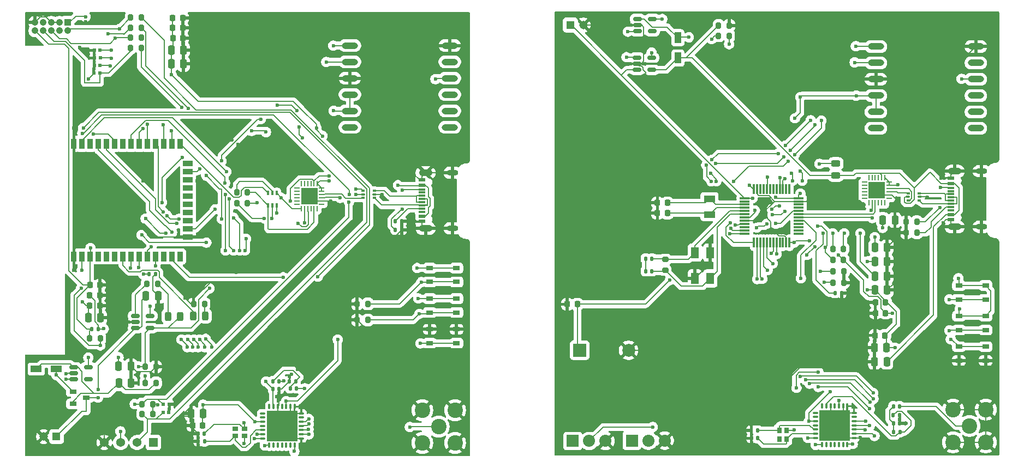
<source format=gbr>
%TF.GenerationSoftware,KiCad,Pcbnew,9.0.0*%
%TF.CreationDate,2025-09-24T11:45:30+09:00*%
%TF.ProjectId,FLP_PCB_set,464c505f-5043-4425-9f73-65742e6b6963,rev?*%
%TF.SameCoordinates,Original*%
%TF.FileFunction,Copper,L1,Top*%
%TF.FilePolarity,Positive*%
%FSLAX46Y46*%
G04 Gerber Fmt 4.6, Leading zero omitted, Abs format (unit mm)*
G04 Created by KiCad (PCBNEW 9.0.0) date 2025-09-24 11:45:30*
%MOMM*%
%LPD*%
G01*
G04 APERTURE LIST*
G04 Aperture macros list*
%AMRoundRect*
0 Rectangle with rounded corners*
0 $1 Rounding radius*
0 $2 $3 $4 $5 $6 $7 $8 $9 X,Y pos of 4 corners*
0 Add a 4 corners polygon primitive as box body*
4,1,4,$2,$3,$4,$5,$6,$7,$8,$9,$2,$3,0*
0 Add four circle primitives for the rounded corners*
1,1,$1+$1,$2,$3*
1,1,$1+$1,$4,$5*
1,1,$1+$1,$6,$7*
1,1,$1+$1,$8,$9*
0 Add four rect primitives between the rounded corners*
20,1,$1+$1,$2,$3,$4,$5,0*
20,1,$1+$1,$4,$5,$6,$7,0*
20,1,$1+$1,$6,$7,$8,$9,0*
20,1,$1+$1,$8,$9,$2,$3,0*%
G04 Aperture macros list end*
%TA.AperFunction,SMDPad,CuDef*%
%ADD10RoundRect,0.250000X-0.250000X-0.475000X0.250000X-0.475000X0.250000X0.475000X-0.250000X0.475000X0*%
%TD*%
%TA.AperFunction,SMDPad,CuDef*%
%ADD11RoundRect,0.062500X0.350000X0.062500X-0.350000X0.062500X-0.350000X-0.062500X0.350000X-0.062500X0*%
%TD*%
%TA.AperFunction,SMDPad,CuDef*%
%ADD12RoundRect,0.062500X0.062500X0.350000X-0.062500X0.350000X-0.062500X-0.350000X0.062500X-0.350000X0*%
%TD*%
%TA.AperFunction,HeatsinkPad*%
%ADD13R,2.600000X2.600000*%
%TD*%
%TA.AperFunction,SMDPad,CuDef*%
%ADD14RoundRect,0.200000X0.200000X0.275000X-0.200000X0.275000X-0.200000X-0.275000X0.200000X-0.275000X0*%
%TD*%
%TA.AperFunction,SMDPad,CuDef*%
%ADD15RoundRect,0.093750X0.156250X0.093750X-0.156250X0.093750X-0.156250X-0.093750X0.156250X-0.093750X0*%
%TD*%
%TA.AperFunction,SMDPad,CuDef*%
%ADD16RoundRect,0.075000X0.250000X0.075000X-0.250000X0.075000X-0.250000X-0.075000X0.250000X-0.075000X0*%
%TD*%
%TA.AperFunction,SMDPad,CuDef*%
%ADD17RoundRect,0.147500X-0.147500X-0.172500X0.147500X-0.172500X0.147500X0.172500X-0.147500X0.172500X0*%
%TD*%
%TA.AperFunction,SMDPad,CuDef*%
%ADD18R,0.490000X0.600000*%
%TD*%
%TA.AperFunction,SMDPad,CuDef*%
%ADD19RoundRect,0.140000X-0.140000X-0.170000X0.140000X-0.170000X0.140000X0.170000X-0.140000X0.170000X0*%
%TD*%
%TA.AperFunction,SMDPad,CuDef*%
%ADD20RoundRect,0.243750X-0.243750X-0.456250X0.243750X-0.456250X0.243750X0.456250X-0.243750X0.456250X0*%
%TD*%
%TA.AperFunction,SMDPad,CuDef*%
%ADD21RoundRect,0.147500X0.147500X0.172500X-0.147500X0.172500X-0.147500X-0.172500X0.147500X-0.172500X0*%
%TD*%
%TA.AperFunction,SMDPad,CuDef*%
%ADD22RoundRect,0.200000X-0.200000X-0.275000X0.200000X-0.275000X0.200000X0.275000X-0.200000X0.275000X0*%
%TD*%
%TA.AperFunction,SMDPad,CuDef*%
%ADD23RoundRect,0.075000X-0.312500X-0.075000X0.312500X-0.075000X0.312500X0.075000X-0.312500X0.075000X0*%
%TD*%
%TA.AperFunction,SMDPad,CuDef*%
%ADD24RoundRect,0.075000X-0.075000X-0.312500X0.075000X-0.312500X0.075000X0.312500X-0.075000X0.312500X0*%
%TD*%
%TA.AperFunction,HeatsinkPad*%
%ADD25R,4.800000X4.800000*%
%TD*%
%TA.AperFunction,SMDPad,CuDef*%
%ADD26RoundRect,0.135000X0.135000X0.185000X-0.135000X0.185000X-0.135000X-0.185000X0.135000X-0.185000X0*%
%TD*%
%TA.AperFunction,SMDPad,CuDef*%
%ADD27R,1.050000X0.650000*%
%TD*%
%TA.AperFunction,ComponentPad*%
%ADD28R,1.308000X1.308000*%
%TD*%
%TA.AperFunction,ComponentPad*%
%ADD29C,1.308000*%
%TD*%
%TA.AperFunction,SMDPad,CuDef*%
%ADD30RoundRect,0.200000X-0.275000X0.200000X-0.275000X-0.200000X0.275000X-0.200000X0.275000X0.200000X0*%
%TD*%
%TA.AperFunction,SMDPad,CuDef*%
%ADD31O,2.500000X1.000000*%
%TD*%
%TA.AperFunction,SMDPad,CuDef*%
%ADD32RoundRect,0.225000X0.225000X0.250000X-0.225000X0.250000X-0.225000X-0.250000X0.225000X-0.250000X0*%
%TD*%
%TA.AperFunction,SMDPad,CuDef*%
%ADD33R,1.100000X0.650000*%
%TD*%
%TA.AperFunction,SMDPad,CuDef*%
%ADD34RoundRect,0.225000X-0.225000X-0.250000X0.225000X-0.250000X0.225000X0.250000X-0.225000X0.250000X0*%
%TD*%
%TA.AperFunction,SMDPad,CuDef*%
%ADD35RoundRect,0.150000X-0.512500X-0.150000X0.512500X-0.150000X0.512500X0.150000X-0.512500X0.150000X0*%
%TD*%
%TA.AperFunction,SMDPad,CuDef*%
%ADD36RoundRect,0.100000X0.100000X-0.225000X0.100000X0.225000X-0.100000X0.225000X-0.100000X-0.225000X0*%
%TD*%
%TA.AperFunction,SMDPad,CuDef*%
%ADD37R,0.980000X0.600000*%
%TD*%
%TA.AperFunction,SMDPad,CuDef*%
%ADD38R,1.000000X0.600000*%
%TD*%
%TA.AperFunction,SMDPad,CuDef*%
%ADD39R,1.140000X0.300000*%
%TD*%
%TA.AperFunction,ComponentPad*%
%ADD40O,2.100000X1.050000*%
%TD*%
%TA.AperFunction,ComponentPad*%
%ADD41O,1.800000X0.900000*%
%TD*%
%TA.AperFunction,ComponentPad*%
%ADD42C,2.400000*%
%TD*%
%TA.AperFunction,SMDPad,CuDef*%
%ADD43R,0.900000X0.800000*%
%TD*%
%TA.AperFunction,SMDPad,CuDef*%
%ADD44RoundRect,0.243750X-0.456250X0.243750X-0.456250X-0.243750X0.456250X-0.243750X0.456250X0.243750X0*%
%TD*%
%TA.AperFunction,SMDPad,CuDef*%
%ADD45R,1.200000X1.800000*%
%TD*%
%TA.AperFunction,SMDPad,CuDef*%
%ADD46R,0.900000X1.500000*%
%TD*%
%TA.AperFunction,SMDPad,CuDef*%
%ADD47R,1.500000X0.900000*%
%TD*%
%TA.AperFunction,HeatsinkPad*%
%ADD48R,0.900000X0.900000*%
%TD*%
%TA.AperFunction,HeatsinkPad*%
%ADD49C,0.600000*%
%TD*%
%TA.AperFunction,SMDPad,CuDef*%
%ADD50RoundRect,0.243750X0.243750X0.456250X-0.243750X0.456250X-0.243750X-0.456250X0.243750X-0.456250X0*%
%TD*%
%TA.AperFunction,ComponentPad*%
%ADD51R,1.875000X1.875000*%
%TD*%
%TA.AperFunction,ComponentPad*%
%ADD52C,1.875000*%
%TD*%
%TA.AperFunction,SMDPad,CuDef*%
%ADD53R,1.010000X1.680000*%
%TD*%
%TA.AperFunction,SMDPad,CuDef*%
%ADD54R,0.800000X0.900000*%
%TD*%
%TA.AperFunction,ComponentPad*%
%ADD55R,1.370000X1.370000*%
%TD*%
%TA.AperFunction,ComponentPad*%
%ADD56C,1.370000*%
%TD*%
%TA.AperFunction,SMDPad,CuDef*%
%ADD57RoundRect,0.070000X-0.710000X-0.070000X0.710000X-0.070000X0.710000X0.070000X-0.710000X0.070000X0*%
%TD*%
%TA.AperFunction,SMDPad,CuDef*%
%ADD58RoundRect,0.070000X-0.070000X-0.710000X0.070000X-0.710000X0.070000X0.710000X-0.070000X0.710000X0*%
%TD*%
%TA.AperFunction,ComponentPad*%
%ADD59R,2.000000X2.000000*%
%TD*%
%TA.AperFunction,ComponentPad*%
%ADD60C,2.000000*%
%TD*%
%TA.AperFunction,ComponentPad*%
%ADD61R,1.050000X1.050000*%
%TD*%
%TA.AperFunction,ComponentPad*%
%ADD62C,1.050000*%
%TD*%
%TA.AperFunction,SMDPad,CuDef*%
%ADD63R,1.800000X1.000000*%
%TD*%
%TA.AperFunction,SMDPad,CuDef*%
%ADD64R,1.680000X1.010000*%
%TD*%
%TA.AperFunction,ViaPad*%
%ADD65C,0.600000*%
%TD*%
%TA.AperFunction,Conductor*%
%ADD66C,0.200000*%
%TD*%
G04 APERTURE END LIST*
D10*
%TO.P,C43,1*%
%TO.N,/FLP_terminal/BOOT_Mode/3.3V_in*%
X173530000Y-62800000D03*
%TO.P,C43,2*%
%TO.N,GND*%
X175430000Y-62800000D03*
%TD*%
D11*
%TO.P,U4,1,~{RI}*%
%TO.N,unconnected-(U4-~{RI}-Pad1)*%
X86527500Y-60337500D03*
%TO.P,U4,2,GND*%
%TO.N,GND*%
X86527500Y-59837500D03*
%TO.P,U4,3,D+*%
%TO.N,Net-(U4-D+)*%
X86527500Y-59337500D03*
%TO.P,U4,4,D-*%
%TO.N,Net-(U4-D-)*%
X86527500Y-58837500D03*
%TO.P,U4,5,VIO*%
%TO.N,/FLP_host/3.3V_OUT*%
X86527500Y-58337500D03*
%TO.P,U4,6,VDD*%
X86527500Y-57837500D03*
D12*
%TO.P,U4,7,REGIN*%
X85840000Y-57150000D03*
%TO.P,U4,8,VBUS*%
%TO.N,/FLP_host/5v_USB_OUT*%
X85340000Y-57150000D03*
%TO.P,U4,9,~{RST}*%
%TO.N,unconnected-(U4-~{RST}-Pad9)*%
X84840000Y-57150000D03*
%TO.P,U4,10,NC*%
%TO.N,unconnected-(U4-NC-Pad10)*%
X84340000Y-57150000D03*
%TO.P,U4,11,GPIO.3*%
%TO.N,unconnected-(U4-GPIO.3-Pad11)*%
X83840000Y-57150000D03*
%TO.P,U4,12,RS485/GPIO.2*%
%TO.N,unconnected-(U4-RS485{slash}GPIO.2-Pad12)*%
X83340000Y-57150000D03*
D11*
%TO.P,U4,13,RXT/GPIO.1*%
%TO.N,unconnected-(U4-RXT{slash}GPIO.1-Pad13)*%
X82652500Y-57837500D03*
%TO.P,U4,14,TXT/GPIO.0*%
%TO.N,unconnected-(U4-TXT{slash}GPIO.0-Pad14)*%
X82652500Y-58337500D03*
%TO.P,U4,15,~{SUSPEND}*%
%TO.N,unconnected-(U4-~{SUSPEND}-Pad15)*%
X82652500Y-58837500D03*
%TO.P,U4,16,VPP*%
%TO.N,unconnected-(U4-VPP-Pad16)*%
X82652500Y-59337500D03*
%TO.P,U4,17,SUSPEND*%
%TO.N,unconnected-(U4-SUSPEND-Pad17)*%
X82652500Y-59837500D03*
%TO.P,U4,18,~{CTS}*%
%TO.N,unconnected-(U4-~{CTS}-Pad18)*%
X82652500Y-60337500D03*
D12*
%TO.P,U4,19,~{RTS}*%
%TO.N,/FLP_host/RTS*%
X83340000Y-61025000D03*
%TO.P,U4,20,RXD*%
%TO.N,/FLP_host/TX*%
X83840000Y-61025000D03*
%TO.P,U4,21,TXD*%
%TO.N,/FLP_host/RX*%
X84340000Y-61025000D03*
%TO.P,U4,22,~{DSR}*%
%TO.N,unconnected-(U4-~{DSR}-Pad22)*%
X84840000Y-61025000D03*
%TO.P,U4,23,~{DTR}*%
%TO.N,/FLP_host/DTR*%
X85340000Y-61025000D03*
%TO.P,U4,24,~{DCD}*%
%TO.N,unconnected-(U4-~{DCD}-Pad24)*%
X85840000Y-61025000D03*
D13*
%TO.P,U4,25,GND*%
%TO.N,GND*%
X84590000Y-59087500D03*
%TD*%
D14*
%TO.P,R3,1*%
%TO.N,/FLP_host/MTCK*%
X58510000Y-32910000D03*
%TO.P,R3,2*%
%TO.N,Net-(C4-Pad2)*%
X56860000Y-32910000D03*
%TD*%
D15*
%TO.P,U6,1,I/O1*%
%TO.N,Net-(J4-D--PadA7)*%
X94660000Y-59340000D03*
D16*
%TO.P,U6,2,GND*%
%TO.N,GND*%
X94735000Y-58802500D03*
D15*
%TO.P,U6,3,I/O2*%
%TO.N,Net-(J4-D+-PadA6)*%
X94660000Y-58265000D03*
%TO.P,U6,4,I/O2*%
%TO.N,Net-(U4-D+)*%
X92960000Y-58265000D03*
D16*
%TO.P,U6,5,VBUS*%
%TO.N,/FLP_host/5v_USB_OUT*%
X92885000Y-58802500D03*
D15*
%TO.P,U6,6,I/O1*%
%TO.N,Net-(U4-D-)*%
X92960000Y-59340000D03*
%TD*%
D17*
%TO.P,L4,1,1*%
%TO.N,Net-(C32-Pad1)*%
X175225000Y-95730000D03*
%TO.P,L4,2,2*%
%TO.N,Net-(U13-PA_BOOST)*%
X176195000Y-95730000D03*
%TD*%
D18*
%TO.P,C11,1*%
%TO.N,/FLP_host/I2C_SCL*%
X61923000Y-91450000D03*
%TO.P,C11,2*%
%TO.N,GND*%
X62837000Y-91450000D03*
%TD*%
D19*
%TO.P,C24,1*%
%TO.N,Net-(U7-PA_BOOST)*%
X78940000Y-89060000D03*
%TO.P,C24,2*%
%TO.N,GND*%
X79900000Y-89060000D03*
%TD*%
D20*
%TO.P,D4,1,K*%
%TO.N,Net-(D4-K)*%
X62652500Y-77760000D03*
%TO.P,D4,2,A*%
%TO.N,/FLP_host/5v_USB_OUT*%
X64527500Y-77760000D03*
%TD*%
D14*
%TO.P,R20,1*%
%TO.N,/FLP_terminal/UART_USB/CC_1*%
X178830000Y-64780000D03*
%TO.P,R20,2*%
%TO.N,GND*%
X177180000Y-64780000D03*
%TD*%
D19*
%TO.P,C38,1*%
%TO.N,Net-(C38-Pad1)*%
X136790000Y-68780000D03*
%TO.P,C38,2*%
%TO.N,/FLP_terminal/STM32/OSC_IN*%
X137750000Y-68780000D03*
%TD*%
D21*
%TO.P,L3,1,1*%
%TO.N,GND*%
X176155000Y-94420000D03*
%TO.P,L3,2,2*%
%TO.N,Net-(C32-Pad1)*%
X175185000Y-94420000D03*
%TD*%
D10*
%TO.P,C18,1*%
%TO.N,/FLP_host/VBAT*%
X59257500Y-74575000D03*
%TO.P,C18,2*%
%TO.N,GND*%
X61157500Y-74575000D03*
%TD*%
D22*
%TO.P,R7,1*%
%TO.N,/FLP_host/5v_USB_OUT*%
X59175000Y-85600000D03*
%TO.P,R7,2*%
%TO.N,GND*%
X60825000Y-85600000D03*
%TD*%
D23*
%TO.P,U7,1,RFI_LF*%
%TO.N,unconnected-(U7-RFI_LF-Pad1)*%
X77362500Y-92842500D03*
%TO.P,U7,2,VR_ANA*%
%TO.N,unconnected-(U7-VR_ANA-Pad2)*%
X77362500Y-93492500D03*
%TO.P,U7,3,VBAT_ANA*%
%TO.N,/FLP_host/3.3V_OUT*%
X77362500Y-94142500D03*
%TO.P,U7,4,VR_DIG*%
%TO.N,unconnected-(U7-VR_DIG-Pad4)*%
X77362500Y-94792500D03*
%TO.P,U7,5,XTA*%
%TO.N,Net-(U7-XTA)*%
X77362500Y-95442500D03*
%TO.P,U7,6,XTB*%
%TO.N,Net-(U7-XTB)*%
X77362500Y-96092500D03*
%TO.P,U7,7,~{RESET}*%
%TO.N,/FLP_host/RESET*%
X77362500Y-96742500D03*
D24*
%TO.P,U7,8,DIO0*%
%TO.N,/FLP_host/DIO0(IRQ)*%
X78400000Y-97780000D03*
%TO.P,U7,9,DIO1*%
%TO.N,unconnected-(U7-DIO1-Pad9)*%
X79050000Y-97780000D03*
%TO.P,U7,10,DIO2*%
%TO.N,unconnected-(U7-DIO2-Pad10)*%
X79700000Y-97780000D03*
%TO.P,U7,11,DIO3*%
%TO.N,unconnected-(U7-DIO3-Pad11)*%
X80350000Y-97780000D03*
%TO.P,U7,12,DIO4*%
%TO.N,unconnected-(U7-DIO4-Pad12)*%
X81000000Y-97780000D03*
%TO.P,U7,13,DIO5*%
%TO.N,unconnected-(U7-DIO5-Pad13)*%
X81650000Y-97780000D03*
%TO.P,U7,14,VBAT_DIG*%
%TO.N,/FLP_host/3.3V_OUT*%
X82300000Y-97780000D03*
D23*
%TO.P,U7,15,GND*%
%TO.N,GND*%
X83337500Y-96742500D03*
%TO.P,U7,16,SCK*%
%TO.N,/FLP_host/SCK*%
X83337500Y-96092500D03*
%TO.P,U7,17,MISO*%
%TO.N,/FLP_host/MISO*%
X83337500Y-95442500D03*
%TO.P,U7,18,MOSI*%
%TO.N,/FLP_host/MOSI*%
X83337500Y-94792500D03*
%TO.P,U7,19,NSS*%
%TO.N,/FLP_host/NSS(CS)*%
X83337500Y-94142500D03*
%TO.P,U7,20,RXTX/RF_MOD*%
%TO.N,unconnected-(U7-RXTX{slash}RF_MOD-Pad20)*%
X83337500Y-93492500D03*
%TO.P,U7,21,GND*%
%TO.N,GND*%
X83337500Y-92842500D03*
D24*
%TO.P,U7,22,GND*%
X82300000Y-91805000D03*
%TO.P,U7,23,GND*%
X81650000Y-91805000D03*
%TO.P,U7,24,VBAT_RF*%
%TO.N,/FLP_host/3.3V_OUT*%
X81000000Y-91805000D03*
%TO.P,U7,25,VR_PA*%
%TO.N,unconnected-(U7-VR_PA-Pad25)*%
X80350000Y-91805000D03*
%TO.P,U7,26,GND*%
%TO.N,GND*%
X79700000Y-91805000D03*
%TO.P,U7,27,PA_BOOST*%
%TO.N,Net-(U7-PA_BOOST)*%
X79050000Y-91805000D03*
%TO.P,U7,28,RFO_LF*%
%TO.N,unconnected-(U7-RFO_LF-Pad28)*%
X78400000Y-91805000D03*
D25*
%TO.P,U7,29,GND*%
%TO.N,GND*%
X80350000Y-94792500D03*
%TD*%
D26*
%TO.P,R16,1*%
%TO.N,GND*%
X98955000Y-64305000D03*
%TO.P,R16,2*%
%TO.N,Net-(J4-CC2)*%
X97935000Y-64305000D03*
%TD*%
D27*
%TO.P,S1,1*%
%TO.N,GND*%
X103286500Y-79765000D03*
%TO.P,S1,2*%
X107436500Y-79765000D03*
%TO.P,S1,3*%
%TO.N,Net-(C2-Pad2)*%
X103286500Y-81915000D03*
%TO.P,S1,4*%
X107436500Y-81915000D03*
%TD*%
D10*
%TO.P,C42,1*%
%TO.N,GND*%
X172270000Y-84820000D03*
%TO.P,C42,2*%
%TO.N,/FLP_terminal/Bat/5v_USB_OUT*%
X174170000Y-84820000D03*
%TD*%
D28*
%TO.P,J7,1,1*%
%TO.N,/FLP_terminal/Bat/VBAT*%
X125090000Y-32490000D03*
D29*
%TO.P,J7,2,2*%
%TO.N,GND*%
X127090000Y-32490000D03*
%TD*%
D22*
%TO.P,R8,1*%
%TO.N,/FLP_host/I2C_SCL*%
X58635000Y-91410000D03*
%TO.P,R8,2*%
%TO.N,/FLP_host/3.3V_OUT*%
X60285000Y-91410000D03*
%TD*%
D30*
%TO.P,R27,1*%
%TO.N,/FLP_terminal/STM32/OSC_IN*%
X139790000Y-68920000D03*
%TO.P,R27,2*%
%TO.N,/FLP_terminal/STM32/OSC_OUT*%
X139790000Y-70570000D03*
%TD*%
D31*
%TO.P,U1,1,RXD1*%
%TO.N,/FLP_host/GPS_Rx*%
X90890000Y-35680000D03*
%TO.P,U1,2,TXD1*%
%TO.N,/FLP_host/GPS_TX*%
X90890000Y-38220000D03*
%TO.P,U1,3,GND*%
%TO.N,GND*%
X90890000Y-40760000D03*
%TO.P,U1,4,VCC*%
%TO.N,/FLP_host/3.3V_OUT*%
X90890000Y-43300000D03*
%TO.P,U1,5,V_BCKP*%
X90890000Y-45840000D03*
%TO.P,U1,6,1PPS*%
%TO.N,unconnected-(U1-1PPS-Pad6)*%
X90890000Y-48380000D03*
%TO.P,U1,7,FORCE_ON*%
%TO.N,unconnected-(U1-FORCE_ON-Pad7)*%
X106390000Y-48380000D03*
%TO.P,U1,8,AADET_N*%
%TO.N,unconnected-(U1-AADET_N-Pad8)*%
X106390000Y-45840000D03*
%TO.P,U1,9*%
%TO.N,N/C*%
X106390000Y-43300000D03*
%TO.P,U1,10,~{RESET}*%
%TO.N,/FLP_host/GPS_Reset*%
X106390000Y-40760000D03*
%TO.P,U1,11,EX_ANT*%
%TO.N,unconnected-(U1-EX_ANT-Pad11)*%
X106390000Y-38220000D03*
%TO.P,U1,12,GND*%
%TO.N,GND*%
X106390000Y-35680000D03*
%TD*%
D14*
%TO.P,R14,1*%
%TO.N,Net-(D3-K)*%
X68355000Y-75830000D03*
%TO.P,R14,2*%
%TO.N,GND*%
X66705000Y-75830000D03*
%TD*%
D27*
%TO.P,ID1,1*%
%TO.N,/FLP_terminal/BOOT_Mode/3.3V_in*%
X185340000Y-77730000D03*
%TO.P,ID1,2*%
X189490000Y-77730000D03*
%TO.P,ID1,3*%
%TO.N,/FLP_terminal/STM32/ID*%
X185340000Y-79880000D03*
%TO.P,ID1,4*%
X189490000Y-79880000D03*
%TD*%
D26*
%TO.P,R17,1*%
%TO.N,GND*%
X98940000Y-63010000D03*
%TO.P,R17,2*%
%TO.N,Net-(J4-CC1)*%
X97920000Y-63010000D03*
%TD*%
D22*
%TO.P,R22,1*%
%TO.N,/FLP_terminal/Bat/5v_USB_OUT*%
X148080000Y-32570000D03*
%TO.P,R22,2*%
%TO.N,GND*%
X149730000Y-32570000D03*
%TD*%
D32*
%TO.P,C37,1*%
%TO.N,/FLP_terminal/STM32/Buzzer*%
X126165000Y-75890000D03*
%TO.P,C37,2*%
%TO.N,GND*%
X124615000Y-75890000D03*
%TD*%
D33*
%TO.P,Q1,1,G*%
%TO.N,/FLP_host/5v_USB_OUT*%
X47930000Y-89440000D03*
%TO.P,Q1,2,S*%
%TO.N,Net-(Q1-S)*%
X47930000Y-91360000D03*
%TO.P,Q1,3,D*%
%TO.N,/FLP_host/VBAT*%
X50030000Y-90400000D03*
%TD*%
D26*
%TO.P,R13,1*%
%TO.N,GND*%
X60730000Y-71200000D03*
%TO.P,R13,2*%
%TO.N,Net-(U5-PROG)*%
X59710000Y-71200000D03*
%TD*%
D34*
%TO.P,C8,1*%
%TO.N,/FLP_host/3.3V_OUT*%
X50525000Y-76110000D03*
%TO.P,C8,2*%
%TO.N,GND*%
X52075000Y-76110000D03*
%TD*%
D27*
%TO.P,Ctrl1,1*%
%TO.N,/FLP_host/3.3V_OUT*%
X103286500Y-70265000D03*
%TO.P,Ctrl1,2*%
X107436500Y-70265000D03*
%TO.P,Ctrl1,3*%
%TO.N,/FLP_host/Ctrl*%
X103286500Y-72415000D03*
%TO.P,Ctrl1,4*%
X107436500Y-72415000D03*
%TD*%
D18*
%TO.P,C4,1*%
%TO.N,GND*%
X51266000Y-37620000D03*
%TO.P,C4,2*%
%TO.N,Net-(C4-Pad2)*%
X52180000Y-37620000D03*
%TD*%
D35*
%TO.P,U3,1,VIN*%
%TO.N,Net-(Q1-S)*%
X48030000Y-85670000D03*
%TO.P,U3,2,GND*%
%TO.N,GND*%
X48030000Y-86620000D03*
%TO.P,U3,3,EN*%
%TO.N,Net-(U3-EN)*%
X48030000Y-87570000D03*
%TO.P,U3,4,NC*%
%TO.N,unconnected-(U3-NC-Pad4)*%
X50305000Y-87570000D03*
%TO.P,U3,5,VOUT*%
%TO.N,/FLP_host/3.3V_OUT*%
X50305000Y-85670000D03*
%TD*%
D36*
%TO.P,Q2,1,E1*%
%TO.N,/FLP_host/DTR*%
X78220000Y-60490000D03*
%TO.P,Q2,2,B1*%
%TO.N,Net-(Q2A-B1)*%
X78870000Y-60490000D03*
%TO.P,Q2,3,C2*%
%TO.N,EN*%
X79520000Y-60490000D03*
%TO.P,Q2,4,E2*%
%TO.N,/FLP_host/RTS*%
X79520000Y-58590000D03*
%TO.P,Q2,5,B2*%
%TO.N,Net-(Q2B-B2)*%
X78870000Y-58590000D03*
%TO.P,Q2,6,C1*%
%TO.N,/FLP_host/IO0*%
X78220000Y-58590000D03*
%TD*%
D19*
%TO.P,C19,1*%
%TO.N,GND*%
X67370000Y-97190000D03*
%TO.P,C19,2*%
%TO.N,Net-(U7-XTA)*%
X68330000Y-97190000D03*
%TD*%
D10*
%TO.P,C34,1*%
%TO.N,GND*%
X172250000Y-82610000D03*
%TO.P,C34,2*%
%TO.N,/FLP_terminal/BOOT_Mode/3.3V_in*%
X174150000Y-82610000D03*
%TD*%
D35*
%TO.P,U11,1,STAT*%
%TO.N,Net-(U11-STAT)*%
X135415000Y-37570000D03*
%TO.P,U11,2,V_{SS}*%
%TO.N,GND*%
X135415000Y-38520000D03*
%TO.P,U11,3,V_{BAT}*%
%TO.N,/FLP_terminal/Bat/VBAT*%
X135415000Y-39470000D03*
%TO.P,U11,4,V_{DD}*%
%TO.N,/FLP_terminal/Bat/5v_USB_OUT*%
X137690000Y-39470000D03*
%TO.P,U11,5,PROG*%
%TO.N,Net-(U11-PROG)*%
X137690000Y-37570000D03*
%TD*%
D34*
%TO.P,C7,1*%
%TO.N,/FLP_host/3.3V_OUT*%
X63410000Y-31395000D03*
%TO.P,C7,2*%
%TO.N,GND*%
X64960000Y-31395000D03*
%TD*%
D19*
%TO.P,L2,1,1*%
%TO.N,Net-(C21-Pad1)*%
X81620000Y-88930000D03*
%TO.P,L2,2,2*%
%TO.N,Net-(U7-PA_BOOST)*%
X82580000Y-88930000D03*
%TD*%
D18*
%TO.P,C15,1*%
%TO.N,/FLP_host/I2C_SDL*%
X61893000Y-92690000D03*
%TO.P,C15,2*%
%TO.N,GND*%
X62807000Y-92690000D03*
%TD*%
D14*
%TO.P,R4,1*%
%TO.N,/FLP_host/MTMS*%
X58515000Y-31345000D03*
%TO.P,R4,2*%
%TO.N,Net-(C3-Pad1)*%
X56865000Y-31345000D03*
%TD*%
D37*
%TO.P,J6,A1_B12,GND*%
%TO.N,GND*%
X184130000Y-62730000D03*
D38*
%TO.P,J6,A4_B9,VBUS*%
%TO.N,/FLP_terminal/Bat/5v_USB_OUT*%
X184130000Y-61930000D03*
D39*
%TO.P,J6,A5,CC1*%
%TO.N,/FLP_terminal/UART_USB/CC_1*%
X184130000Y-60780000D03*
%TO.P,J6,A6,D+*%
%TO.N,Net-(J6-D+-PadA6)*%
X184130000Y-59780000D03*
%TO.P,J6,A7,D-*%
%TO.N,Net-(J6-D--PadA7)*%
X184130000Y-59280000D03*
%TO.P,J6,A8,SBU1*%
%TO.N,unconnected-(J6-SBU1-PadA8)*%
X184130000Y-58280000D03*
D37*
%TO.P,J6,B1_A12,GND*%
%TO.N,GND*%
X184130000Y-56330000D03*
D38*
%TO.P,J6,B4_A9,VBUS*%
%TO.N,/FLP_terminal/Bat/5v_USB_OUT*%
X184130000Y-57130000D03*
D39*
%TO.P,J6,B5,CC2*%
%TO.N,/FLP_terminal/UART_USB/CC_2*%
X184130000Y-57780000D03*
%TO.P,J6,B6,D+*%
%TO.N,Net-(J6-D+-PadA6)*%
X184130000Y-58780000D03*
%TO.P,J6,B7,D-*%
%TO.N,Net-(J6-D--PadA7)*%
X184130000Y-60280000D03*
%TO.P,J6,B8,SBU2*%
%TO.N,unconnected-(J6-SBU2-PadB8)*%
X184130000Y-61280000D03*
D40*
%TO.P,J6,SH1,SHIELD*%
%TO.N,GND*%
X184700000Y-63850000D03*
%TO.P,J6,SH2,SHIELD*%
X184700000Y-55210000D03*
D41*
%TO.P,J6,SH3,SHIELD*%
X188880000Y-63850000D03*
%TO.P,J6,SH4,SHIELD*%
X188880000Y-55210000D03*
%TD*%
D42*
%TO.P,J5,1*%
%TO.N,Net-(C21-Pad2)*%
X104660000Y-94890000D03*
%TO.P,J5,2*%
%TO.N,GND*%
X107200000Y-97430000D03*
%TO.P,J5,3*%
X107200000Y-92350000D03*
%TO.P,J5,4*%
X102120000Y-92350000D03*
%TO.P,J5,5*%
X102120000Y-97430000D03*
%TD*%
D35*
%TO.P,U5,1,STAT*%
%TO.N,Net-(U5-STAT)*%
X57632500Y-77690000D03*
%TO.P,U5,2,V_{SS}*%
%TO.N,GND*%
X57632500Y-78640000D03*
%TO.P,U5,3,V_{BAT}*%
%TO.N,/FLP_host/VBAT*%
X57632500Y-79590000D03*
%TO.P,U5,4,V_{DD}*%
%TO.N,/FLP_host/5v_USB_OUT*%
X59907500Y-79590000D03*
%TO.P,U5,5,PROG*%
%TO.N,Net-(U5-PROG)*%
X59907500Y-77690000D03*
%TD*%
D14*
%TO.P,R9,1*%
%TO.N,/FLP_host/RTS*%
X74985000Y-60180000D03*
%TO.P,R9,2*%
%TO.N,Net-(Q2A-B1)*%
X73335000Y-60180000D03*
%TD*%
D32*
%TO.P,C28,1*%
%TO.N,/FLP_terminal/BOOT_Mode/3.3V_in*%
X173985000Y-75590000D03*
%TO.P,C28,2*%
%TO.N,GND*%
X172435000Y-75590000D03*
%TD*%
D18*
%TO.P,C3,1*%
%TO.N,Net-(C3-Pad1)*%
X52150000Y-36430000D03*
%TO.P,C3,2*%
%TO.N,GND*%
X51236000Y-36430000D03*
%TD*%
D14*
%TO.P,R19,1*%
%TO.N,/FLP_host/Find_Host*%
X93660000Y-78340000D03*
%TO.P,R19,2*%
%TO.N,GND*%
X92010000Y-78340000D03*
%TD*%
D42*
%TO.P,J8,1*%
%TO.N,Net-(C32-Pad2)*%
X187000000Y-94790000D03*
%TO.P,J8,2*%
%TO.N,GND*%
X189540000Y-97330000D03*
%TO.P,J8,3*%
X189540000Y-92250000D03*
%TO.P,J8,4*%
X184460000Y-92250000D03*
%TO.P,J8,5*%
X184460000Y-97330000D03*
%TD*%
D10*
%TO.P,C16,1*%
%TO.N,/FLP_host/3.3V_OUT*%
X55022500Y-85540000D03*
%TO.P,C16,2*%
%TO.N,GND*%
X56922500Y-85540000D03*
%TD*%
D43*
%TO.P,Y1,1,1*%
%TO.N,Net-(U7-XTB)*%
X73110000Y-96320000D03*
%TO.P,Y1,2,2*%
%TO.N,Net-(U7-XTA)*%
X74510000Y-96320000D03*
%TO.P,Y1,3*%
%TO.N,N/C*%
X74510000Y-95220000D03*
%TO.P,Y1,4*%
X73110000Y-95220000D03*
%TD*%
D18*
%TO.P,C6,1*%
%TO.N,Net-(C6-Pad1)*%
X52117000Y-39980000D03*
%TO.P,C6,2*%
%TO.N,GND*%
X51203000Y-39980000D03*
%TD*%
D22*
%TO.P,R15,1*%
%TO.N,Net-(U5-STAT)*%
X59395000Y-72680000D03*
%TO.P,R15,2*%
%TO.N,Net-(D4-K)*%
X61045000Y-72680000D03*
%TD*%
D19*
%TO.P,C31,1*%
%TO.N,GND*%
X153177500Y-96715000D03*
%TO.P,C31,2*%
%TO.N,Net-(U13-XTB)*%
X154137500Y-96715000D03*
%TD*%
D34*
%TO.P,C36,1*%
%TO.N,GND*%
X172420000Y-77260000D03*
%TO.P,C36,2*%
%TO.N,Net-(U9-NRST)*%
X173970000Y-77260000D03*
%TD*%
D37*
%TO.P,J4,A1_B12,GND*%
%TO.N,GND*%
X102060000Y-62980000D03*
D38*
%TO.P,J4,A4_B9,VBUS*%
%TO.N,/FLP_host/5v_USB_OUT*%
X102060000Y-62180000D03*
D39*
%TO.P,J4,A5,CC1*%
%TO.N,Net-(J4-CC1)*%
X102060000Y-61030000D03*
%TO.P,J4,A6,D+*%
%TO.N,Net-(J4-D+-PadA6)*%
X102060000Y-60030000D03*
%TO.P,J4,A7,D-*%
%TO.N,Net-(J4-D--PadA7)*%
X102060000Y-59530000D03*
%TO.P,J4,A8,SBU1*%
%TO.N,unconnected-(J4-SBU1-PadA8)*%
X102060000Y-58530000D03*
D37*
%TO.P,J4,B1_A12,GND*%
%TO.N,GND*%
X102060000Y-56580000D03*
D38*
%TO.P,J4,B4_A9,VBUS*%
%TO.N,/FLP_host/5v_USB_OUT*%
X102060000Y-57380000D03*
D39*
%TO.P,J4,B5,CC2*%
%TO.N,Net-(J4-CC2)*%
X102060000Y-58030000D03*
%TO.P,J4,B6,D+*%
%TO.N,Net-(J4-D+-PadA6)*%
X102060000Y-59030000D03*
%TO.P,J4,B7,D-*%
%TO.N,Net-(J4-D--PadA7)*%
X102060000Y-60530000D03*
%TO.P,J4,B8,SBU2*%
%TO.N,unconnected-(J4-SBU2-PadB8)*%
X102060000Y-61530000D03*
D40*
%TO.P,J4,SH1,SHIELD*%
%TO.N,GND*%
X102630000Y-64100000D03*
%TO.P,J4,SH2,SHIELD*%
X102630000Y-55460000D03*
D41*
%TO.P,J4,SH3,SHIELD*%
X106810000Y-64100000D03*
%TO.P,J4,SH4,SHIELD*%
X106810000Y-55460000D03*
%TD*%
D32*
%TO.P,C41,1*%
%TO.N,/FLP_terminal/STM32/PC_OSC_IN*%
X140145000Y-60130000D03*
%TO.P,C41,2*%
%TO.N,GND*%
X138595000Y-60130000D03*
%TD*%
D19*
%TO.P,C20,1*%
%TO.N,GND*%
X67355000Y-96035000D03*
%TO.P,C20,2*%
%TO.N,Net-(U7-XTB)*%
X68315000Y-96035000D03*
%TD*%
D44*
%TO.P,D7,1,K*%
%TO.N,Net-(D7-K)*%
X166260000Y-54012500D03*
%TO.P,D7,2,A*%
%TO.N,/FLP_terminal/Bat/5v_USB_OUT*%
X166260000Y-55887500D03*
%TD*%
D10*
%TO.P,C17,1*%
%TO.N,/FLP_host/3.3V_OUT*%
X63185000Y-38535000D03*
%TO.P,C17,2*%
%TO.N,GND*%
X65085000Y-38535000D03*
%TD*%
%TO.P,C14,1*%
%TO.N,Net-(Q1-S)*%
X55042500Y-88150000D03*
%TO.P,C14,2*%
%TO.N,GND*%
X56942500Y-88150000D03*
%TD*%
D22*
%TO.P,R23,1*%
%TO.N,Net-(U10-EN)*%
X148050000Y-34180000D03*
%TO.P,R23,2*%
%TO.N,Net-(Q3-S)*%
X149700000Y-34180000D03*
%TD*%
D45*
%TO.P,Y3,1*%
%TO.N,/FLP_terminal/STM32/OSC_OUT*%
X146800000Y-71870000D03*
%TO.P,Y3,2,GND*%
%TO.N,GND*%
X146800000Y-67870000D03*
%TO.P,Y3,3*%
%TO.N,/FLP_terminal/STM32/OSC_IN*%
X144400000Y-67870000D03*
%TO.P,Y3,4,GND*%
%TO.N,GND*%
X144400000Y-71870000D03*
%TD*%
D10*
%TO.P,C25,1*%
%TO.N,Net-(Q3-S)*%
X172330000Y-71520000D03*
%TO.P,C25,2*%
%TO.N,GND*%
X174230000Y-71520000D03*
%TD*%
D27*
%TO.P,Find_Host2,1*%
%TO.N,/FLP_terminal/BOOT_Mode/3.3V_in*%
X185340000Y-72980000D03*
%TO.P,Find_Host2,2*%
X189490000Y-72980000D03*
%TO.P,Find_Host2,3*%
%TO.N,/FLP_terminal/STM32/Find_Host*%
X185340000Y-75130000D03*
%TO.P,Find_Host2,4*%
X189490000Y-75130000D03*
%TD*%
%TO.P,S2,1*%
%TO.N,Net-(U9-NRST)*%
X185340000Y-82480000D03*
%TO.P,S2,2*%
X189490000Y-82480000D03*
%TO.P,S2,3*%
%TO.N,GND*%
X185340000Y-84630000D03*
%TO.P,S2,4*%
X189490000Y-84630000D03*
%TD*%
D32*
%TO.P,C40,1*%
%TO.N,/FLP_terminal/STM32/PC_OSC_OUT*%
X140145000Y-61730000D03*
%TO.P,C40,2*%
%TO.N,GND*%
X138595000Y-61730000D03*
%TD*%
%TO.P,C2,1*%
%TO.N,GND*%
X52075000Y-74500000D03*
%TO.P,C2,2*%
%TO.N,Net-(C2-Pad2)*%
X50525000Y-74500000D03*
%TD*%
D23*
%TO.P,U13,1,RFI_LF*%
%TO.N,unconnected-(U13-RFI_LF-Pad1)*%
X163105000Y-92750000D03*
%TO.P,U13,2,VR_ANA*%
%TO.N,unconnected-(U13-VR_ANA-Pad2)*%
X163105000Y-93400000D03*
%TO.P,U13,3,VBAT_ANA*%
%TO.N,/FLP_terminal/BOOT_Mode/3.3V_in*%
X163105000Y-94050000D03*
%TO.P,U13,4,VR_DIG*%
%TO.N,unconnected-(U13-VR_DIG-Pad4)*%
X163105000Y-94700000D03*
%TO.P,U13,5,XTA*%
%TO.N,Net-(U13-XTA)*%
X163105000Y-95350000D03*
%TO.P,U13,6,XTB*%
%TO.N,Net-(U13-XTB)*%
X163105000Y-96000000D03*
%TO.P,U13,7,~{RESET}*%
%TO.N,/FLP_terminal/LoRa/RESET*%
X163105000Y-96650000D03*
D24*
%TO.P,U13,8,DIO0*%
%TO.N,/FLP_terminal/LoRa/DIO0(IRQ)*%
X164142500Y-97687500D03*
%TO.P,U13,9,DIO1*%
%TO.N,unconnected-(U13-DIO1-Pad9)*%
X164792500Y-97687500D03*
%TO.P,U13,10,DIO2*%
%TO.N,unconnected-(U13-DIO2-Pad10)*%
X165442500Y-97687500D03*
%TO.P,U13,11,DIO3*%
%TO.N,unconnected-(U13-DIO3-Pad11)*%
X166092500Y-97687500D03*
%TO.P,U13,12,DIO4*%
%TO.N,unconnected-(U13-DIO4-Pad12)*%
X166742500Y-97687500D03*
%TO.P,U13,13,DIO5*%
%TO.N,unconnected-(U13-DIO5-Pad13)*%
X167392500Y-97687500D03*
%TO.P,U13,14,VBAT_DIG*%
%TO.N,/FLP_terminal/BOOT_Mode/3.3V_in*%
X168042500Y-97687500D03*
D23*
%TO.P,U13,15,GND*%
%TO.N,GND*%
X169080000Y-96650000D03*
%TO.P,U13,16,SCK*%
%TO.N,/FLP_terminal/LoRa/SCK*%
X169080000Y-96000000D03*
%TO.P,U13,17,MISO*%
%TO.N,/FLP_terminal/LoRa/MISO*%
X169080000Y-95350000D03*
%TO.P,U13,18,MOSI*%
%TO.N,/FLP_terminal/LoRa/MOSI*%
X169080000Y-94700000D03*
%TO.P,U13,19,NSS*%
%TO.N,/FLP_terminal/LoRa/NSS(CS)*%
X169080000Y-94050000D03*
%TO.P,U13,20,RXTX/RF_MOD*%
%TO.N,unconnected-(U13-RXTX{slash}RF_MOD-Pad20)*%
X169080000Y-93400000D03*
%TO.P,U13,21,GND*%
%TO.N,GND*%
X169080000Y-92750000D03*
D24*
%TO.P,U13,22,GND*%
X168042500Y-91712500D03*
%TO.P,U13,23,GND*%
X167392500Y-91712500D03*
%TO.P,U13,24,VBAT_RF*%
%TO.N,/FLP_terminal/BOOT_Mode/3.3V_in*%
X166742500Y-91712500D03*
%TO.P,U13,25,VR_PA*%
%TO.N,unconnected-(U13-VR_PA-Pad25)*%
X166092500Y-91712500D03*
%TO.P,U13,26,GND*%
%TO.N,GND*%
X165442500Y-91712500D03*
%TO.P,U13,27,PA_BOOST*%
%TO.N,Net-(U13-PA_BOOST)*%
X164792500Y-91712500D03*
%TO.P,U13,28,RFO_LF*%
%TO.N,unconnected-(U13-RFO_LF-Pad28)*%
X164142500Y-91712500D03*
D25*
%TO.P,U13,29,GND*%
%TO.N,GND*%
X166092500Y-94700000D03*
%TD*%
D35*
%TO.P,U10,1,VIN*%
%TO.N,Net-(Q3-S)*%
X135515000Y-31550000D03*
%TO.P,U10,2,GND*%
%TO.N,GND*%
X135515000Y-32500000D03*
%TO.P,U10,3,EN*%
%TO.N,Net-(U10-EN)*%
X135515000Y-33450000D03*
%TO.P,U10,4,NC*%
%TO.N,unconnected-(U10-NC-Pad4)*%
X137790000Y-33450000D03*
%TO.P,U10,5,VOUT*%
%TO.N,/FLP_terminal/BOOT_Mode/3.3V_in*%
X137790000Y-31550000D03*
%TD*%
D46*
%TO.P,U2,1,GND*%
%TO.N,GND*%
X48010000Y-68450000D03*
%TO.P,U2,2,VDD*%
%TO.N,/FLP_host/3.3V_OUT*%
X49280000Y-68450000D03*
%TO.P,U2,3,EN*%
%TO.N,EN*%
X50550000Y-68450000D03*
%TO.P,U2,4,SENSOR_VP*%
%TO.N,unconnected-(U2-SENSOR_VP-Pad4)*%
X51820000Y-68450000D03*
%TO.P,U2,5,SENSOR_VN*%
%TO.N,unconnected-(U2-SENSOR_VN-Pad5)*%
X53090000Y-68450000D03*
%TO.P,U2,6,IO34*%
%TO.N,unconnected-(U2-IO34-Pad6)*%
X54360000Y-68450000D03*
%TO.P,U2,7,IO35*%
%TO.N,/FLP_host/TEST LED*%
X55630000Y-68450000D03*
%TO.P,U2,8,IO32*%
%TO.N,/FLP_host/GPS_TX*%
X56900000Y-68450000D03*
%TO.P,U2,9,IO33*%
%TO.N,/FLP_host/GPS_Rx*%
X58170000Y-68450000D03*
%TO.P,U2,10,IO25*%
%TO.N,/FLP_host/Find_Host*%
X59440000Y-68450000D03*
%TO.P,U2,11,IO26*%
%TO.N,/FLP_host/DIO0(IRQ)*%
X60710000Y-68450000D03*
%TO.P,U2,12,IO27*%
%TO.N,unconnected-(U2-IO27-Pad12)*%
X61980000Y-68450000D03*
%TO.P,U2,13,IO14*%
%TO.N,/FLP_host/MTMS*%
X63250000Y-68450000D03*
%TO.P,U2,14,IO12*%
%TO.N,/FLP_host/MTDI*%
X64520000Y-68450000D03*
D47*
%TO.P,U2,15,GND*%
%TO.N,GND*%
X65770000Y-65415000D03*
%TO.P,U2,16,IO13*%
%TO.N,/FLP_host/MTCK*%
X65770000Y-64145000D03*
%TO.P,U2,17,NC*%
%TO.N,unconnected-(U2-NC-Pad17)*%
X65770000Y-62875000D03*
%TO.P,U2,18,NC*%
%TO.N,unconnected-(U2-NC-Pad18)*%
X65770000Y-61605000D03*
%TO.P,U2,19,NC*%
%TO.N,unconnected-(U2-NC-Pad19)*%
X65770000Y-60335000D03*
%TO.P,U2,20,NC*%
%TO.N,unconnected-(U2-NC-Pad20)*%
X65770000Y-59065000D03*
%TO.P,U2,21,NC*%
%TO.N,unconnected-(U2-NC-Pad21)*%
X65770000Y-57795000D03*
%TO.P,U2,22,NC*%
%TO.N,unconnected-(U2-NC-Pad22)*%
X65770000Y-56525000D03*
%TO.P,U2,23,IO15*%
%TO.N,/FLP_host/MTDO*%
X65770000Y-55255000D03*
%TO.P,U2,24,IO2*%
%TO.N,unconnected-(U2-IO2-Pad24)*%
X65770000Y-53985000D03*
D46*
%TO.P,U2,25,IO0*%
%TO.N,/FLP_host/IO0*%
X64520000Y-50950000D03*
%TO.P,U2,26,IO4*%
%TO.N,/FLP_host/GPS_Reset*%
X63250000Y-50950000D03*
%TO.P,U2,27,IO16*%
%TO.N,/FLP_host/RESET*%
X61980000Y-50950000D03*
%TO.P,U2,28,IO17*%
%TO.N,/FLP_host/Ctrl*%
X60710000Y-50950000D03*
%TO.P,U2,29,IO5*%
%TO.N,/FLP_host/SCK*%
X59440000Y-50950000D03*
%TO.P,U2,30,IO18*%
%TO.N,/FLP_host/NSS(CS)*%
X58170000Y-50950000D03*
%TO.P,U2,31,IO19*%
%TO.N,/FLP_host/MISO*%
X56900000Y-50950000D03*
%TO.P,U2,32,NC*%
%TO.N,unconnected-(U2-NC-Pad32)*%
X55630000Y-50950000D03*
%TO.P,U2,33,IO21*%
%TO.N,/FLP_host/I2C_SDL*%
X54360000Y-50950000D03*
%TO.P,U2,34,RXD0/IO3*%
%TO.N,/FLP_host/RX*%
X53090000Y-50950000D03*
%TO.P,U2,35,TXD0/IO1*%
%TO.N,/FLP_host/TX*%
X51820000Y-50950000D03*
%TO.P,U2,36,IO22*%
%TO.N,/FLP_host/I2C_SCL*%
X50550000Y-50950000D03*
%TO.P,U2,37,IO23*%
%TO.N,/FLP_host/MOSI*%
X49280000Y-50950000D03*
%TO.P,U2,38,GND*%
%TO.N,GND*%
X48010000Y-50950000D03*
D48*
%TO.P,U2,39,GND*%
X54330000Y-62600000D03*
D49*
X55030000Y-62600000D03*
D48*
X55730000Y-62600000D03*
D49*
X56430000Y-62600000D03*
D48*
X57130000Y-62600000D03*
D49*
X54330000Y-61900000D03*
X55730000Y-61900000D03*
X57130000Y-61900000D03*
D48*
X54330000Y-61200000D03*
D49*
X55030000Y-61200000D03*
D48*
X55730000Y-61200000D03*
D49*
X56430000Y-61200000D03*
D48*
X57130000Y-61200000D03*
D49*
X54330000Y-60500000D03*
X55730000Y-60500000D03*
X57130000Y-60500000D03*
D48*
X54330000Y-59800000D03*
D49*
X55030000Y-59800000D03*
D48*
X55730000Y-59800000D03*
D49*
X56430000Y-59800000D03*
D48*
X57130000Y-59800000D03*
%TD*%
D18*
%TO.P,C5,1*%
%TO.N,GND*%
X51226000Y-38790000D03*
%TO.P,C5,2*%
%TO.N,Net-(C5-Pad2)*%
X52140000Y-38790000D03*
%TD*%
D17*
%TO.P,L1,1,1*%
%TO.N,GND*%
X81515000Y-87830000D03*
%TO.P,L1,2,2*%
%TO.N,Net-(C21-Pad1)*%
X82485000Y-87830000D03*
%TD*%
D50*
%TO.P,D3,1,K*%
%TO.N,Net-(D3-K)*%
X68487500Y-77710000D03*
%TO.P,D3,2,A*%
%TO.N,/FLP_host/TEST LED*%
X66612500Y-77710000D03*
%TD*%
D26*
%TO.P,R5,1*%
%TO.N,Net-(C2-Pad2)*%
X51850000Y-79710000D03*
%TO.P,R5,2*%
%TO.N,EN*%
X50830000Y-79710000D03*
%TD*%
D34*
%TO.P,C12,1*%
%TO.N,/FLP_host/3.3V_OUT*%
X63410000Y-32955000D03*
%TO.P,C12,2*%
%TO.N,GND*%
X64960000Y-32955000D03*
%TD*%
D10*
%TO.P,C10,1*%
%TO.N,/FLP_host/3.3V_OUT*%
X50320000Y-77970000D03*
%TO.P,C10,2*%
%TO.N,GND*%
X52220000Y-77970000D03*
%TD*%
D51*
%TO.P,J9,1,1*%
%TO.N,/FLP_terminal/BOOT_Mode/3.3V_in*%
X134629250Y-97070750D03*
D52*
%TO.P,J9,2,2*%
%TO.N,/FLP_terminal/BOOT_Mode/BOOT0*%
X137169250Y-97070750D03*
%TO.P,J9,3,3*%
%TO.N,GND*%
X139709250Y-97070750D03*
%TD*%
D15*
%TO.P,U8,1,I/O1*%
%TO.N,Net-(J6-D--PadA7)*%
X179190000Y-59725000D03*
D16*
%TO.P,U8,2,GND*%
%TO.N,GND*%
X179265000Y-59187500D03*
D15*
%TO.P,U8,3,I/O2*%
%TO.N,Net-(J6-D+-PadA6)*%
X179190000Y-58650000D03*
%TO.P,U8,4,I/O2*%
%TO.N,/FLP_terminal/UART_USB/D+*%
X177490000Y-58650000D03*
D16*
%TO.P,U8,5,VBUS*%
%TO.N,/FLP_terminal/Bat/5v_USB_OUT*%
X177415000Y-59187500D03*
D15*
%TO.P,U8,6,I/O1*%
%TO.N,/FLP_terminal/UART_USB/D-*%
X177490000Y-59725000D03*
%TD*%
D22*
%TO.P,R11,1*%
%TO.N,/FLP_host/I2C_SDL*%
X58670000Y-92955000D03*
%TO.P,R11,2*%
%TO.N,/FLP_host/3.3V_OUT*%
X60320000Y-92955000D03*
%TD*%
D10*
%TO.P,C27,1*%
%TO.N,/FLP_terminal/Bat/VBAT*%
X172300000Y-67030000D03*
%TO.P,C27,2*%
%TO.N,GND*%
X174200000Y-67030000D03*
%TD*%
D14*
%TO.P,R21,1*%
%TO.N,/FLP_terminal/UART_USB/CC_2*%
X178825000Y-63060000D03*
%TO.P,R21,2*%
%TO.N,GND*%
X177175000Y-63060000D03*
%TD*%
D26*
%TO.P,R24,1*%
%TO.N,GND*%
X167170000Y-74120000D03*
%TO.P,R24,2*%
%TO.N,Net-(U11-PROG)*%
X166150000Y-74120000D03*
%TD*%
D14*
%TO.P,R18,1*%
%TO.N,/FLP_host/Ctrl*%
X93660000Y-75830000D03*
%TO.P,R18,2*%
%TO.N,GND*%
X92010000Y-75830000D03*
%TD*%
D19*
%TO.P,C39,1*%
%TO.N,Net-(C38-Pad1)*%
X136790000Y-70750000D03*
%TO.P,C39,2*%
%TO.N,/FLP_terminal/STM32/OSC_OUT*%
X137750000Y-70750000D03*
%TD*%
D32*
%TO.P,C33,1*%
%TO.N,/FLP_terminal/BOOT_Mode/3.3V_in*%
X173890000Y-80720000D03*
%TO.P,C33,2*%
%TO.N,GND*%
X172340000Y-80720000D03*
%TD*%
D14*
%TO.P,R1,1*%
%TO.N,/FLP_host/MTDI*%
X58510000Y-36030000D03*
%TO.P,R1,2*%
%TO.N,Net-(C6-Pad1)*%
X56860000Y-36030000D03*
%TD*%
D19*
%TO.P,C35,1*%
%TO.N,Net-(U13-PA_BOOST)*%
X175170000Y-93160000D03*
%TO.P,C35,2*%
%TO.N,GND*%
X176130000Y-93160000D03*
%TD*%
D14*
%TO.P,R10,1*%
%TO.N,/FLP_host/DTR*%
X74980000Y-58500000D03*
%TO.P,R10,2*%
%TO.N,Net-(Q2B-B2)*%
X73330000Y-58500000D03*
%TD*%
D32*
%TO.P,C22,1*%
%TO.N,/FLP_host/3.3V_OUT*%
X68040000Y-94715000D03*
%TO.P,C22,2*%
%TO.N,GND*%
X66490000Y-94715000D03*
%TD*%
D53*
%TO.P,D5,1*%
%TO.N,Net-(Q3-S)*%
X141750000Y-34472500D03*
%TO.P,D5,2*%
%TO.N,/FLP_terminal/Bat/5v_USB_OUT*%
X141750000Y-37612500D03*
%TD*%
D34*
%TO.P,C1,1*%
%TO.N,EN*%
X50545000Y-72920000D03*
%TO.P,C1,2*%
%TO.N,GND*%
X52095000Y-72920000D03*
%TD*%
D22*
%TO.P,R26,1*%
%TO.N,/FLP_terminal/BOOT_Mode/3.3V_in*%
X165792500Y-68995000D03*
%TO.P,R26,2*%
%TO.N,Net-(U9-NRST)*%
X167442500Y-68995000D03*
%TD*%
%TO.P,R29,1*%
%TO.N,/FLP_terminal/STM32/Find_Host*%
X165860000Y-72510000D03*
%TO.P,R29,2*%
%TO.N,GND*%
X167510000Y-72510000D03*
%TD*%
D54*
%TO.P,Y2,1,1*%
%TO.N,Net-(U13-XTB)*%
X158610000Y-96850000D03*
%TO.P,Y2,2,2*%
%TO.N,Net-(U13-XTA)*%
X158610000Y-95450000D03*
%TO.P,Y2,3*%
%TO.N,N/C*%
X157510000Y-95450000D03*
%TO.P,Y2,4*%
X157510000Y-96850000D03*
%TD*%
D55*
%TO.P,J2,01,01*%
%TO.N,/FLP_host/I2C_SCL*%
X60400000Y-97370000D03*
D56*
%TO.P,J2,02,02*%
%TO.N,/FLP_host/I2C_SDL*%
X57860000Y-97370000D03*
%TO.P,J2,03,03*%
%TO.N,/FLP_host/3.3V_OUT*%
X55320000Y-97370000D03*
%TO.P,J2,04,04*%
%TO.N,GND*%
X52780000Y-97370000D03*
%TD*%
D57*
%TO.P,U9,1,VBAT*%
%TO.N,/FLP_terminal/Bat/VBAT*%
X152140000Y-59390000D03*
%TO.P,U9,2,PC13-TAMPER-RTC*%
%TO.N,unconnected-(U9-PC13-TAMPER-RTC-Pad2)*%
X152140000Y-59890000D03*
%TO.P,U9,3,PC14-OSC32_IN*%
%TO.N,/FLP_terminal/STM32/PC_OSC_IN*%
X152140000Y-60390000D03*
%TO.P,U9,4,PC15-OSC32_OUT*%
%TO.N,/FLP_terminal/STM32/PC_OSC_OUT*%
X152140000Y-60890000D03*
%TO.P,U9,5,PD0_OSC_IN*%
%TO.N,/FLP_terminal/STM32/OSC_IN*%
X152140000Y-61390000D03*
%TO.P,U9,6,PD1_OSC_OUT*%
%TO.N,/FLP_terminal/STM32/OSC_OUT*%
X152140000Y-61890000D03*
%TO.P,U9,7,NRST*%
%TO.N,Net-(U9-NRST)*%
X152140000Y-62390000D03*
%TO.P,U9,8,VSSA*%
%TO.N,GND*%
X152140000Y-62890000D03*
%TO.P,U9,9,VDDA*%
%TO.N,/FLP_terminal/BOOT_Mode/3.3V_in*%
X152140000Y-63390000D03*
%TO.P,U9,10,PA0_WKUP*%
%TO.N,unconnected-(U9-PA0_WKUP-Pad10)*%
X152140000Y-63890000D03*
%TO.P,U9,11,PA1*%
%TO.N,/FLP_terminal/GPS/GPS_Reset*%
X152140000Y-64390000D03*
%TO.P,U9,12,PA2*%
%TO.N,/FLP_terminal/GPS/GPS_Rx*%
X152140000Y-64890000D03*
D58*
%TO.P,U9,13,PA3*%
%TO.N,/FLP_terminal/GPS/GPS_TX*%
X153570000Y-66320000D03*
%TO.P,U9,14,PA4*%
%TO.N,/FLP_terminal/LoRa/NSS(CS)*%
X154070000Y-66320000D03*
%TO.P,U9,15,PA5*%
%TO.N,/FLP_terminal/LoRa/SCK*%
X154570000Y-66320000D03*
%TO.P,U9,16,PA6*%
%TO.N,/FLP_terminal/LoRa/MISO*%
X155070000Y-66320000D03*
%TO.P,U9,17,PA7*%
%TO.N,/FLP_terminal/LoRa/MOSI*%
X155570000Y-66320000D03*
%TO.P,U9,18,PB0*%
%TO.N,unconnected-(U9-PB0-Pad18)*%
X156070000Y-66320000D03*
%TO.P,U9,19,PB1*%
%TO.N,/FLP_terminal/LoRa/DIO0(IRQ)*%
X156570000Y-66320000D03*
%TO.P,U9,20,PB2*%
%TO.N,/FLP_terminal/BOOT_Mode/BOOT1*%
X157070000Y-66320000D03*
%TO.P,U9,21,PB10*%
%TO.N,unconnected-(U9-PB10-Pad21)*%
X157570000Y-66320000D03*
%TO.P,U9,22,PB11*%
%TO.N,unconnected-(U9-PB11-Pad22)*%
X158070000Y-66320000D03*
%TO.P,U9,23,VSS*%
%TO.N,GND*%
X158570000Y-66320000D03*
%TO.P,U9,24,VDD*%
%TO.N,/FLP_terminal/BOOT_Mode/3.3V_in*%
X159070000Y-66320000D03*
D57*
%TO.P,U9,25,PB12*%
%TO.N,unconnected-(U9-PB12-Pad25)*%
X160500000Y-64890000D03*
%TO.P,U9,26,PB13*%
%TO.N,unconnected-(U9-PB13-Pad26)*%
X160500000Y-64390000D03*
%TO.P,U9,27,PB14*%
%TO.N,unconnected-(U9-PB14-Pad27)*%
X160500000Y-63890000D03*
%TO.P,U9,28,PB15*%
%TO.N,unconnected-(U9-PB15-Pad28)*%
X160500000Y-63390000D03*
%TO.P,U9,29,PA8*%
%TO.N,/FLP_terminal/LoRa/RESET*%
X160500000Y-62890000D03*
%TO.P,U9,30,PA9*%
%TO.N,/FLP_terminal/STM32/TX*%
X160500000Y-62390000D03*
%TO.P,U9,31,PA10*%
%TO.N,/FLP_terminal/STM32/RX*%
X160500000Y-61890000D03*
%TO.P,U9,32,PA11*%
%TO.N,/FLP_terminal/STM32/Buzzer*%
X160500000Y-61390000D03*
%TO.P,U9,33,PA12*%
%TO.N,unconnected-(U9-PA12-Pad33)*%
X160500000Y-60890000D03*
%TO.P,U9,34,PA13*%
%TO.N,unconnected-(U9-PA13-Pad34)*%
X160500000Y-60390000D03*
%TO.P,U9,35,VSS*%
%TO.N,GND*%
X160500000Y-59890000D03*
%TO.P,U9,36,VDD*%
%TO.N,/FLP_terminal/BOOT_Mode/3.3V_in*%
X160500000Y-59390000D03*
D58*
%TO.P,U9,37,PA14*%
%TO.N,unconnected-(U9-PA14-Pad37)*%
X159070000Y-57960000D03*
%TO.P,U9,38,PA15*%
%TO.N,unconnected-(U9-PA15-Pad38)*%
X158570000Y-57960000D03*
%TO.P,U9,39,PB3*%
%TO.N,/FLP_terminal/STM32/ID*%
X158070000Y-57960000D03*
%TO.P,U9,40,PB4*%
%TO.N,/FLP_terminal/STM32/Find_Host*%
X157570000Y-57960000D03*
%TO.P,U9,41,PB5*%
%TO.N,unconnected-(U9-PB5-Pad41)*%
X157070000Y-57960000D03*
%TO.P,U9,42,PB6*%
%TO.N,unconnected-(U9-PB6-Pad42)*%
X156570000Y-57960000D03*
%TO.P,U9,43,PB7*%
%TO.N,unconnected-(U9-PB7-Pad43)*%
X156070000Y-57960000D03*
%TO.P,U9,44,BOOT0*%
%TO.N,/FLP_terminal/BOOT_Mode/BOOT0*%
X155570000Y-57960000D03*
%TO.P,U9,45,PB8*%
%TO.N,unconnected-(U9-PB8-Pad45)*%
X155070000Y-57960000D03*
%TO.P,U9,46,PB9*%
%TO.N,unconnected-(U9-PB9-Pad46)*%
X154570000Y-57960000D03*
%TO.P,U9,47,VSS*%
%TO.N,GND*%
X154070000Y-57960000D03*
%TO.P,U9,48,VDD*%
%TO.N,/FLP_terminal/BOOT_Mode/3.3V_in*%
X153570000Y-57960000D03*
%TD*%
D22*
%TO.P,R25,1*%
%TO.N,Net-(U11-STAT)*%
X165807500Y-67265000D03*
%TO.P,R25,2*%
%TO.N,Net-(D7-K)*%
X167457500Y-67265000D03*
%TD*%
D10*
%TO.P,C29,1*%
%TO.N,/FLP_terminal/BOOT_Mode/3.3V_in*%
X172310000Y-69240000D03*
%TO.P,C29,2*%
%TO.N,GND*%
X174210000Y-69240000D03*
%TD*%
D22*
%TO.P,R12,1*%
%TO.N,Net-(U3-EN)*%
X59175000Y-88110000D03*
%TO.P,R12,2*%
%TO.N,Net-(Q1-S)*%
X60825000Y-88110000D03*
%TD*%
D28*
%TO.P,J3,1,1*%
%TO.N,/FLP_host/VBAT*%
X45380000Y-96450000D03*
D29*
%TO.P,J3,2,2*%
%TO.N,GND*%
X43380000Y-96450000D03*
%TD*%
D59*
%TO.P,BZ1,1,+*%
%TO.N,/FLP_terminal/STM32/Buzzer*%
X126530000Y-83030000D03*
D60*
%TO.P,BZ1,2,-*%
%TO.N,GND*%
X134130000Y-83030000D03*
%TD*%
D51*
%TO.P,J10,1,1*%
%TO.N,/FLP_terminal/BOOT_Mode/3.3V_in*%
X125456750Y-97140750D03*
D52*
%TO.P,J10,2,2*%
%TO.N,/FLP_terminal/BOOT_Mode/BOOT1*%
X127996750Y-97140750D03*
%TO.P,J10,3,3*%
%TO.N,GND*%
X130536750Y-97140750D03*
%TD*%
D22*
%TO.P,R6,1*%
%TO.N,EN*%
X50515000Y-81180000D03*
%TO.P,R6,2*%
%TO.N,/FLP_host/3.3V_OUT*%
X52165000Y-81180000D03*
%TD*%
D10*
%TO.P,C23,1*%
%TO.N,GND*%
X66245000Y-92855000D03*
%TO.P,C23,2*%
%TO.N,/FLP_host/3.3V_OUT*%
X68145000Y-92855000D03*
%TD*%
D61*
%TO.P,J1,1,1*%
%TO.N,/FLP_host/3.3V_OUT*%
X47130000Y-32090000D03*
D62*
%TO.P,J1,2,2*%
%TO.N,Net-(C3-Pad1)*%
X47130000Y-33360000D03*
%TO.P,J1,3,3*%
%TO.N,GND*%
X45860000Y-32090000D03*
%TO.P,J1,4,4*%
%TO.N,Net-(C4-Pad2)*%
X45860000Y-33360000D03*
%TO.P,J1,5,5*%
%TO.N,GND*%
X44590000Y-32090000D03*
%TO.P,J1,6,6*%
%TO.N,Net-(C5-Pad2)*%
X44590000Y-33360000D03*
%TO.P,J1,7,7*%
%TO.N,unconnected-(J1-Pad7)*%
X43320000Y-32090000D03*
%TO.P,J1,8,8*%
%TO.N,Net-(C6-Pad1)*%
X43320000Y-33360000D03*
%TO.P,J1,9,9*%
%TO.N,GND*%
X42050000Y-32090000D03*
%TO.P,J1,10,10*%
%TO.N,EN*%
X42050000Y-33360000D03*
%TD*%
D10*
%TO.P,C9,1*%
%TO.N,/FLP_host/3.3V_OUT*%
X63170000Y-36360000D03*
%TO.P,C9,2*%
%TO.N,GND*%
X65070000Y-36360000D03*
%TD*%
D14*
%TO.P,R2,1*%
%TO.N,/FLP_host/MTDO*%
X58510000Y-34470000D03*
%TO.P,R2,2*%
%TO.N,Net-(C5-Pad2)*%
X56860000Y-34470000D03*
%TD*%
D63*
%TO.P,Y4,1,1*%
%TO.N,/FLP_terminal/STM32/PC_OSC_IN*%
X146670000Y-59470000D03*
%TO.P,Y4,2,2*%
%TO.N,/FLP_terminal/STM32/PC_OSC_OUT*%
X146670000Y-61970000D03*
%TD*%
D10*
%TO.P,C26,1*%
%TO.N,/FLP_terminal/BOOT_Mode/3.3V_in*%
X172320000Y-73660000D03*
%TO.P,C26,2*%
%TO.N,GND*%
X174220000Y-73660000D03*
%TD*%
D19*
%TO.P,C21,1*%
%TO.N,Net-(C21-Pad1)*%
X78950000Y-87870000D03*
%TO.P,C21,2*%
%TO.N,Net-(C21-Pad2)*%
X79910000Y-87870000D03*
%TD*%
D34*
%TO.P,C13,1*%
%TO.N,/FLP_host/3.3V_OUT*%
X63415000Y-34540000D03*
%TO.P,C13,2*%
%TO.N,GND*%
X64965000Y-34540000D03*
%TD*%
D19*
%TO.P,C32,1*%
%TO.N,Net-(C32-Pad1)*%
X175190000Y-91760000D03*
%TO.P,C32,2*%
%TO.N,Net-(C32-Pad2)*%
X176150000Y-91760000D03*
%TD*%
%TO.P,C30,1*%
%TO.N,GND*%
X153160000Y-95500000D03*
%TO.P,C30,2*%
%TO.N,Net-(U13-XTA)*%
X154120000Y-95500000D03*
%TD*%
D31*
%TO.P,U12,1,RXD1*%
%TO.N,/FLP_terminal/GPS/GPS_Rx*%
X172480000Y-35830000D03*
%TO.P,U12,2,TXD1*%
%TO.N,/FLP_terminal/GPS/GPS_TX*%
X172480000Y-38370000D03*
%TO.P,U12,3,GND*%
%TO.N,GND*%
X172480000Y-40910000D03*
%TO.P,U12,4,VCC*%
%TO.N,/FLP_terminal/BOOT_Mode/3.3V_in*%
X172480000Y-43450000D03*
%TO.P,U12,5,V_BCKP*%
X172480000Y-45990000D03*
%TO.P,U12,6,1PPS*%
%TO.N,unconnected-(U12-1PPS-Pad6)*%
X172480000Y-48530000D03*
%TO.P,U12,7,FORCE_ON*%
%TO.N,unconnected-(U12-FORCE_ON-Pad7)*%
X187980000Y-48530000D03*
%TO.P,U12,8,AADET_N*%
%TO.N,unconnected-(U12-AADET_N-Pad8)*%
X187980000Y-45990000D03*
%TO.P,U12,9*%
%TO.N,N/C*%
X187980000Y-43450000D03*
%TO.P,U12,10,~{RESET}*%
%TO.N,/FLP_terminal/GPS/GPS_Reset*%
X187980000Y-40910000D03*
%TO.P,U12,11,EX_ANT*%
%TO.N,unconnected-(U12-EX_ANT-Pad11)*%
X187980000Y-38370000D03*
%TO.P,U12,12,GND*%
%TO.N,GND*%
X187980000Y-35830000D03*
%TD*%
D64*
%TO.P,D1,1*%
%TO.N,Net-(Q1-S)*%
X42240000Y-85960000D03*
%TO.P,D1,2*%
%TO.N,/FLP_host/5v_USB_OUT*%
X45380000Y-85960000D03*
%TD*%
D27*
%TO.P,Find_Host1,1*%
%TO.N,/FLP_host/3.3V_OUT*%
X103286500Y-75015000D03*
%TO.P,Find_Host1,2*%
X107436500Y-75015000D03*
%TO.P,Find_Host1,3*%
%TO.N,/FLP_host/Find_Host*%
X103286500Y-77165000D03*
%TO.P,Find_Host1,4*%
X107436500Y-77165000D03*
%TD*%
D22*
%TO.P,R28,1*%
%TO.N,/FLP_terminal/STM32/ID*%
X165860000Y-70770000D03*
%TO.P,R28,2*%
%TO.N,GND*%
X167510000Y-70770000D03*
%TD*%
D11*
%TO.P,U14,1,~{RI}*%
%TO.N,unconnected-(U14-~{RI}-Pad1)*%
X174567500Y-59422500D03*
%TO.P,U14,2,GND*%
%TO.N,GND*%
X174567500Y-58922500D03*
%TO.P,U14,3,D+*%
%TO.N,/FLP_terminal/UART_USB/D+*%
X174567500Y-58422500D03*
%TO.P,U14,4,D-*%
%TO.N,/FLP_terminal/UART_USB/D-*%
X174567500Y-57922500D03*
%TO.P,U14,5,VIO*%
%TO.N,/FLP_terminal/BOOT_Mode/3.3V_in*%
X174567500Y-57422500D03*
%TO.P,U14,6,VDD*%
X174567500Y-56922500D03*
D12*
%TO.P,U14,7,REGIN*%
X173880000Y-56235000D03*
%TO.P,U14,8,VBUS*%
%TO.N,/FLP_terminal/Bat/5v_USB_OUT*%
X173380000Y-56235000D03*
%TO.P,U14,9,~{RST}*%
%TO.N,unconnected-(U14-~{RST}-Pad9)*%
X172880000Y-56235000D03*
%TO.P,U14,10,NC*%
%TO.N,unconnected-(U14-NC-Pad10)*%
X172380000Y-56235000D03*
%TO.P,U14,11,GPIO.3*%
%TO.N,unconnected-(U14-GPIO.3-Pad11)*%
X171880000Y-56235000D03*
%TO.P,U14,12,RS485/GPIO.2*%
%TO.N,unconnected-(U14-RS485{slash}GPIO.2-Pad12)*%
X171380000Y-56235000D03*
D11*
%TO.P,U14,13,RXT/GPIO.1*%
%TO.N,unconnected-(U14-RXT{slash}GPIO.1-Pad13)*%
X170692500Y-56922500D03*
%TO.P,U14,14,TXT/GPIO.0*%
%TO.N,unconnected-(U14-TXT{slash}GPIO.0-Pad14)*%
X170692500Y-57422500D03*
%TO.P,U14,15,~{SUSPEND}*%
%TO.N,unconnected-(U14-~{SUSPEND}-Pad15)*%
X170692500Y-57922500D03*
%TO.P,U14,16,VPP*%
%TO.N,unconnected-(U14-VPP-Pad16)*%
X170692500Y-58422500D03*
%TO.P,U14,17,SUSPEND*%
%TO.N,unconnected-(U14-SUSPEND-Pad17)*%
X170692500Y-58922500D03*
%TO.P,U14,18,~{CTS}*%
%TO.N,unconnected-(U14-~{CTS}-Pad18)*%
X170692500Y-59422500D03*
D12*
%TO.P,U14,19,~{RTS}*%
%TO.N,unconnected-(U14-~{RTS}-Pad19)*%
X171380000Y-60110000D03*
%TO.P,U14,20,RXD*%
%TO.N,/FLP_terminal/STM32/TX*%
X171880000Y-60110000D03*
%TO.P,U14,21,TXD*%
%TO.N,/FLP_terminal/STM32/RX*%
X172380000Y-60110000D03*
%TO.P,U14,22,~{DSR}*%
%TO.N,unconnected-(U14-~{DSR}-Pad22)*%
X172880000Y-60110000D03*
%TO.P,U14,23,~{DTR}*%
%TO.N,unconnected-(U14-~{DTR}-Pad23)*%
X173380000Y-60110000D03*
%TO.P,U14,24,~{DCD}*%
%TO.N,unconnected-(U14-~{DCD}-Pad24)*%
X173880000Y-60110000D03*
D13*
%TO.P,U14,25,GND*%
%TO.N,GND*%
X172630000Y-58172500D03*
%TD*%
D65*
%TO.N,GND*%
X170650000Y-60440000D03*
%TO.N,/FLP_terminal/STM32/TX*%
X171730000Y-61280000D03*
X171927826Y-62490000D03*
%TO.N,/FLP_terminal/BOOT_Mode/3.3V_in*%
X173510000Y-64020000D03*
X175890000Y-57270000D03*
%TO.N,GND*%
X175980000Y-60320000D03*
X82794265Y-86035735D03*
X49890000Y-31990003D03*
X149640000Y-31190000D03*
X100660000Y-63000000D03*
X136790000Y-41200000D03*
X171020000Y-84690000D03*
X56300000Y-78650000D03*
X69050000Y-58730000D03*
X100990000Y-79770000D03*
X108780000Y-35680000D03*
X161860000Y-84500000D03*
X73270000Y-70950000D03*
X180480000Y-59250000D03*
X75134267Y-52674265D03*
X88160000Y-40790000D03*
X90210000Y-75780000D03*
X46877797Y-86696918D03*
X177140000Y-94410000D03*
X133870000Y-31790000D03*
X142820000Y-71870000D03*
X56920000Y-83700000D03*
X48010000Y-70560000D03*
X146990000Y-66150000D03*
X79540000Y-90200000D03*
X81840735Y-86779265D03*
X61190000Y-76000000D03*
X177125000Y-61465000D03*
X63760000Y-56740000D03*
X48330000Y-46689000D03*
X95850000Y-58810000D03*
X164760000Y-85730000D03*
X64030000Y-90750000D03*
X50360000Y-40870000D03*
X100820000Y-55670000D03*
X170050000Y-96620000D03*
X139716750Y-94670750D03*
X77940000Y-89700000D03*
X72910000Y-72520000D03*
X170860000Y-75770000D03*
X176030000Y-72620000D03*
X164490000Y-58240000D03*
X48980000Y-35980000D03*
X58840000Y-56720000D03*
X52100000Y-71810000D03*
X48010000Y-48470000D03*
X87910000Y-59850000D03*
X153140000Y-94600000D03*
X138520000Y-62910000D03*
X162490000Y-59930000D03*
X72576499Y-50326499D03*
X185350000Y-86010000D03*
X182900000Y-63210000D03*
X158240000Y-86470000D03*
X52780000Y-95380000D03*
X74480000Y-97510000D03*
X62110000Y-85560000D03*
X95080000Y-68180000D03*
X65350514Y-74899486D03*
X64710000Y-93260000D03*
X81714265Y-52674265D03*
X159801473Y-95400000D03*
X182620000Y-56280000D03*
X94620000Y-65050000D03*
X137970000Y-82970000D03*
X67200000Y-56740000D03*
X56942500Y-88150000D03*
X73530029Y-51070027D03*
X167070000Y-59780000D03*
X124550000Y-73860000D03*
X169320000Y-41160000D03*
%TO.N,/FLP_host/3.3V_OUT*%
X55290000Y-95630000D03*
X50320000Y-84170000D03*
X81000000Y-90950000D03*
X49310000Y-70560000D03*
X87680000Y-56720000D03*
X61097235Y-91472765D03*
X82280000Y-98750000D03*
X86655750Y-49734265D03*
X101320000Y-70250000D03*
X49390000Y-75500000D03*
X85710000Y-48534265D03*
X63210000Y-40180000D03*
X88380000Y-45830000D03*
X55010000Y-84130000D03*
X49890000Y-31190000D03*
X101510000Y-74990000D03*
X68120000Y-91490000D03*
X52160000Y-82290000D03*
X76160000Y-94120000D03*
X49193271Y-73423201D03*
X89000000Y-81360000D03*
%TO.N,/FLP_host/VBAT*%
X51820000Y-89174000D03*
X51820000Y-90374000D03*
%TO.N,/FLP_host/5v_USB_OUT*%
X74610003Y-67534265D03*
X91790000Y-58791000D03*
X74800000Y-65700000D03*
X69130000Y-73411917D03*
X81639265Y-59860735D03*
X98340000Y-57380000D03*
X87649253Y-55920588D03*
X45380000Y-86890000D03*
X58150000Y-85560000D03*
%TO.N,/FLP_host/I2C_SCL*%
X90767527Y-58791000D03*
X57500000Y-91390000D03*
X50550000Y-50950000D03*
X90733855Y-59991000D03*
X49370000Y-49310000D03*
%TO.N,/FLP_host/I2C_SDL*%
X51083265Y-49463265D03*
X49531943Y-48469000D03*
%TO.N,Net-(U7-XTB)*%
X76521675Y-96091257D03*
X74479265Y-94320735D03*
%TO.N,EN*%
X62505735Y-62095735D03*
X64405127Y-62613400D03*
X79570000Y-61720000D03*
X50650000Y-67160000D03*
%TO.N,Net-(U7-PA_BOOST)*%
X83890000Y-88950000D03*
X77860000Y-87890000D03*
%TO.N,/FLP_host/RTS*%
X80260000Y-59330000D03*
X76520000Y-60110000D03*
%TO.N,Net-(Q2A-B1)*%
X78820000Y-62580000D03*
X77620000Y-62540000D03*
%TO.N,/FLP_host/GPS_Reset*%
X75645735Y-48955735D03*
X104150000Y-40900000D03*
X77884265Y-49134265D03*
X63230000Y-48920000D03*
%TO.N,/FLP_host/TX*%
X63320000Y-64700000D03*
X83850000Y-63260000D03*
%TO.N,/FLP_host/RX*%
X82870000Y-63300000D03*
X64030000Y-63320000D03*
%TO.N,/FLP_host/MTDI*%
X62320000Y-64815000D03*
X70980735Y-53620735D03*
X77050000Y-47130000D03*
X59190000Y-62570000D03*
X64899264Y-53049795D03*
X61731000Y-60060000D03*
X64802735Y-45307265D03*
X64520000Y-68450000D03*
%TO.N,/FLP_host/MTDO*%
X58510000Y-34470000D03*
X67585735Y-54864265D03*
%TO.N,/FLP_host/MTCK*%
X82700744Y-45779256D03*
X83483569Y-50056431D03*
X82973664Y-48316336D03*
X79665735Y-44935735D03*
X69970000Y-61120000D03*
X65830000Y-45486000D03*
%TO.N,/FLP_host/MTMS*%
X85911265Y-71581265D03*
X80550735Y-71690735D03*
%TO.N,/FLP_host/Find_Host*%
X60084265Y-66934265D03*
X101650000Y-77380000D03*
%TO.N,/FLP_host/Ctrl*%
X58590000Y-65120000D03*
X68630000Y-66300000D03*
X101970000Y-72450000D03*
X61934342Y-61535813D03*
%TO.N,/FLP_host/RESET*%
X61920000Y-48020000D03*
X76040000Y-96730000D03*
%TO.N,/FLP_host/MOSI*%
X72200000Y-59478527D03*
X84502355Y-94501450D03*
X67570000Y-81360000D03*
X72850000Y-67534265D03*
X71744265Y-55274265D03*
X68370000Y-82560000D03*
%TO.N,/FLP_host/GPS_TX*%
X87220000Y-38230000D03*
X56880000Y-70230000D03*
%TO.N,/FLP_host/MISO*%
X71600000Y-67534265D03*
X84485001Y-95301264D03*
X67387054Y-82560000D03*
X71530000Y-57020000D03*
X66690000Y-81360000D03*
X71565735Y-58844265D03*
%TO.N,/FLP_host/DIO0(IRQ)*%
X65690000Y-82560000D03*
X77690000Y-97840000D03*
X64730000Y-81360000D03*
X60710000Y-69940000D03*
%TO.N,/FLP_host/NSS(CS)*%
X68530000Y-81260000D03*
X69430000Y-82560000D03*
X68615735Y-55894265D03*
X71000000Y-62620000D03*
X73810000Y-67534265D03*
X84499669Y-93701452D03*
X58759294Y-48569293D03*
X72850000Y-62440000D03*
%TO.N,/FLP_host/GPS_Rx*%
X88310000Y-35690000D03*
X58160000Y-70180000D03*
%TO.N,/FLP_host/SCK*%
X66538527Y-82560000D03*
X59440000Y-47890000D03*
X65759265Y-81360000D03*
X84530000Y-96100000D03*
%TO.N,Net-(C2-Pad2)*%
X52710000Y-79700000D03*
X101830000Y-81960000D03*
%TO.N,Net-(C3-Pad1)*%
X55120000Y-33090000D03*
X53890000Y-36430000D03*
%TO.N,Net-(C4-Pad2)*%
X53399084Y-33870000D03*
X53890000Y-37640000D03*
%TO.N,Net-(C5-Pad2)*%
X53760000Y-38820000D03*
X54516265Y-34542265D03*
%TO.N,Net-(C21-Pad2)*%
X80682473Y-87819000D03*
X100180000Y-94960000D03*
%TO.N,Net-(J4-CC2)*%
X99000473Y-61081000D03*
X98990000Y-58130000D03*
%TO.N,Net-(U3-EN)*%
X46834265Y-87495735D03*
X59120000Y-87000000D03*
%TO.N,Net-(U5-PROG)*%
X59870000Y-76190000D03*
X58850000Y-71220000D03*
%TO.N,Net-(U4-D+)*%
X89360000Y-59350000D03*
X91810000Y-57980000D03*
%TO.N,/FLP_terminal/STM32/Buzzer*%
X155540000Y-63384856D03*
X156932205Y-63357795D03*
X153996394Y-63994979D03*
X140500000Y-72128530D03*
%TO.N,/FLP_terminal/BOOT_Mode/3.3V_in*%
X164630000Y-67080000D03*
X161070000Y-56698809D03*
X152900000Y-57370000D03*
X175430000Y-82620000D03*
X166760000Y-90840000D03*
X163420000Y-63720000D03*
X159800000Y-66310000D03*
X165360000Y-89480000D03*
X171170000Y-73630000D03*
X160770000Y-58680000D03*
X185460000Y-76630000D03*
X169420000Y-43470000D03*
X160745735Y-55224265D03*
X162159997Y-66040000D03*
X171190000Y-69210000D03*
X160760000Y-43680000D03*
X139340000Y-31560000D03*
X162080000Y-94050000D03*
X159920000Y-46980000D03*
X168880000Y-97610000D03*
X156944265Y-59252514D03*
X185270000Y-71850000D03*
X150640218Y-63606790D03*
%TO.N,/FLP_terminal/Bat/VBAT*%
X172320000Y-65440000D03*
X153370000Y-59390000D03*
%TO.N,Net-(U9-NRST)*%
X184090000Y-81320000D03*
X166660295Y-68212795D03*
X175060000Y-77260000D03*
X161787205Y-68212795D03*
X153717397Y-61286148D03*
X163040000Y-66920000D03*
%TO.N,Net-(D7-K)*%
X167560000Y-64840000D03*
X163740000Y-54070000D03*
%TO.N,/FLP_terminal/STM32/Find_Host*%
X157544265Y-60575735D03*
X183890000Y-75130000D03*
X157570000Y-56220000D03*
X156371612Y-61100142D03*
X164430000Y-72490000D03*
%TO.N,/FLP_terminal/STM32/ID*%
X156428061Y-62005121D03*
X158384265Y-61415735D03*
X158359737Y-56347752D03*
X163830000Y-70790000D03*
X183890000Y-79960000D03*
%TO.N,/FLP_terminal/UART_USB/CC_2*%
X182470000Y-57730000D03*
X182408473Y-60831000D03*
%TO.N,/FLP_terminal/BOOT_Mode/BOOT0*%
X155620000Y-56160000D03*
%TO.N,/FLP_terminal/BOOT_Mode/BOOT1*%
X157070000Y-68080000D03*
X137866750Y-94960750D03*
%TO.N,Net-(U10-EN)*%
X146990000Y-34660000D03*
X133990000Y-33520000D03*
%TO.N,Net-(U11-PROG)*%
X164280000Y-64840000D03*
X137690000Y-36780000D03*
X159401068Y-55498809D03*
X159522888Y-56698809D03*
%TO.N,Net-(U11-STAT)*%
X133780000Y-37490000D03*
X165790000Y-64840000D03*
%TO.N,/FLP_terminal/GPS/GPS_Rx*%
X147049265Y-53450735D03*
X158440000Y-51220000D03*
X149850000Y-64890000D03*
X169360000Y-35780000D03*
X146170735Y-54269265D03*
X162369265Y-47290735D03*
X146929265Y-56760000D03*
X157350000Y-52450000D03*
%TO.N,/FLP_terminal/LoRa/MISO*%
X172079855Y-89680145D03*
X170810000Y-95400000D03*
X160710000Y-87150000D03*
X155670000Y-70570000D03*
%TO.N,/FLP_terminal/LoRa/SCK*%
X154854045Y-71945431D03*
X172105116Y-90553936D03*
X172280000Y-96350000D03*
X161580000Y-87639265D03*
%TO.N,/FLP_terminal/LoRa/NSS(CS)*%
X154054265Y-71964265D03*
X162200735Y-88239265D03*
X171550000Y-91130000D03*
X170890000Y-94090000D03*
%TO.N,/FLP_terminal/LoRa/MOSI*%
X156469265Y-69549265D03*
X171510000Y-94770000D03*
X163560000Y-88750000D03*
X171527584Y-92142416D03*
%TO.N,/FLP_terminal/LoRa/RESET*%
X160840706Y-71849293D03*
X163560000Y-86438265D03*
X160150000Y-88890000D03*
X161930000Y-96680000D03*
%TO.N,/FLP_terminal/GPS/GPS_TX*%
X159869265Y-52650735D03*
X164030000Y-47355735D03*
X149934373Y-63230243D03*
X158850000Y-53700000D03*
X169180000Y-38300000D03*
X150414265Y-56815735D03*
%TO.N,/FLP_terminal/LoRa/DIO0(IRQ)*%
X156277816Y-67968425D03*
X163130000Y-97730000D03*
%TO.N,/FLP_terminal/GPS/GPS_Reset*%
X159209265Y-51990735D03*
X149952146Y-64096545D03*
X147729268Y-56760000D03*
X146850000Y-55560000D03*
X185760000Y-40850000D03*
X158190000Y-52970000D03*
X147614952Y-54016423D03*
X163034265Y-47955735D03*
%TO.N,Net-(Q3-S)*%
X149700000Y-35470000D03*
X170050000Y-64840000D03*
X143470000Y-34400000D03*
%TD*%
D66*
%TO.N,/FLP_terminal/UART_USB/CC_2*%
X180150000Y-63060000D02*
X182379000Y-60831000D01*
X178825000Y-63060000D02*
X180150000Y-63060000D01*
X182379000Y-60831000D02*
X182408473Y-60831000D01*
%TO.N,/FLP_terminal/UART_USB/CC_1*%
X181020000Y-63068000D02*
X183308000Y-60780000D01*
X181020000Y-63915000D02*
X181020000Y-63068000D01*
X180155000Y-64780000D02*
X181020000Y-63915000D01*
X178830000Y-64780000D02*
X180155000Y-64780000D01*
X183308000Y-60780000D02*
X184130000Y-60780000D01*
X178800000Y-64750000D02*
X178535000Y-64750000D01*
X178830000Y-64780000D02*
X178800000Y-64750000D01*
%TO.N,GND*%
X176510000Y-64780000D02*
X176480000Y-64750000D01*
X177180000Y-64780000D02*
X176510000Y-64780000D01*
X177180000Y-64780000D02*
X177175000Y-64775000D01*
X177125000Y-61920000D02*
X177175000Y-61970000D01*
X177125000Y-61465000D02*
X177125000Y-61920000D01*
%TO.N,/FLP_terminal/BOOT_Mode/3.3V_in*%
X173530000Y-62800000D02*
X173530000Y-64000000D01*
X173530000Y-64000000D02*
X173510000Y-64020000D01*
%TO.N,GND*%
X169995000Y-59785000D02*
X170650000Y-60440000D01*
X169315000Y-59785000D02*
X169995000Y-59785000D01*
X173380000Y-58922500D02*
X174567500Y-58922500D01*
X172630000Y-58172500D02*
X173380000Y-58922500D01*
%TO.N,/FLP_terminal/STM32/TX*%
X171880000Y-61130000D02*
X171880000Y-60110000D01*
X171730000Y-61280000D02*
X171880000Y-61130000D01*
X164538530Y-62390000D02*
X171827826Y-62390000D01*
X171827826Y-62390000D02*
X171927826Y-62490000D01*
%TO.N,/FLP_terminal/STM32/RX*%
X172070000Y-61890000D02*
X160500000Y-61890000D01*
X172380000Y-60110000D02*
X172380000Y-61580000D01*
X172380000Y-61580000D02*
X172070000Y-61890000D01*
%TO.N,/FLP_terminal/STM32/TX*%
X164538530Y-62390000D02*
X160500000Y-62390000D01*
%TO.N,/FLP_terminal/BOOT_Mode/3.3V_in*%
X175737500Y-57422500D02*
X175890000Y-57270000D01*
X174567500Y-57422500D02*
X175737500Y-57422500D01*
X174567500Y-56922500D02*
X174567500Y-57422500D01*
X173880000Y-56235000D02*
X174567500Y-56922500D01*
%TO.N,/FLP_terminal/Bat/5v_USB_OUT*%
X176167443Y-55521500D02*
X178442000Y-57796057D01*
X173094798Y-55521500D02*
X176167443Y-55521500D01*
X169363500Y-55521500D02*
X168997500Y-55887500D01*
X173094798Y-55521500D02*
X169363500Y-55521500D01*
X173380000Y-55806702D02*
X173094798Y-55521500D01*
X173380000Y-56235000D02*
X173380000Y-55806702D01*
%TO.N,GND*%
X175980000Y-59906702D02*
X175980000Y-60320000D01*
X174995798Y-58922500D02*
X175980000Y-59906702D01*
X174567500Y-58922500D02*
X174995798Y-58922500D01*
%TO.N,/FLP_terminal/UART_USB/D-*%
X178041000Y-59420324D02*
X177736324Y-59725000D01*
X178041000Y-58390142D02*
X178041000Y-59420324D01*
X177573358Y-57922500D02*
X178041000Y-58390142D01*
X174567500Y-57922500D02*
X177573358Y-57922500D01*
X177736324Y-59725000D02*
X177490000Y-59725000D01*
%TO.N,/FLP_terminal/UART_USB/D+*%
X175754500Y-58422500D02*
X175881000Y-58549000D01*
X174567500Y-58422500D02*
X175754500Y-58422500D01*
%TO.N,GND*%
X154839918Y-61783306D02*
X156733224Y-59890000D01*
X155884224Y-59041000D02*
X156733224Y-59890000D01*
X56922500Y-83702500D02*
X56920000Y-83700000D01*
X157795612Y-65239000D02*
X157469000Y-65239000D01*
X65770000Y-65415000D02*
X59945000Y-65415000D01*
X172340000Y-80720000D02*
X172340000Y-82520000D01*
X102630000Y-55460000D02*
X106810000Y-55460000D01*
X182900000Y-40910000D02*
X187980000Y-35830000D01*
X88190000Y-40760000D02*
X88160000Y-40790000D01*
X48980000Y-35980000D02*
X49430000Y-36430000D01*
X172270000Y-84820000D02*
X171150000Y-84820000D01*
X101945000Y-79765000D02*
X103286500Y-79765000D01*
X92010000Y-75830000D02*
X92010000Y-78340000D01*
X79900000Y-91605000D02*
X79700000Y-91805000D01*
X154129000Y-58019000D02*
X154129000Y-58825612D01*
X127100000Y-32500000D02*
X127090000Y-32490000D01*
X159751473Y-95450000D02*
X159801473Y-95400000D01*
X136118468Y-38869000D02*
X135764000Y-38869000D01*
X136177499Y-32500000D02*
X136478500Y-32801001D01*
X154070000Y-57960000D02*
X154129000Y-58019000D01*
X174210000Y-71500000D02*
X174230000Y-71520000D01*
X86527500Y-59837500D02*
X87897500Y-59837500D01*
X135515000Y-32500000D02*
X127100000Y-32500000D01*
X172390000Y-80670000D02*
X172340000Y-80720000D01*
X164490000Y-58240000D02*
X164180000Y-58240000D01*
X101730000Y-56580000D02*
X102060000Y-56580000D01*
X153177500Y-96715000D02*
X153177500Y-95517500D01*
X161950000Y-85340000D02*
X161950000Y-84590000D01*
X90890000Y-40760000D02*
X88190000Y-40760000D01*
X169570000Y-40910000D02*
X169320000Y-41160000D01*
X62837000Y-91450000D02*
X62837000Y-92660000D01*
X51203000Y-40027000D02*
X50360000Y-40870000D01*
X69171974Y-72520000D02*
X72910000Y-72520000D01*
X185340000Y-84630000D02*
X189490000Y-84630000D01*
X174200000Y-67030000D02*
X176480000Y-64750000D01*
%TO.N,/FLP_terminal/UART_USB/CC_1*%
X178530000Y-64745000D02*
X178535000Y-64750000D01*
%TO.N,GND*%
X51266000Y-37620000D02*
X51266000Y-38750000D01*
X188880000Y-63850000D02*
X184700000Y-63850000D01*
X81650000Y-93492500D02*
X81650000Y-91805000D01*
X60825000Y-85600000D02*
X62070000Y-85600000D01*
X79900000Y-90350000D02*
X79690000Y-90350000D01*
X164180000Y-58240000D02*
X162490000Y-59930000D01*
X158511000Y-65454388D02*
X158295612Y-65239000D01*
X98955000Y-63025000D02*
X98940000Y-63010000D01*
X169315000Y-59785000D02*
X169085000Y-59785000D01*
X66705000Y-75830000D02*
X66281028Y-75830000D01*
X96890000Y-66370000D02*
X95940000Y-66370000D01*
X66281028Y-75830000D02*
X65350514Y-74899486D01*
X42050000Y-32090000D02*
X42876000Y-31264000D01*
X153160000Y-94890000D02*
X153160000Y-93282957D01*
X48010000Y-50950000D02*
X48010000Y-48470000D01*
X171040000Y-75590000D02*
X170860000Y-75770000D01*
X158610000Y-95450000D02*
X159751473Y-95450000D01*
X177175000Y-63060000D02*
X177175000Y-61970000D01*
X51236000Y-36430000D02*
X51236000Y-37590000D01*
X79690000Y-90350000D02*
X79540000Y-90200000D01*
X153177500Y-95517500D02*
X153160000Y-95500000D01*
X56922500Y-85540000D02*
X57758500Y-86376000D01*
X43764000Y-31264000D02*
X44590000Y-32090000D01*
X81515000Y-87105000D02*
X81840735Y-86779265D01*
X52095000Y-74480000D02*
X52075000Y-74500000D01*
X170020000Y-96650000D02*
X170050000Y-96620000D01*
X52095000Y-72920000D02*
X52095000Y-71815000D01*
X56922500Y-85540000D02*
X56922500Y-83702500D01*
X82300000Y-92842500D02*
X83337500Y-92842500D01*
X82300000Y-92842500D02*
X82300000Y-91805000D01*
X157469000Y-65239000D02*
X156140000Y-63910000D01*
X136790000Y-41200000D02*
X136790000Y-39895000D01*
X156733224Y-59890000D02*
X160500000Y-59890000D01*
X102630000Y-64100000D02*
X106810000Y-64100000D01*
X172340000Y-82520000D02*
X172250000Y-82610000D01*
X75134267Y-52674265D02*
X73530029Y-51070027D01*
X188880000Y-55210000D02*
X184700000Y-55210000D01*
X92010000Y-75830000D02*
X92010000Y-71250000D01*
X79700000Y-94142500D02*
X79700000Y-91805000D01*
X172480000Y-40910000D02*
X182900000Y-40910000D01*
X65840000Y-93260000D02*
X66245000Y-92855000D01*
X172420000Y-77260000D02*
X172420000Y-78820000D01*
X159421479Y-87021479D02*
X159376479Y-87066479D01*
X176155000Y-94420000D02*
X177130000Y-94420000D01*
X174230000Y-73650000D02*
X174220000Y-73660000D01*
X177130000Y-94420000D02*
X177140000Y-94410000D01*
X154344388Y-59041000D02*
X155884224Y-59041000D01*
X100680000Y-62980000D02*
X100660000Y-63000000D01*
X172435000Y-75590000D02*
X171040000Y-75590000D01*
X52910000Y-62600000D02*
X54330000Y-62600000D01*
X159421479Y-87021479D02*
X161102957Y-85340000D01*
X157844388Y-65239000D02*
X157820000Y-65263388D01*
X174200000Y-67030000D02*
X174200000Y-69230000D01*
X135764000Y-38869000D02*
X135415000Y-38520000D01*
X98955000Y-64305000D02*
X98955000Y-63025000D01*
X79900000Y-89060000D02*
X79900000Y-90350000D01*
X166092500Y-94700000D02*
X168042500Y-92750000D01*
X103286500Y-79765000D02*
X107436500Y-79765000D01*
X179265000Y-59187500D02*
X180417500Y-59187500D01*
X182900000Y-63210000D02*
X183380000Y-62730000D01*
X49430000Y-36430000D02*
X51236000Y-36430000D01*
X80350000Y-94792500D02*
X82300000Y-96742500D01*
X172420000Y-78820000D02*
X172420000Y-78940000D01*
X163010000Y-85730000D02*
X164760000Y-85730000D01*
X174200000Y-69230000D02*
X174210000Y-69240000D01*
X154129000Y-58825612D02*
X154344388Y-59041000D01*
X75134267Y-52674265D02*
X75134267Y-52634267D01*
X92010000Y-75830000D02*
X90260000Y-75830000D01*
X159376479Y-87066479D02*
X158836479Y-87066479D01*
X174210000Y-69240000D02*
X174210000Y-71500000D01*
X158295612Y-65239000D02*
X157844388Y-65239000D01*
X153160000Y-94620000D02*
X153140000Y-94600000D01*
X74510000Y-97480000D02*
X74480000Y-97510000D01*
X46954715Y-86620000D02*
X46877797Y-86696918D01*
X138595000Y-61730000D02*
X138595000Y-62835000D01*
X51226000Y-38790000D02*
X51226000Y-39957000D01*
X63330000Y-91450000D02*
X64030000Y-90750000D01*
X158836479Y-87066479D02*
X158240000Y-86470000D01*
X102060000Y-62980000D02*
X100680000Y-62980000D01*
X182670000Y-56330000D02*
X182620000Y-56280000D01*
X48030000Y-86620000D02*
X46954715Y-86620000D01*
X166092500Y-94700000D02*
X168042500Y-96650000D01*
X158570000Y-66320000D02*
X158550000Y-66320000D01*
X52075000Y-76110000D02*
X52075000Y-77825000D01*
X157820000Y-65263388D02*
X157795612Y-65239000D01*
X95940000Y-66370000D02*
X94620000Y-65050000D01*
X92010000Y-71250000D02*
X95080000Y-68180000D01*
X176155000Y-93185000D02*
X176130000Y-93160000D01*
X165442500Y-94050000D02*
X166092500Y-94700000D01*
X90490000Y-78340000D02*
X92010000Y-78340000D01*
X82794265Y-86035735D02*
X90490000Y-78340000D01*
X64960000Y-32955000D02*
X64960000Y-34535000D01*
X61157500Y-74575000D02*
X60344000Y-73761500D01*
X161950000Y-85340000D02*
X162170000Y-85340000D01*
X189540000Y-92250000D02*
X189540000Y-97330000D01*
X161102957Y-85340000D02*
X161950000Y-85340000D01*
X87897500Y-59837500D02*
X87910000Y-59850000D01*
X48010000Y-68450000D02*
X48010000Y-70560000D01*
X66245000Y-92855000D02*
X66245000Y-94470000D01*
X52095000Y-72920000D02*
X52095000Y-74480000D01*
X165442500Y-91712500D02*
X165442500Y-94050000D01*
X92010000Y-78340000D02*
X93440000Y-79770000D01*
X67355000Y-96035000D02*
X67355000Y-97175000D01*
X172340000Y-80720000D02*
X172340000Y-78900000D01*
X66490000Y-94715000D02*
X66490000Y-95170000D01*
X95080000Y-68180000D02*
X96890000Y-66370000D01*
X81714265Y-52674265D02*
X75134267Y-52674265D01*
X102060000Y-63530000D02*
X102630000Y-64100000D01*
X134130000Y-83030000D02*
X137910000Y-83030000D01*
X80290000Y-89060000D02*
X81520000Y-87830000D01*
X60344000Y-73761500D02*
X60344000Y-71586000D01*
X60049000Y-86376000D02*
X60825000Y-85600000D01*
X80350000Y-94792500D02*
X82300000Y-92842500D01*
X169080000Y-96650000D02*
X170020000Y-96650000D01*
X149730000Y-32570000D02*
X149730000Y-31280000D01*
X51236000Y-37590000D02*
X51266000Y-37620000D01*
X158550000Y-66320000D02*
X158511000Y-66281000D01*
X48330000Y-46689000D02*
X48330000Y-48150000D01*
X124615000Y-73925000D02*
X124550000Y-73860000D01*
X168042500Y-92750000D02*
X168042500Y-91712500D01*
X172340000Y-78900000D02*
X172420000Y-78820000D01*
X48010000Y-68450000D02*
X48010000Y-67500000D01*
X146800000Y-69470000D02*
X144400000Y-71870000D01*
X183380000Y-62730000D02*
X184130000Y-62730000D01*
X177175000Y-63060000D02*
X177175000Y-64775000D01*
X64960000Y-34535000D02*
X64965000Y-34540000D01*
X153160000Y-93282957D02*
X159421479Y-87021479D01*
X184130000Y-63280000D02*
X184700000Y-63850000D01*
X100990000Y-79770000D02*
X101940000Y-79770000D01*
X66245000Y-94470000D02*
X66490000Y-94715000D01*
X79900000Y-89060000D02*
X80290000Y-89060000D01*
X102060000Y-56580000D02*
X102060000Y-56030000D01*
X162620000Y-85340000D02*
X163010000Y-85730000D01*
X146800000Y-67870000D02*
X146800000Y-69470000D01*
X153740000Y-62890000D02*
X153740000Y-62883224D01*
X189540000Y-97330000D02*
X184460000Y-97330000D01*
X81515000Y-87830000D02*
X81515000Y-87105000D01*
X64710000Y-93260000D02*
X65840000Y-93260000D01*
X166092500Y-94700000D02*
X167392500Y-93400000D01*
X67200000Y-56880000D02*
X69050000Y-58730000D01*
X59945000Y-65415000D02*
X57130000Y-62600000D01*
X51203000Y-39980000D02*
X51203000Y-40027000D01*
X102060000Y-62980000D02*
X102060000Y-63530000D01*
X160500000Y-59890000D02*
X162450000Y-59890000D01*
X68270000Y-89700000D02*
X77940000Y-89700000D01*
X48330000Y-48150000D02*
X48010000Y-48470000D01*
X167392500Y-93400000D02*
X167392500Y-91712500D01*
X158610000Y-95261000D02*
X158610000Y-95450000D01*
X172480000Y-40910000D02*
X169570000Y-40910000D01*
X167075000Y-59785000D02*
X167070000Y-59780000D01*
X84590000Y-59087500D02*
X85340000Y-59837500D01*
X172435000Y-77245000D02*
X172420000Y-77260000D01*
X85340000Y-59837500D02*
X86527500Y-59837500D01*
X67355000Y-97175000D02*
X67370000Y-97190000D01*
X98940000Y-63010000D02*
X100650000Y-63010000D01*
X66490000Y-95170000D02*
X67355000Y-96035000D01*
X124615000Y-75890000D02*
X124615000Y-73925000D01*
X172420000Y-78940000D02*
X172390000Y-78970000D01*
X57632500Y-78640000D02*
X56310000Y-78640000D01*
X48010000Y-50950000D02*
X48010000Y-53480000D01*
X176155000Y-94420000D02*
X176155000Y-93185000D01*
X149730000Y-31280000D02*
X149640000Y-31190000D01*
X65070000Y-36360000D02*
X65070000Y-38520000D01*
X74510000Y-96320000D02*
X74510000Y-97480000D01*
X101940000Y-79770000D02*
X101945000Y-79765000D01*
X153740000Y-62890000D02*
X152140000Y-62890000D01*
X174230000Y-71520000D02*
X174230000Y-73650000D01*
X64710000Y-93260000D02*
X68270000Y-89700000D01*
X172270000Y-82630000D02*
X172250000Y-82610000D01*
X172435000Y-75590000D02*
X172435000Y-77245000D01*
X64965000Y-36255000D02*
X65070000Y-36360000D01*
X146800000Y-67870000D02*
X146800000Y-66340000D01*
X56942500Y-85560000D02*
X56922500Y-85540000D01*
X61157500Y-75967500D02*
X61190000Y-76000000D01*
X134580000Y-32500000D02*
X133870000Y-31790000D01*
X79900000Y-90350000D02*
X79900000Y-91605000D01*
X156140000Y-63910000D02*
X156140000Y-63083388D01*
X44590000Y-32090000D02*
X45860000Y-32090000D01*
X51266000Y-38750000D02*
X51226000Y-38790000D01*
X136478500Y-38118999D02*
X136077499Y-38520000D01*
X52095000Y-71815000D02*
X52100000Y-71810000D01*
X153160000Y-94890000D02*
X153160000Y-94620000D01*
X162170000Y-85340000D02*
X162620000Y-85340000D01*
X162450000Y-59890000D02*
X162490000Y-59930000D01*
X56310000Y-78640000D02*
X56300000Y-78650000D01*
X80350000Y-94792500D02*
X81650000Y-93492500D01*
X168042500Y-92750000D02*
X169080000Y-92750000D01*
X138595000Y-60130000D02*
X138595000Y-61730000D01*
X66705000Y-74986974D02*
X69171974Y-72520000D01*
X106390000Y-35680000D02*
X108780000Y-35680000D01*
X48010000Y-67500000D02*
X52910000Y-62600000D01*
X62837000Y-92660000D02*
X62807000Y-92690000D01*
X158511000Y-66281000D02*
X158511000Y-65454388D01*
X94735000Y-58802500D02*
X95842500Y-58802500D01*
X61157500Y-74575000D02*
X61157500Y-75967500D01*
X57758500Y-86376000D02*
X60049000Y-86376000D01*
X146800000Y-66340000D02*
X146990000Y-66150000D01*
X62837000Y-91450000D02*
X63330000Y-91450000D01*
X167510000Y-72510000D02*
X167510000Y-70770000D01*
X185340000Y-86000000D02*
X185350000Y-86010000D01*
X156140000Y-63083388D02*
X154839918Y-61783306D01*
X100650000Y-63010000D02*
X100660000Y-63000000D01*
X184130000Y-56330000D02*
X184130000Y-55780000D01*
X144400000Y-71870000D02*
X142820000Y-71870000D01*
X136077499Y-38520000D02*
X135415000Y-38520000D01*
X82300000Y-96742500D02*
X83337500Y-96742500D01*
X169085000Y-59785000D02*
X167075000Y-59785000D01*
X184460000Y-92250000D02*
X189540000Y-92250000D01*
X172270000Y-84820000D02*
X172270000Y-82630000D01*
X67200000Y-56740000D02*
X67200000Y-56880000D01*
X168042500Y-96650000D02*
X169080000Y-96650000D01*
X52780000Y-97370000D02*
X52780000Y-95380000D01*
X135515000Y-32500000D02*
X134580000Y-32500000D01*
X184130000Y-56330000D02*
X182670000Y-56330000D01*
X56942500Y-88150000D02*
X56942500Y-85560000D01*
X65070000Y-38520000D02*
X65085000Y-38535000D01*
X184130000Y-55780000D02*
X184700000Y-55210000D01*
X51226000Y-39957000D02*
X51203000Y-39980000D01*
X66705000Y-75830000D02*
X66705000Y-74986974D01*
X95842500Y-58802500D02*
X95850000Y-58810000D01*
X136790000Y-39895000D02*
X136378500Y-39483500D01*
X52075000Y-77825000D02*
X52220000Y-77970000D01*
X64960000Y-31395000D02*
X64960000Y-32955000D01*
X136478500Y-32801001D02*
X136478500Y-38118999D01*
X161950000Y-84590000D02*
X161860000Y-84500000D01*
X60344000Y-71586000D02*
X60730000Y-71200000D01*
X171150000Y-84820000D02*
X171020000Y-84690000D01*
X175260000Y-72620000D02*
X176030000Y-72620000D01*
X96890000Y-66370000D02*
X98955000Y-64305000D01*
X102060000Y-56030000D02*
X102630000Y-55460000D01*
X139709250Y-94678250D02*
X139716750Y-94670750D01*
X153740000Y-62883224D02*
X154839918Y-61783306D01*
X136378500Y-39483500D02*
X136378500Y-39129032D01*
X48010000Y-53480000D02*
X54330000Y-59800000D01*
X174220000Y-73660000D02*
X175260000Y-72620000D01*
X184130000Y-62730000D02*
X184130000Y-63280000D01*
X42876000Y-31264000D02*
X43764000Y-31264000D01*
X185340000Y-84630000D02*
X185340000Y-86000000D01*
X135515000Y-32500000D02*
X136177499Y-32500000D01*
X80350000Y-94792500D02*
X79700000Y-94142500D01*
X137910000Y-83030000D02*
X137970000Y-82970000D01*
X64965000Y-34540000D02*
X64965000Y-36255000D01*
X52075000Y-74500000D02*
X52075000Y-76110000D01*
X153160000Y-95500000D02*
X153160000Y-94890000D01*
X136378500Y-39129032D02*
X136118468Y-38869000D01*
X138595000Y-62835000D02*
X138520000Y-62910000D01*
X90260000Y-75830000D02*
X90210000Y-75780000D01*
X93440000Y-79770000D02*
X100990000Y-79770000D01*
X62070000Y-85600000D02*
X62110000Y-85560000D01*
X100820000Y-55670000D02*
X101730000Y-56580000D01*
X180417500Y-59187500D02*
X180480000Y-59250000D01*
%TO.N,/FLP_host/3.3V_OUT*%
X103286500Y-70265000D02*
X107436500Y-70265000D01*
X101335000Y-70265000D02*
X101320000Y-70250000D01*
X85840000Y-57150000D02*
X86270000Y-56720000D01*
X48138000Y-74478472D02*
X49193271Y-73423201D01*
X85710000Y-48534265D02*
X85710000Y-48788515D01*
X90890000Y-43300000D02*
X90890000Y-45840000D01*
X63210000Y-40180000D02*
X67370000Y-44340000D01*
X60285000Y-92920000D02*
X60320000Y-92955000D01*
X82739943Y-90950000D02*
X89000000Y-84689943D01*
X49280000Y-70530000D02*
X49310000Y-70560000D01*
X73530000Y-91490000D02*
X76160000Y-94120000D01*
X68120000Y-91490000D02*
X73530000Y-91490000D01*
X52160000Y-82290000D02*
X50435936Y-82290000D01*
X68040000Y-94715000D02*
X68040000Y-92960000D01*
X50320000Y-77970000D02*
X50320000Y-76315000D01*
X63170000Y-38520000D02*
X63185000Y-38535000D01*
X52165000Y-82285000D02*
X52160000Y-82290000D01*
X55320000Y-97370000D02*
X55320000Y-95660000D01*
X55320000Y-95660000D02*
X55290000Y-95630000D01*
X81000000Y-90950000D02*
X82739943Y-90950000D01*
X50305000Y-85670000D02*
X50305000Y-84185000D01*
X79914678Y-44334735D02*
X79919943Y-44340000D01*
X81000000Y-91805000D02*
X81000000Y-90950000D01*
X68145000Y-92855000D02*
X68145000Y-91515000D01*
X63410000Y-34535000D02*
X63415000Y-34540000D01*
X48138000Y-79992064D02*
X48138000Y-74478472D01*
X77362500Y-94142500D02*
X76182500Y-94142500D01*
X68040000Y-92960000D02*
X68145000Y-92855000D01*
X63415000Y-36115000D02*
X63170000Y-36360000D01*
X103286500Y-70265000D02*
X101335000Y-70265000D01*
X63410000Y-31395000D02*
X63410000Y-32955000D01*
X88390000Y-45840000D02*
X88380000Y-45830000D01*
X49890000Y-31190000D02*
X49850000Y-31150000D01*
X63410000Y-32955000D02*
X63410000Y-34535000D01*
X54892500Y-85670000D02*
X55022500Y-85540000D01*
X76182500Y-94142500D02*
X76160000Y-94120000D01*
X82111431Y-44340000D02*
X82949687Y-45178256D01*
X50000000Y-76110000D02*
X49390000Y-75500000D01*
X63170000Y-36360000D02*
X63170000Y-38520000D01*
X82300000Y-98730000D02*
X82280000Y-98750000D01*
X63185000Y-40155000D02*
X63210000Y-40180000D01*
X50435936Y-82290000D02*
X48138000Y-79992064D01*
X61034470Y-91410000D02*
X61097235Y-91472765D01*
X60285000Y-91410000D02*
X60285000Y-92920000D01*
X79416792Y-44334735D02*
X79914678Y-44334735D01*
X50525000Y-76110000D02*
X50000000Y-76110000D01*
X49850000Y-31150000D02*
X48350000Y-31150000D01*
X63185000Y-38535000D02*
X63185000Y-40155000D01*
X50305000Y-84185000D02*
X50320000Y-84170000D01*
X103286500Y-75015000D02*
X101535000Y-75015000D01*
X79919943Y-44340000D02*
X82111431Y-44340000D01*
X85710000Y-48788515D02*
X86655750Y-49734265D01*
X101535000Y-75015000D02*
X101510000Y-74990000D01*
X103286500Y-75015000D02*
X107436500Y-75015000D01*
X68145000Y-91515000D02*
X68120000Y-91490000D01*
X60285000Y-91410000D02*
X61034470Y-91410000D01*
X48350000Y-31150000D02*
X47410000Y-32090000D01*
X47410000Y-32090000D02*
X47130000Y-32090000D01*
X90890000Y-45840000D02*
X88390000Y-45840000D01*
X49280000Y-68450000D02*
X49280000Y-70530000D01*
X89000000Y-84689943D02*
X89000000Y-81360000D01*
X83301744Y-45530313D02*
X85710000Y-47938569D01*
X85710000Y-47938569D02*
X85710000Y-48534265D01*
X82300000Y-97780000D02*
X82300000Y-98730000D01*
X55022500Y-85540000D02*
X55022500Y-84142500D01*
X86270000Y-56720000D02*
X87680000Y-56720000D01*
X79411527Y-44340000D02*
X79416792Y-44334735D01*
X85840000Y-57150000D02*
X86527500Y-57837500D01*
X82949687Y-45178256D02*
X83301744Y-45530313D01*
X63415000Y-34540000D02*
X63415000Y-36115000D01*
X86527500Y-57837500D02*
X86527500Y-58337500D01*
X55022500Y-84142500D02*
X55010000Y-84130000D01*
X50320000Y-76315000D02*
X50525000Y-76110000D01*
X67370000Y-44340000D02*
X79411527Y-44340000D01*
X52165000Y-81180000D02*
X52165000Y-82285000D01*
%TO.N,/FLP_host/VBAT*%
X50030000Y-92530000D02*
X49300000Y-92530000D01*
X58294999Y-79590000D02*
X57632500Y-79590000D01*
X49300000Y-92530000D02*
X45380000Y-96450000D01*
X58596000Y-75236500D02*
X58596000Y-79288999D01*
X59257500Y-74575000D02*
X58596000Y-75236500D01*
X50030000Y-90400000D02*
X50030000Y-92530000D01*
X51820000Y-90374000D02*
X50056000Y-90374000D01*
X50056000Y-90374000D02*
X50030000Y-90400000D01*
X51820000Y-85402500D02*
X51820000Y-89174000D01*
X57632500Y-79590000D02*
X51820000Y-85402500D01*
X58596000Y-79288999D02*
X58294999Y-79590000D01*
%TO.N,/FLP_host/5v_USB_OUT*%
X103332000Y-59745100D02*
X103332000Y-60314900D01*
X69130000Y-73411917D02*
X67406000Y-75135917D01*
X66209646Y-79590000D02*
X62697500Y-79590000D01*
X103332000Y-59412900D02*
X103332000Y-59745100D01*
X103283000Y-60696100D02*
X103097100Y-60882000D01*
X47930000Y-89440000D02*
X45380000Y-86890000D01*
X103332000Y-60647100D02*
X103283000Y-60696100D01*
X103050000Y-59130900D02*
X103097100Y-59178000D01*
X85340000Y-56721702D02*
X85054798Y-56436500D01*
X67406000Y-75135917D02*
X67406000Y-78393646D01*
X86141114Y-55920588D02*
X85340000Y-56721702D01*
X67406000Y-78393646D02*
X66209646Y-79590000D01*
X91801500Y-58802500D02*
X91790000Y-58791000D01*
X85054798Y-56436500D02*
X83125202Y-56436500D01*
X92885000Y-58802500D02*
X91801500Y-58802500D01*
X59175000Y-85600000D02*
X58190000Y-85600000D01*
X45380000Y-86890000D02*
X45380000Y-85960000D01*
X103097100Y-60882000D02*
X103050000Y-60929100D01*
X103050000Y-61700000D02*
X102570000Y-62180000D01*
X85340000Y-56721702D02*
X85340000Y-57150000D01*
X102570000Y-62180000D02*
X102060000Y-62180000D01*
X87649253Y-55920588D02*
X86141114Y-55920588D01*
X59907500Y-79590000D02*
X62697500Y-79590000D01*
X102580000Y-57380000D02*
X103050000Y-57850000D01*
X103050000Y-57850000D02*
X103050000Y-59130900D01*
X58190000Y-85600000D02*
X58150000Y-85560000D01*
X101930000Y-57510000D02*
X98470000Y-57510000D01*
X59907500Y-79590000D02*
X59175000Y-80322500D01*
X74800000Y-67344268D02*
X74610003Y-67534265D01*
X103283000Y-59363900D02*
X103332000Y-59412900D01*
X74800000Y-65700000D02*
X74800000Y-67344268D01*
X102060000Y-57380000D02*
X101930000Y-57510000D01*
X62697500Y-79590000D02*
X64527500Y-77760000D01*
X103097100Y-59178000D02*
X103283000Y-59363900D01*
X103332000Y-60314900D02*
X103332000Y-60647100D01*
X103050000Y-60929100D02*
X103050000Y-61700000D01*
X98470000Y-57510000D02*
X98340000Y-57380000D01*
X81639265Y-57922437D02*
X81639265Y-59860735D01*
X102060000Y-57380000D02*
X102580000Y-57380000D01*
X59175000Y-80322500D02*
X59175000Y-85600000D01*
X83125202Y-56436500D02*
X81639265Y-57922437D01*
%TO.N,/FLP_host/I2C_SCL*%
X57500000Y-91390000D02*
X58615000Y-91390000D01*
X52362470Y-46487000D02*
X79065608Y-46487000D01*
X49370000Y-49310000D02*
X49539470Y-49310000D01*
X58635000Y-91410000D02*
X59411000Y-90634000D01*
X79065608Y-46487000D02*
X90767527Y-58188919D01*
X62456000Y-90634000D02*
X90733855Y-62356145D01*
X58615000Y-91390000D02*
X58635000Y-91410000D01*
X90767527Y-58188919D02*
X90767527Y-58791000D01*
X59411000Y-90634000D02*
X61107000Y-90634000D01*
X61107000Y-90634000D02*
X61923000Y-91450000D01*
X90733855Y-62356145D02*
X90733855Y-59991000D01*
X59411000Y-90634000D02*
X62456000Y-90634000D01*
X49539470Y-49310000D02*
X52362470Y-46487000D01*
%TO.N,/FLP_host/I2C_SDL*%
X51914943Y-46086000D02*
X81591858Y-46086000D01*
X54360000Y-50418000D02*
X53405265Y-49463265D01*
X93511000Y-58005142D02*
X93511000Y-63133000D01*
X93511000Y-63133000D02*
X62913000Y-93731000D01*
X49531943Y-48469000D02*
X51914943Y-46086000D01*
X60852000Y-93731000D02*
X61893000Y-92690000D01*
X59446000Y-93731000D02*
X60852000Y-93731000D01*
X59446000Y-95784000D02*
X57860000Y-97370000D01*
X59446000Y-93731000D02*
X59446000Y-95784000D01*
X54360000Y-50950000D02*
X54360000Y-50418000D01*
X59446000Y-93731000D02*
X58670000Y-92955000D01*
X81591858Y-46086000D02*
X93511000Y-58005142D01*
X53405265Y-49463265D02*
X51083265Y-49463265D01*
X62913000Y-93731000D02*
X59446000Y-93731000D01*
%TO.N,Net-(U7-XTB)*%
X74510000Y-95220000D02*
X74510000Y-94351470D01*
X74510000Y-94351470D02*
X74479265Y-94320735D01*
X76521675Y-96091257D02*
X77361257Y-96091257D01*
X69831000Y-94519000D02*
X73809000Y-94519000D01*
X68315000Y-96035000D02*
X69831000Y-94519000D01*
X77361257Y-96091257D02*
X77362500Y-96092500D01*
X73809000Y-94519000D02*
X74510000Y-95220000D01*
%TO.N,Net-(U7-XTA)*%
X75439000Y-96323989D02*
X76320489Y-95442500D01*
X68330000Y-97190000D02*
X72240000Y-97190000D01*
X73110000Y-96320000D02*
X73110000Y-96989943D01*
X72240000Y-97190000D02*
X73110000Y-96320000D01*
X76320489Y-95442500D02*
X77362500Y-95442500D01*
X75439000Y-97400943D02*
X75439000Y-96323989D01*
X73110000Y-96989943D02*
X74231057Y-98111000D01*
X74231057Y-98111000D02*
X74728943Y-98111000D01*
X74728943Y-98111000D02*
X75439000Y-97400943D01*
%TO.N,EN*%
X46592836Y-35440000D02*
X47259000Y-36106164D01*
X50650000Y-67160000D02*
X50650000Y-68350000D01*
X47259000Y-70658943D02*
X49520057Y-72920000D01*
X63023400Y-62613400D02*
X62505735Y-62095735D01*
X79520000Y-60490000D02*
X79520000Y-61670000D01*
X49520057Y-72920000D02*
X50545000Y-72920000D01*
X50515000Y-80025000D02*
X50830000Y-79710000D01*
X64405127Y-62613400D02*
X63023400Y-62613400D01*
X50545000Y-72920000D02*
X48539000Y-74926000D01*
X50545000Y-68455000D02*
X50550000Y-68450000D01*
X50515000Y-81180000D02*
X50515000Y-80025000D01*
X48539000Y-74926000D02*
X48539000Y-78198943D01*
X50545000Y-72920000D02*
X50545000Y-68455000D01*
X50650000Y-68350000D02*
X50550000Y-68450000D01*
X47259000Y-36106164D02*
X47259000Y-70658943D01*
X44130000Y-35440000D02*
X46592836Y-35440000D01*
X48539000Y-78198943D02*
X50050057Y-79710000D01*
X79520000Y-61670000D02*
X79570000Y-61720000D01*
X42050000Y-33360000D02*
X44130000Y-35440000D01*
X50050057Y-79710000D02*
X50830000Y-79710000D01*
%TO.N,Net-(D4-K)*%
X62652500Y-74287500D02*
X61045000Y-72680000D01*
X62652500Y-77760000D02*
X62652500Y-74287500D01*
%TO.N,/FLP_host/TEST LED*%
X58631000Y-70579000D02*
X58379000Y-70831000D01*
X58379000Y-70831000D02*
X56631057Y-70831000D01*
X61301000Y-71698501D02*
X61301000Y-70830660D01*
X56631057Y-70831000D02*
X55630000Y-69829943D01*
X61301000Y-70830660D02*
X61049340Y-70579000D01*
X55630000Y-69829943D02*
X55630000Y-68450000D01*
X61049340Y-70579000D02*
X58631000Y-70579000D01*
X66612500Y-77710000D02*
X66612500Y-77010001D01*
X66612500Y-77010001D02*
X61301000Y-71698501D01*
%TO.N,Net-(U7-PA_BOOST)*%
X77860000Y-87980000D02*
X78940000Y-89060000D01*
X82580000Y-88930000D02*
X83870000Y-88930000D01*
X83870000Y-88930000D02*
X83890000Y-88950000D01*
X77860000Y-87890000D02*
X77860000Y-87980000D01*
X78940000Y-89060000D02*
X78940000Y-91695000D01*
X78940000Y-91695000D02*
X79050000Y-91805000D01*
%TO.N,/FLP_host/RTS*%
X79520000Y-58590000D02*
X80260000Y-59330000D01*
X81955000Y-61025000D02*
X83340000Y-61025000D01*
X74985000Y-60180000D02*
X76450000Y-60180000D01*
X76450000Y-60180000D02*
X76520000Y-60110000D01*
X80260000Y-59330000D02*
X81955000Y-61025000D01*
%TO.N,Net-(Q2A-B1)*%
X73335000Y-60180000D02*
X75695000Y-62540000D01*
X78820000Y-62580000D02*
X78870000Y-62530000D01*
X78870000Y-62530000D02*
X78870000Y-60490000D01*
X75695000Y-62540000D02*
X77620000Y-62540000D01*
%TO.N,/FLP_host/DTR*%
X78220000Y-64150000D02*
X78332000Y-64262000D01*
X76230000Y-58500000D02*
X78220000Y-60490000D01*
X74980000Y-58500000D02*
X76230000Y-58500000D01*
X85340000Y-63187043D02*
X85340000Y-61025000D01*
X84265043Y-64262000D02*
X85340000Y-63187043D01*
X78220000Y-60490000D02*
X78220000Y-64150000D01*
X78332000Y-64262000D02*
X84265043Y-64262000D01*
%TO.N,/FLP_host/IO0*%
X73743064Y-59276000D02*
X72846000Y-59276000D01*
X74031000Y-58259936D02*
X74031000Y-58988064D01*
X74566936Y-57724000D02*
X74031000Y-58259936D01*
X77354000Y-57724000D02*
X74566936Y-57724000D01*
X74031000Y-58988064D02*
X73743064Y-59276000D01*
X72846000Y-59276000D02*
X64520000Y-50950000D01*
X78220000Y-58590000D02*
X77354000Y-57724000D01*
%TO.N,Net-(Q2B-B2)*%
X77344870Y-56820000D02*
X78870000Y-58345130D01*
X73790000Y-56820000D02*
X77344870Y-56820000D01*
X73330000Y-57280000D02*
X73790000Y-56820000D01*
X78870000Y-58345130D02*
X78870000Y-58590000D01*
X73330000Y-58500000D02*
X73330000Y-57280000D01*
%TO.N,/FLP_host/GPS_Reset*%
X77705735Y-48955735D02*
X77884265Y-49134265D01*
X104150000Y-40900000D02*
X104290000Y-40760000D01*
X63250000Y-50950000D02*
X63250000Y-48940000D01*
X75645735Y-48955735D02*
X77705735Y-48955735D01*
X104290000Y-40760000D02*
X106390000Y-40760000D01*
X63250000Y-48940000D02*
X63230000Y-48920000D01*
%TO.N,/FLP_host/TX*%
X62203528Y-63615000D02*
X59850000Y-61261472D01*
X83850000Y-63260000D02*
X83840000Y-63250000D01*
X51820000Y-51900000D02*
X51820000Y-50950000D01*
X59820000Y-59900000D02*
X51820000Y-51900000D01*
X83840000Y-63250000D02*
X83840000Y-61025000D01*
X59850000Y-59900000D02*
X59820000Y-59900000D01*
X63320000Y-64700000D02*
X62235000Y-63615000D01*
X62235000Y-63615000D02*
X62203528Y-63615000D01*
X59850000Y-61261472D02*
X59850000Y-59900000D01*
%TO.N,/FLP_host/RX*%
X60730000Y-59540000D02*
X60730000Y-61180000D01*
X60730000Y-61180000D02*
X62870000Y-63320000D01*
X84451000Y-61541000D02*
X84340000Y-61430000D01*
X53090000Y-50950000D02*
X53090000Y-51900000D01*
X84451000Y-63508943D02*
X84451000Y-61541000D01*
X84098943Y-63861000D02*
X84451000Y-63508943D01*
X84340000Y-61430000D02*
X84340000Y-61025000D01*
X83431000Y-63861000D02*
X84098943Y-63861000D01*
X53090000Y-51900000D02*
X60730000Y-59540000D01*
X62870000Y-63320000D02*
X64030000Y-63320000D01*
X82870000Y-63300000D02*
X83431000Y-63861000D01*
%TO.N,/FLP_host/MTDI*%
X59190000Y-62570000D02*
X61435000Y-64815000D01*
X64899264Y-53049795D02*
X61731000Y-56218059D01*
X76621527Y-47130000D02*
X70980735Y-52770792D01*
X61435000Y-64815000D02*
X62320000Y-64815000D01*
X58510000Y-39014530D02*
X64802735Y-45307265D01*
X77050000Y-47130000D02*
X76621527Y-47130000D01*
X61731000Y-56218059D02*
X61731000Y-60060000D01*
X70980735Y-52770792D02*
X70980735Y-53620735D01*
X58510000Y-36030000D02*
X58510000Y-39014530D01*
%TO.N,/FLP_host/MTDO*%
X65770000Y-55255000D02*
X67195000Y-55255000D01*
X67195000Y-55255000D02*
X67585735Y-54864265D01*
%TO.N,/FLP_host/MTCK*%
X83483569Y-50056431D02*
X82973664Y-49546526D01*
X79665735Y-44935735D02*
X81857223Y-44935735D01*
X82973664Y-49546526D02*
X82973664Y-48316336D01*
X59211000Y-38867000D02*
X65830000Y-45486000D01*
X58510000Y-32910000D02*
X59211000Y-33611000D01*
X59211000Y-33611000D02*
X59211000Y-38867000D01*
X69970000Y-61120000D02*
X66945000Y-64145000D01*
X81857223Y-44935735D02*
X82700744Y-45779256D01*
X66945000Y-64145000D02*
X65770000Y-64145000D01*
%TO.N,/FLP_host/MTMS*%
X93912000Y-57839042D02*
X81757958Y-45685000D01*
X63250000Y-68982000D02*
X65958735Y-71690735D01*
X62060000Y-40740000D02*
X62060000Y-34890000D01*
X81757958Y-45685000D02*
X67005000Y-45685000D01*
X85911265Y-71581265D02*
X93912000Y-63580530D01*
X67005000Y-45685000D02*
X62060000Y-40740000D01*
X65958735Y-71690735D02*
X80550735Y-71690735D01*
X93912000Y-63580530D02*
X93912000Y-57839042D01*
X63250000Y-68450000D02*
X63250000Y-68982000D01*
X62060000Y-34890000D02*
X58515000Y-31345000D01*
%TO.N,/FLP_host/Find_Host*%
X59440000Y-68450000D02*
X59440000Y-67578530D01*
X59440000Y-67578530D02*
X60084265Y-66934265D01*
X93660000Y-78340000D02*
X100690000Y-78340000D01*
X103286500Y-77165000D02*
X107436500Y-77165000D01*
X100690000Y-78340000D02*
X101650000Y-77380000D01*
X101650000Y-77380000D02*
X103071500Y-77380000D01*
X103071500Y-77380000D02*
X103286500Y-77165000D01*
%TO.N,/FLP_host/Ctrl*%
X61131000Y-51371000D02*
X61131000Y-60732471D01*
X61131000Y-60732471D02*
X61934342Y-61535813D01*
X98590000Y-75830000D02*
X101970000Y-72450000D01*
X93660000Y-75830000D02*
X98590000Y-75830000D01*
X103286500Y-72415000D02*
X107436500Y-72415000D01*
X103251500Y-72450000D02*
X103286500Y-72415000D01*
X59770000Y-66300000D02*
X68630000Y-66300000D01*
X58590000Y-65120000D02*
X59770000Y-66300000D01*
X60710000Y-50950000D02*
X61131000Y-51371000D01*
X101970000Y-72450000D02*
X103251500Y-72450000D01*
%TO.N,/FLP_host/RESET*%
X76052500Y-96742500D02*
X76040000Y-96730000D01*
X77362500Y-96742500D02*
X76052500Y-96742500D01*
X61920000Y-48020000D02*
X61980000Y-48080000D01*
X61980000Y-48080000D02*
X61980000Y-50950000D01*
%TO.N,/FLP_host/MOSI*%
X49280000Y-50418000D02*
X49280000Y-50950000D01*
X84303541Y-94700264D02*
X84502355Y-94501450D01*
X68370000Y-82560000D02*
X68370000Y-82160000D01*
X83429736Y-94700264D02*
X84303541Y-94700264D01*
X72850000Y-67534265D02*
X72200000Y-66884265D01*
X72200000Y-66884265D02*
X72200000Y-59478527D01*
X71744265Y-55274265D02*
X63358000Y-46888000D01*
X63358000Y-46888000D02*
X52810000Y-46888000D01*
X52810000Y-46888000D02*
X49280000Y-50418000D01*
X68370000Y-82160000D02*
X67570000Y-81360000D01*
X83337500Y-94792500D02*
X83429736Y-94700264D01*
%TO.N,/FLP_host/GPS_TX*%
X56900000Y-68450000D02*
X56900000Y-70210000D01*
X87230000Y-38220000D02*
X87220000Y-38230000D01*
X90890000Y-38220000D02*
X87230000Y-38220000D01*
X56900000Y-70210000D02*
X56880000Y-70230000D01*
%TO.N,/FLP_host/MISO*%
X71600000Y-58878530D02*
X71565735Y-58844265D01*
X67387054Y-82057054D02*
X66690000Y-81360000D01*
X59191057Y-47289000D02*
X56900000Y-49580057D01*
X71530000Y-57020000D02*
X71530000Y-56158000D01*
X71600000Y-67534265D02*
X71600000Y-58878530D01*
X62661000Y-47289000D02*
X59191057Y-47289000D01*
X56900000Y-49580057D02*
X56900000Y-50950000D01*
X83337500Y-95442500D02*
X84343765Y-95442500D01*
X67387054Y-82560000D02*
X67387054Y-82057054D01*
X71530000Y-56158000D02*
X62661000Y-47289000D01*
X84343765Y-95442500D02*
X84485001Y-95301264D01*
%TO.N,/FLP_host/DIO0(IRQ)*%
X65690000Y-82560000D02*
X65690000Y-82320000D01*
X65690000Y-82320000D02*
X64730000Y-81360000D01*
X77750000Y-97780000D02*
X77690000Y-97840000D01*
X78400000Y-97780000D02*
X77750000Y-97780000D01*
X60710000Y-69940000D02*
X60710000Y-68450000D01*
%TO.N,/FLP_host/NSS(CS)*%
X83337500Y-94142500D02*
X84011362Y-94142500D01*
X70956450Y-57953550D02*
X70675020Y-57953550D01*
X69430000Y-82560000D02*
X69430000Y-82160000D01*
X73810000Y-67534265D02*
X73810000Y-63400000D01*
X69430000Y-82160000D02*
X68530000Y-81260000D01*
X71000000Y-62620000D02*
X70964735Y-62584735D01*
X70675020Y-57953550D02*
X68615735Y-55894265D01*
X58170000Y-49158587D02*
X58170000Y-50950000D01*
X70964735Y-57961835D02*
X70956450Y-57953550D01*
X70964735Y-62584735D02*
X70964735Y-57961835D01*
X73810000Y-63400000D02*
X72850000Y-62440000D01*
X84452410Y-93701452D02*
X84499669Y-93701452D01*
X58759294Y-48569293D02*
X58170000Y-49158587D01*
X84011362Y-94142500D02*
X84452410Y-93701452D01*
%TO.N,/FLP_host/GPS_Rx*%
X58170000Y-70170000D02*
X58160000Y-70180000D01*
X88320000Y-35680000D02*
X88310000Y-35690000D01*
X90890000Y-35680000D02*
X88320000Y-35680000D01*
X58170000Y-68450000D02*
X58170000Y-70170000D01*
%TO.N,/FLP_host/SCK*%
X59440000Y-47890000D02*
X59440000Y-50950000D01*
X84522500Y-96092500D02*
X84530000Y-96100000D01*
X83337500Y-96092500D02*
X84522500Y-96092500D01*
X66538527Y-82560000D02*
X66538527Y-82139262D01*
X66538527Y-82139262D02*
X65759265Y-81360000D01*
%TO.N,Net-(C2-Pad2)*%
X51324000Y-75299000D02*
X51324000Y-78584000D01*
X103241500Y-81960000D02*
X103286500Y-81915000D01*
X50525000Y-74500000D02*
X51324000Y-75299000D01*
X51850000Y-79110000D02*
X51850000Y-79710000D01*
X51850000Y-79710000D02*
X52700000Y-79710000D01*
X52700000Y-79710000D02*
X52710000Y-79700000D01*
X51324000Y-78584000D02*
X51850000Y-79110000D01*
X103286500Y-81915000D02*
X107436500Y-81915000D01*
X101830000Y-81960000D02*
X103241500Y-81960000D01*
%TO.N,Net-(C3-Pad1)*%
X47400000Y-33090000D02*
X55120000Y-33090000D01*
X47130000Y-33360000D02*
X47400000Y-33090000D01*
X56865000Y-31345000D02*
X55120000Y-33090000D01*
X52150000Y-36430000D02*
X53890000Y-36430000D01*
%TO.N,Net-(C4-Pad2)*%
X53870000Y-37620000D02*
X53890000Y-37640000D01*
X56860000Y-32910000D02*
X55854000Y-33916000D01*
X55808000Y-33870000D02*
X55854000Y-33916000D01*
X53399084Y-33870000D02*
X55808000Y-33870000D01*
X52180000Y-37620000D02*
X53870000Y-37620000D01*
X53399084Y-33870000D02*
X53310000Y-33959084D01*
%TO.N,Net-(C5-Pad2)*%
X54516265Y-34542265D02*
X54588530Y-34470000D01*
X53730000Y-38790000D02*
X53760000Y-38820000D01*
X47647036Y-35360000D02*
X53698530Y-35360000D01*
X52140000Y-38790000D02*
X53730000Y-38790000D01*
X46925036Y-34638000D02*
X47647036Y-35360000D01*
X45868000Y-34638000D02*
X46925036Y-34638000D01*
X53698530Y-35360000D02*
X54516265Y-34542265D01*
X54588530Y-34470000D02*
X56860000Y-34470000D01*
X44590000Y-33360000D02*
X45868000Y-34638000D01*
%TO.N,Net-(C6-Pad1)*%
X43320000Y-33360000D02*
X44999000Y-35039000D01*
X46758936Y-35039000D02*
X49760000Y-38040064D01*
X52100000Y-41470000D02*
X52117000Y-41487000D01*
X56860000Y-36569943D02*
X56860000Y-36030000D01*
X49760000Y-38040064D02*
X49760000Y-41470000D01*
X52117000Y-39980000D02*
X53449943Y-39980000D01*
X44999000Y-35039000D02*
X46758936Y-35039000D01*
X49760000Y-41470000D02*
X52100000Y-41470000D01*
X52117000Y-41487000D02*
X52117000Y-39980000D01*
X53449943Y-39980000D02*
X56860000Y-36569943D01*
%TO.N,Net-(C21-Pad1)*%
X78950000Y-87870000D02*
X80670000Y-86150000D01*
X83110000Y-87200000D02*
X81620000Y-88690000D01*
X80670000Y-86150000D02*
X82060000Y-86150000D01*
X81620000Y-88690000D02*
X81620000Y-88930000D01*
X82060000Y-86150000D02*
X83110000Y-87200000D01*
%TO.N,Net-(C21-Pad2)*%
X80631473Y-87870000D02*
X80682473Y-87819000D01*
X79910000Y-87870000D02*
X80631473Y-87870000D01*
X104660000Y-94890000D02*
X100250000Y-94890000D01*
%TO.N,Net-(D3-K)*%
X68355000Y-75830000D02*
X68355000Y-77577500D01*
X68355000Y-77577500D02*
X68487500Y-77710000D01*
%TO.N,Net-(J4-D+-PadA6)*%
X101238000Y-59030000D02*
X102060000Y-59030000D01*
X97109000Y-59079000D02*
X101189000Y-59079000D01*
X96240000Y-58210000D02*
X97109000Y-59079000D01*
X94715000Y-58210000D02*
X96240000Y-58210000D01*
X102060000Y-60030000D02*
X101238000Y-60030000D01*
X101238000Y-60030000D02*
X101189000Y-59981000D01*
X94660000Y-58265000D02*
X94715000Y-58210000D01*
X101189000Y-59981000D02*
X101189000Y-59079000D01*
X101189000Y-59079000D02*
X101238000Y-59030000D01*
%TO.N,Net-(J4-CC1)*%
X99900000Y-61030000D02*
X102060000Y-61030000D01*
X97920000Y-63010000D02*
X99900000Y-61030000D01*
%TO.N,Net-(J4-CC2)*%
X97349000Y-62640660D02*
X98908660Y-61081000D01*
X98908660Y-61081000D02*
X99000473Y-61081000D01*
X99090000Y-58030000D02*
X102060000Y-58030000D01*
X97935000Y-64305000D02*
X97349000Y-63719000D01*
X98990000Y-58130000D02*
X99090000Y-58030000D01*
X97349000Y-63719000D02*
X97349000Y-62640660D01*
%TO.N,Net-(J4-D--PadA7)*%
X102882000Y-60530000D02*
X102060000Y-60530000D01*
X102931000Y-60481000D02*
X102882000Y-60530000D01*
X102931000Y-59579000D02*
X102882000Y-59530000D01*
X102882000Y-59530000D02*
X102060000Y-59530000D01*
X94660000Y-59340000D02*
X95801000Y-60481000D01*
X95801000Y-60481000D02*
X102931000Y-60481000D01*
X102931000Y-60481000D02*
X102931000Y-59579000D01*
%TO.N,Net-(U3-EN)*%
X48030000Y-87570000D02*
X46908530Y-87570000D01*
X59120000Y-88055000D02*
X59175000Y-88110000D01*
X59120000Y-87000000D02*
X59120000Y-88055000D01*
X46908530Y-87570000D02*
X46834265Y-87495735D01*
%TO.N,Net-(U5-PROG)*%
X58870000Y-71200000D02*
X59710000Y-71200000D01*
X59907500Y-76227500D02*
X59870000Y-76190000D01*
X58850000Y-71220000D02*
X58870000Y-71200000D01*
X59907500Y-77690000D02*
X59907500Y-76227500D01*
%TO.N,Net-(U5-STAT)*%
X59395000Y-72680000D02*
X57632500Y-74442500D01*
X57632500Y-74442500D02*
X57632500Y-77690000D01*
%TO.N,Net-(U4-D+)*%
X89360000Y-59350000D02*
X89259000Y-59249000D01*
X87044298Y-59249000D02*
X86955798Y-59337500D01*
X86955798Y-59337500D02*
X86527500Y-59337500D01*
X92675000Y-57980000D02*
X91810000Y-57980000D01*
X89259000Y-59249000D02*
X87044298Y-59249000D01*
X92960000Y-58265000D02*
X92675000Y-57980000D01*
%TO.N,Net-(U4-D-)*%
X92909000Y-59391000D02*
X90250943Y-59391000D01*
X86949500Y-58837500D02*
X86527500Y-58837500D01*
X92960000Y-59340000D02*
X92909000Y-59391000D01*
X87038000Y-58749000D02*
X86949500Y-58837500D01*
X90250943Y-59391000D02*
X89608943Y-58749000D01*
X89608943Y-58749000D02*
X87038000Y-58749000D01*
%TO.N,/FLP_terminal/STM32/Buzzer*%
X126165000Y-82665000D02*
X126530000Y-83030000D01*
X126165000Y-75890000D02*
X126165000Y-82665000D01*
X159620000Y-61390000D02*
X157652205Y-63357795D01*
X154239918Y-63751455D02*
X153996394Y-63994979D01*
X157652205Y-63357795D02*
X156932205Y-63357795D01*
X155540000Y-63384856D02*
X155173401Y-63751455D01*
X155173401Y-63751455D02*
X154239918Y-63751455D01*
X140500000Y-72128530D02*
X136738530Y-75890000D01*
X160500000Y-61390000D02*
X159620000Y-61390000D01*
X136738530Y-75890000D02*
X126165000Y-75890000D01*
%TO.N,Net-(Q1-S)*%
X49179000Y-89774000D02*
X47930000Y-91023000D01*
X60825000Y-88110000D02*
X59759000Y-89176000D01*
X53418500Y-89774000D02*
X55042500Y-88150000D01*
X47930000Y-91023000D02*
X47930000Y-91360000D01*
X48030000Y-85670000D02*
X48692499Y-85670000D01*
X42240000Y-85960000D02*
X43046000Y-85154000D01*
X43046000Y-85154000D02*
X47514000Y-85154000D01*
X51204532Y-89774000D02*
X53418500Y-89774000D01*
X51204532Y-89774000D02*
X49179000Y-89774000D01*
X49341500Y-86319001D02*
X49341500Y-87910968D01*
X47514000Y-85154000D02*
X47746450Y-85386450D01*
X49341500Y-87910968D02*
X51204532Y-89774000D01*
X56068500Y-89176000D02*
X55042500Y-88150000D01*
X48692499Y-85670000D02*
X49341500Y-86319001D01*
X59759000Y-89176000D02*
X56068500Y-89176000D01*
%TO.N,/FLP_terminal/BOOT_Mode/3.3V_in*%
X159920000Y-46980000D02*
X160760000Y-46140000D01*
X152081000Y-63449000D02*
X152140000Y-63390000D01*
X160970000Y-43470000D02*
X169420000Y-43470000D01*
X173985000Y-75590000D02*
X173985000Y-75325000D01*
X190316000Y-73806000D02*
X190316000Y-76904000D01*
X162080000Y-92760000D02*
X162080000Y-94050000D01*
X166742500Y-90857500D02*
X166760000Y-90840000D01*
X164630000Y-67832500D02*
X164630000Y-67080000D01*
X150640218Y-63606790D02*
X151116598Y-63606790D01*
X185340000Y-77730000D02*
X185340000Y-76750000D01*
X159070000Y-66320000D02*
X159790000Y-66320000D01*
X168120000Y-97610000D02*
X168042500Y-97687500D01*
X163420000Y-63720000D02*
X164009943Y-63720000D01*
X185340000Y-76750000D02*
X185460000Y-76630000D01*
X153490000Y-57960000D02*
X152900000Y-57370000D01*
X159790000Y-66320000D02*
X159800000Y-66310000D01*
X172480000Y-45990000D02*
X172480000Y-43450000D01*
X185340000Y-72980000D02*
X185340000Y-71920000D01*
X190316000Y-76904000D02*
X189490000Y-77730000D01*
X165360000Y-89480000D02*
X162080000Y-92760000D01*
X139330000Y-31550000D02*
X139340000Y-31560000D01*
X175661000Y-77011057D02*
X175661000Y-78949000D01*
X171220000Y-69240000D02*
X171190000Y-69210000D01*
X153570000Y-57960000D02*
X153490000Y-57960000D01*
X165792500Y-68995000D02*
X164630000Y-67832500D01*
X164881000Y-66829000D02*
X164630000Y-67080000D01*
X185340000Y-71920000D02*
X185270000Y-71850000D01*
X160760000Y-46140000D02*
X160760000Y-43680000D01*
X157081751Y-59390000D02*
X160500000Y-59390000D01*
X174150000Y-82610000D02*
X175420000Y-82610000D01*
X159800000Y-66310000D02*
X160070000Y-66040000D01*
X172480000Y-43450000D02*
X172460000Y-43470000D01*
X173985000Y-75325000D02*
X172320000Y-73660000D01*
X160500000Y-58950000D02*
X160770000Y-58680000D01*
X166742500Y-91712500D02*
X166742500Y-90857500D01*
X174239943Y-75590000D02*
X175661000Y-77011057D01*
X160760000Y-43680000D02*
X160970000Y-43470000D01*
X151116598Y-63606790D02*
X151274388Y-63449000D01*
X175661000Y-78949000D02*
X173890000Y-80720000D01*
X163105000Y-94050000D02*
X162080000Y-94050000D01*
X160070000Y-66040000D02*
X162159997Y-66040000D01*
X161070000Y-56698809D02*
X161070000Y-55548530D01*
X164009943Y-63720000D02*
X164881000Y-64591057D01*
X185340000Y-77730000D02*
X189490000Y-77730000D01*
X156944265Y-59252514D02*
X157081751Y-59390000D01*
X175420000Y-82610000D02*
X175430000Y-82620000D01*
X161070000Y-55548530D02*
X160745735Y-55224265D01*
X151274388Y-63449000D02*
X152081000Y-63449000D01*
X185340000Y-72980000D02*
X189490000Y-72980000D01*
X160500000Y-59390000D02*
X160500000Y-58950000D01*
X172320000Y-73660000D02*
X171200000Y-73660000D01*
X164881000Y-64591057D02*
X164881000Y-66829000D01*
X173985000Y-75590000D02*
X174239943Y-75590000D01*
X172460000Y-43470000D02*
X169420000Y-43470000D01*
X174150000Y-80980000D02*
X173890000Y-80720000D01*
X137790000Y-31550000D02*
X139330000Y-31550000D01*
X168880000Y-97610000D02*
X168120000Y-97610000D01*
X174150000Y-82610000D02*
X174150000Y-80980000D01*
X171200000Y-73660000D02*
X171170000Y-73630000D01*
X172310000Y-69240000D02*
X171220000Y-69240000D01*
X189490000Y-72980000D02*
X190316000Y-73806000D01*
%TO.N,/FLP_terminal/Bat/VBAT*%
X125090000Y-32490000D02*
X125240000Y-32490000D01*
X125240000Y-32490000D02*
X133010000Y-40260000D01*
X172300000Y-65460000D02*
X172320000Y-65440000D01*
X153370000Y-59390000D02*
X152140000Y-59390000D01*
X133010000Y-40260000D02*
X152140000Y-59390000D01*
X172300000Y-67030000D02*
X172300000Y-65460000D01*
X133800000Y-39470000D02*
X133010000Y-40260000D01*
X135415000Y-39470000D02*
X133800000Y-39470000D01*
%TO.N,Net-(U13-XTA)*%
X157620000Y-94690000D02*
X162173676Y-94690000D01*
X157460000Y-95500000D02*
X157510000Y-95450000D01*
X162173676Y-94690000D02*
X162833676Y-95350000D01*
X162833676Y-95350000D02*
X163105000Y-95350000D01*
X154120000Y-95500000D02*
X157460000Y-95500000D01*
X157510000Y-94800000D02*
X157620000Y-94690000D01*
X157510000Y-95450000D02*
X157510000Y-94800000D01*
%TO.N,Net-(U13-XTB)*%
X154137500Y-96715000D02*
X155023500Y-97601000D01*
X158509000Y-97601000D02*
X158610000Y-97500000D01*
X158610000Y-96850000D02*
X159460000Y-96000000D01*
X155023500Y-97601000D02*
X158509000Y-97601000D01*
X157375000Y-96715000D02*
X157510000Y-96850000D01*
X159460000Y-96000000D02*
X163105000Y-96000000D01*
X158610000Y-97500000D02*
X158610000Y-96850000D01*
%TO.N,Net-(C32-Pad1)*%
X175225000Y-94460000D02*
X175185000Y-94420000D01*
X175185000Y-94420000D02*
X174589000Y-93824000D01*
X174589000Y-92361000D02*
X175190000Y-91760000D01*
X174589000Y-93824000D02*
X174589000Y-92361000D01*
X175225000Y-95730000D02*
X175225000Y-94460000D01*
%TO.N,Net-(C32-Pad2)*%
X176150000Y-91760000D02*
X181847265Y-91760000D01*
X184877265Y-94790000D02*
X187000000Y-94790000D01*
X181847265Y-91760000D02*
X184877265Y-94790000D01*
%TO.N,Net-(U13-PA_BOOST)*%
X164792500Y-91325001D02*
X164792500Y-91712500D01*
X176456550Y-92549000D02*
X177900000Y-93992450D01*
X176195000Y-95730000D02*
X175574000Y-96351000D01*
X168776638Y-90240000D02*
X165877501Y-90240000D01*
X174887638Y-96351000D02*
X168776638Y-90240000D01*
X175781000Y-92549000D02*
X176456550Y-92549000D01*
X177900000Y-94750000D02*
X176920000Y-95730000D01*
X176920000Y-95730000D02*
X176195000Y-95730000D01*
X175574000Y-96351000D02*
X174887638Y-96351000D01*
X177900000Y-93992450D02*
X177900000Y-94750000D01*
X175170000Y-93160000D02*
X175781000Y-92549000D01*
X165877501Y-90240000D02*
X164792500Y-91325001D01*
%TO.N,Net-(U9-NRST)*%
X173970000Y-77260000D02*
X175060000Y-77260000D01*
X173234000Y-76524000D02*
X173234000Y-75141100D01*
X153717397Y-61286148D02*
X153717397Y-61619215D01*
X171376057Y-74686000D02*
X170569000Y-73878943D01*
X173970000Y-77260000D02*
X173234000Y-76524000D01*
X173234000Y-75141100D02*
X172778900Y-74686000D01*
X170569000Y-73878943D02*
X170569000Y-72121500D01*
X184180000Y-81320000D02*
X185340000Y-82480000D01*
X170569000Y-72121500D02*
X167442500Y-68995000D01*
X166660295Y-68212795D02*
X167442500Y-68995000D01*
X184090000Y-81320000D02*
X184180000Y-81320000D01*
X152946612Y-62390000D02*
X152140000Y-62390000D01*
X172778900Y-74686000D02*
X171376057Y-74686000D01*
X153717397Y-61619215D02*
X152946612Y-62390000D01*
X161787205Y-68172795D02*
X163040000Y-66920000D01*
X161787205Y-68212795D02*
X161787205Y-68172795D01*
X185340000Y-82480000D02*
X189490000Y-82480000D01*
%TO.N,Net-(C38-Pad1)*%
X136790000Y-68780000D02*
X136790000Y-70750000D01*
%TO.N,/FLP_terminal/STM32/OSC_IN*%
X143350000Y-68920000D02*
X144400000Y-67870000D01*
X144400000Y-67870000D02*
X144400000Y-66820000D01*
X149830000Y-61390000D02*
X152140000Y-61390000D01*
X139790000Y-68920000D02*
X143350000Y-68920000D01*
X137750000Y-68780000D02*
X139650000Y-68780000D01*
X144400000Y-66820000D02*
X149830000Y-61390000D01*
X139650000Y-68780000D02*
X139790000Y-68920000D01*
%TO.N,/FLP_terminal/STM32/OSC_OUT*%
X139790000Y-70570000D02*
X142291000Y-73071000D01*
X137750000Y-70750000D02*
X139610000Y-70750000D01*
X147860000Y-70810000D02*
X147860000Y-63927100D01*
X149897100Y-61890000D02*
X152140000Y-61890000D01*
X147860000Y-63927100D02*
X149897100Y-61890000D01*
X146800000Y-71870000D02*
X147860000Y-70810000D01*
X139610000Y-70750000D02*
X139790000Y-70570000D01*
X145599000Y-73071000D02*
X146800000Y-71870000D01*
X142291000Y-73071000D02*
X145599000Y-73071000D01*
%TO.N,/FLP_terminal/STM32/PC_OSC_OUT*%
X140145000Y-61730000D02*
X146430000Y-61730000D01*
X146670000Y-61970000D02*
X147750000Y-60890000D01*
X147750000Y-60890000D02*
X152140000Y-60890000D01*
X146430000Y-61730000D02*
X146670000Y-61970000D01*
%TO.N,/FLP_terminal/STM32/PC_OSC_IN*%
X147590000Y-60390000D02*
X152140000Y-60390000D01*
X146010000Y-60130000D02*
X146670000Y-59470000D01*
X146670000Y-59470000D02*
X147590000Y-60390000D01*
X140145000Y-60130000D02*
X146010000Y-60130000D01*
%TO.N,/FLP_terminal/Bat/5v_USB_OUT*%
X143037500Y-37612500D02*
X143982500Y-37612500D01*
X181421000Y-77569000D02*
X174170000Y-84820000D01*
X185402000Y-57798008D02*
X184733992Y-57130000D01*
X143982500Y-37612500D02*
X162257500Y-55887500D01*
X139892500Y-39470000D02*
X141750000Y-37612500D01*
X177415000Y-59187500D02*
X177090001Y-59187500D01*
X177090001Y-59187500D02*
X176939000Y-59338501D01*
X185402000Y-61249000D02*
X185402000Y-57798008D01*
X137690000Y-39470000D02*
X139892500Y-39470000D01*
X184130000Y-61930000D02*
X183330057Y-61930000D01*
X177167642Y-60213500D02*
X177814924Y-60213500D01*
X181421000Y-63839057D02*
X181421000Y-77569000D01*
X183330057Y-61930000D02*
X181421000Y-63839057D01*
X178442000Y-59586424D02*
X178442000Y-57796057D01*
X166260000Y-55887500D02*
X168997500Y-55887500D01*
X180864057Y-55374000D02*
X182620057Y-57130000D01*
X182620057Y-57130000D02*
X184130000Y-57130000D01*
X176939000Y-59984858D02*
X177167642Y-60213500D01*
X143037500Y-37612500D02*
X148080000Y-32570000D01*
X184733992Y-57130000D02*
X184130000Y-57130000D01*
X141750000Y-37612500D02*
X143037500Y-37612500D01*
X184130000Y-61930000D02*
X184721000Y-61930000D01*
X162257500Y-55887500D02*
X166260000Y-55887500D01*
X178442000Y-57796057D02*
X180864057Y-55374000D01*
X184721000Y-61930000D02*
X185402000Y-61249000D01*
X177814924Y-60213500D02*
X178442000Y-59586424D01*
X176939000Y-59338501D02*
X176939000Y-59984858D01*
%TO.N,Net-(D7-K)*%
X163797500Y-54012500D02*
X163740000Y-54070000D01*
X167560000Y-64840000D02*
X167457500Y-64942500D01*
X167457500Y-64942500D02*
X167457500Y-67265000D01*
X166260000Y-54012500D02*
X163797500Y-54012500D01*
%TO.N,/FLP_terminal/STM32/Find_Host*%
X164430000Y-72490000D02*
X165840000Y-72490000D01*
X185340000Y-75130000D02*
X189490000Y-75130000D01*
X156896019Y-60575735D02*
X157544265Y-60575735D01*
X185340000Y-75130000D02*
X183890000Y-75130000D01*
X165840000Y-72490000D02*
X165860000Y-72510000D01*
X157570000Y-57960000D02*
X157570000Y-56220000D01*
X156371612Y-61100142D02*
X156896019Y-60575735D01*
%TO.N,/FLP_terminal/STM32/ID*%
X157794879Y-62005121D02*
X158384265Y-61415735D01*
X156428061Y-62005121D02*
X157794879Y-62005121D01*
X163850000Y-70770000D02*
X165860000Y-70770000D01*
X158070000Y-56637489D02*
X158359737Y-56347752D01*
X185340000Y-79880000D02*
X183970000Y-79880000D01*
X163830000Y-70790000D02*
X163850000Y-70770000D01*
X185340000Y-79880000D02*
X189490000Y-79880000D01*
X183970000Y-79880000D02*
X183890000Y-79960000D01*
X158070000Y-57960000D02*
X158070000Y-56637489D01*
%TO.N,Net-(J6-D+-PadA6)*%
X179190000Y-58650000D02*
X183080000Y-58650000D01*
X184130000Y-58780000D02*
X183308000Y-58780000D01*
X183259000Y-59731000D02*
X183308000Y-59780000D01*
X183308000Y-59780000D02*
X184130000Y-59780000D01*
X183259000Y-58829000D02*
X183259000Y-59731000D01*
X183080000Y-58650000D02*
X183259000Y-58829000D01*
X183308000Y-58780000D02*
X183259000Y-58829000D01*
%TO.N,Net-(J6-D--PadA7)*%
X185001000Y-59329000D02*
X184952000Y-59280000D01*
X184900000Y-60280000D02*
X184130000Y-60280000D01*
X179696000Y-60231000D02*
X185001000Y-60231000D01*
X185001000Y-60179000D02*
X184900000Y-60280000D01*
X185001000Y-60231000D02*
X185001000Y-59329000D01*
X185001000Y-59329000D02*
X185001000Y-60179000D01*
X179190000Y-59725000D02*
X179696000Y-60231000D01*
X184952000Y-59280000D02*
X184130000Y-59280000D01*
%TO.N,/FLP_terminal/UART_USB/CC_2*%
X184080000Y-57730000D02*
X184130000Y-57780000D01*
X182470000Y-57730000D02*
X184080000Y-57730000D01*
%TO.N,/FLP_terminal/BOOT_Mode/BOOT0*%
X155620000Y-56160000D02*
X155620000Y-57910000D01*
X155620000Y-57910000D02*
X155570000Y-57960000D01*
%TO.N,/FLP_terminal/BOOT_Mode/BOOT1*%
X127996750Y-97140750D02*
X130176750Y-94960750D01*
X130176750Y-94960750D02*
X137866750Y-94960750D01*
X157070000Y-68080000D02*
X157070000Y-66320000D01*
%TO.N,Net-(U10-EN)*%
X133990000Y-33520000D02*
X135445000Y-33520000D01*
X135445000Y-33520000D02*
X135515000Y-33450000D01*
X148050000Y-34180000D02*
X147470000Y-34180000D01*
X147470000Y-34180000D02*
X146990000Y-34660000D01*
%TO.N,Net-(U11-PROG)*%
X159522888Y-56698809D02*
X159522888Y-55620629D01*
X159522888Y-55620629D02*
X159401068Y-55498809D01*
X164280000Y-66529943D02*
X163229000Y-67580943D01*
X137690000Y-36780000D02*
X137690000Y-37570000D01*
X163229000Y-72138943D02*
X165210057Y-74120000D01*
X165210057Y-74120000D02*
X166150000Y-74120000D01*
X164280000Y-64840000D02*
X164280000Y-66529943D01*
X163229000Y-67580943D02*
X163229000Y-72138943D01*
%TO.N,Net-(U11-STAT)*%
X165807500Y-64857500D02*
X165790000Y-64840000D01*
X135335000Y-37490000D02*
X135415000Y-37570000D01*
X165807500Y-67265000D02*
X165807500Y-64857500D01*
X133780000Y-37490000D02*
X135335000Y-37490000D01*
%TO.N,/FLP_terminal/UART_USB/D+*%
X177490000Y-58650000D02*
X177389000Y-58549000D01*
X177389000Y-58549000D02*
X175881000Y-58549000D01*
%TO.N,/FLP_terminal/UART_USB/D-*%
X177430000Y-59785000D02*
X177490000Y-59725000D01*
%TO.N,/FLP_terminal/GPS/GPS_Rx*%
X149850000Y-64890000D02*
X152140000Y-64890000D01*
X146170735Y-54269265D02*
X146230000Y-54328530D01*
X169410000Y-35830000D02*
X169360000Y-35780000D01*
X157350000Y-52450000D02*
X148050000Y-52450000D01*
X146230000Y-56060735D02*
X146929265Y-56760000D01*
X146230000Y-54328530D02*
X146230000Y-56060735D01*
X158440000Y-51220000D02*
X162369265Y-47290735D01*
X148050000Y-52450000D02*
X147049265Y-53450735D01*
X172480000Y-35830000D02*
X169410000Y-35830000D01*
%TO.N,/FLP_terminal/LoRa/MISO*%
X155670000Y-70570000D02*
X155070000Y-69970000D01*
X169080000Y-95350000D02*
X170760000Y-95350000D01*
X169437975Y-87038265D02*
X160821735Y-87038265D01*
X160821735Y-87038265D02*
X160710000Y-87150000D01*
X155070000Y-69970000D02*
X155070000Y-66320000D01*
X170760000Y-95350000D02*
X170810000Y-95400000D01*
X172079855Y-89680145D02*
X169437975Y-87038265D01*
%TO.N,/FLP_terminal/LoRa/SCK*%
X154570000Y-71630057D02*
X154854045Y-71914102D01*
X171930000Y-96000000D02*
X169080000Y-96000000D01*
X154854045Y-71914102D02*
X154854045Y-71945431D01*
X169190445Y-87639265D02*
X172105116Y-90553936D01*
X161580000Y-87639265D02*
X169190445Y-87639265D01*
X172280000Y-96350000D02*
X171930000Y-96000000D01*
X154570000Y-66320000D02*
X154570000Y-71630057D01*
%TO.N,/FLP_terminal/LoRa/NSS(CS)*%
X154070000Y-68520000D02*
X154070000Y-66320000D01*
X162291000Y-88149000D02*
X162200735Y-88239265D01*
X169080000Y-94050000D02*
X170850000Y-94050000D01*
X154054265Y-71964265D02*
X154054265Y-68535735D01*
X154054265Y-68535735D02*
X154070000Y-68520000D01*
X168569000Y-88149000D02*
X162291000Y-88149000D01*
X171550000Y-91130000D02*
X168569000Y-88149000D01*
X170850000Y-94050000D02*
X170890000Y-94090000D01*
%TO.N,/FLP_terminal/LoRa/MOSI*%
X163560000Y-88750000D02*
X168135168Y-88750000D01*
X155570000Y-66320000D02*
X155570000Y-68650000D01*
X171120000Y-94700000D02*
X169080000Y-94700000D01*
X171190000Y-94770000D02*
X171120000Y-94700000D01*
X168135168Y-88750000D02*
X171527584Y-92142416D01*
X171510000Y-94770000D02*
X171190000Y-94770000D01*
X155570000Y-68650000D02*
X156469265Y-69549265D01*
%TO.N,/FLP_terminal/LoRa/RESET*%
X160500000Y-62890000D02*
X161306612Y-62890000D01*
X163180000Y-65930057D02*
X160840706Y-68269351D01*
X161306612Y-62890000D02*
X163180000Y-64763388D01*
X160109000Y-86901057D02*
X160571792Y-86438265D01*
X160840706Y-68269351D02*
X160840706Y-71849293D01*
X163180000Y-64763388D02*
X163180000Y-65930057D01*
X160150000Y-88890000D02*
X160109000Y-88849000D01*
X160109000Y-88849000D02*
X160109000Y-86901057D01*
X160571792Y-86438265D02*
X163560000Y-86438265D01*
X163105000Y-96650000D02*
X161960000Y-96650000D01*
X161960000Y-96650000D02*
X161930000Y-96680000D01*
%TO.N,/FLP_terminal/GPS/GPS_TX*%
X152812577Y-54417423D02*
X150414265Y-56815735D01*
X172480000Y-38370000D02*
X169250000Y-38370000D01*
X149249000Y-63915616D02*
X149249000Y-65138943D01*
X158132577Y-54417423D02*
X152812577Y-54417423D01*
X169250000Y-38370000D02*
X169180000Y-38300000D01*
X158850000Y-53700000D02*
X158132577Y-54417423D01*
X149934373Y-63230243D02*
X149249000Y-63915616D01*
X164030000Y-48490000D02*
X159869265Y-52650735D01*
X164030000Y-47355735D02*
X164030000Y-48490000D01*
X150430057Y-66320000D02*
X153570000Y-66320000D01*
X149249000Y-65138943D02*
X150430057Y-66320000D01*
%TO.N,/FLP_terminal/LoRa/DIO0(IRQ)*%
X163130000Y-97730000D02*
X164100000Y-97730000D01*
X156570000Y-67676241D02*
X156570000Y-66320000D01*
X164100000Y-97730000D02*
X164142500Y-97687500D01*
X156277816Y-67968425D02*
X156570000Y-67676241D01*
%TO.N,/FLP_terminal/GPS/GPS_Reset*%
X150245601Y-64390000D02*
X149952146Y-64096545D01*
X147729268Y-56439268D02*
X146850000Y-55560000D01*
X147614952Y-54016423D02*
X157143577Y-54016423D01*
X185820000Y-40910000D02*
X187980000Y-40910000D01*
X163034265Y-48165735D02*
X163034265Y-47955735D01*
X185760000Y-40850000D02*
X185820000Y-40910000D01*
X152140000Y-64390000D02*
X150245601Y-64390000D01*
X157143577Y-54016423D02*
X158190000Y-52970000D01*
X159209265Y-51990735D02*
X163034265Y-48165735D01*
X147729268Y-56760000D02*
X147729268Y-56439268D01*
%TO.N,Net-(Q3-S)*%
X137755532Y-32820000D02*
X140097500Y-32820000D01*
X143470000Y-34400000D02*
X141822500Y-34400000D01*
X149700000Y-35470000D02*
X149700000Y-34180000D01*
X170050000Y-69240000D02*
X170050000Y-64840000D01*
X135515000Y-31550000D02*
X136485532Y-31550000D01*
X140097500Y-32820000D02*
X141750000Y-34472500D01*
X136485532Y-31550000D02*
X137755532Y-32820000D01*
X172330000Y-71520000D02*
X170050000Y-69240000D01*
X141822500Y-34400000D02*
X141750000Y-34472500D01*
%TD*%
%TA.AperFunction,Conductor*%
%TO.N,GND*%
G36*
X109442539Y-30520185D02*
G01*
X109488294Y-30572989D01*
X109499500Y-30624500D01*
X109499500Y-53493038D01*
X109498720Y-53506923D01*
X109488540Y-53597264D01*
X109482362Y-53624333D01*
X109454648Y-53703537D01*
X109442600Y-53728555D01*
X109397957Y-53799604D01*
X109380644Y-53821313D01*
X109321313Y-53880644D01*
X109299604Y-53897957D01*
X109228555Y-53942600D01*
X109203537Y-53954648D01*
X109124333Y-53982362D01*
X109097264Y-53988540D01*
X109017075Y-53997576D01*
X109006921Y-53998720D01*
X108993038Y-53999500D01*
X108892682Y-53999500D01*
X108680235Y-54030044D01*
X108680225Y-54030047D01*
X108474284Y-54090517D01*
X108279061Y-54179672D01*
X108279048Y-54179679D01*
X108098485Y-54295720D01*
X107936275Y-54436275D01*
X107819113Y-54571488D01*
X107760334Y-54609262D01*
X107690465Y-54609262D01*
X107677948Y-54604846D01*
X107537109Y-54546509D01*
X107537097Y-54546506D01*
X107353570Y-54510000D01*
X107060000Y-54510000D01*
X107060000Y-55160000D01*
X106560000Y-55160000D01*
X106560000Y-54510000D01*
X106266430Y-54510000D01*
X106082902Y-54546506D01*
X106082894Y-54546508D01*
X105910008Y-54618119D01*
X105909999Y-54618124D01*
X105754410Y-54722086D01*
X105754406Y-54722089D01*
X105622089Y-54854406D01*
X105622086Y-54854410D01*
X105518124Y-55009999D01*
X105518119Y-55010008D01*
X105446507Y-55182896D01*
X105446506Y-55182899D01*
X105441115Y-55209999D01*
X105441116Y-55210000D01*
X106243012Y-55210000D01*
X106225795Y-55219940D01*
X106169940Y-55275795D01*
X106130444Y-55344204D01*
X106110000Y-55420504D01*
X106110000Y-55499496D01*
X106130444Y-55575796D01*
X106169940Y-55644205D01*
X106225795Y-55700060D01*
X106243012Y-55710000D01*
X105441116Y-55710000D01*
X105446506Y-55737100D01*
X105446507Y-55737103D01*
X105518119Y-55909991D01*
X105518124Y-55910000D01*
X105622086Y-56065589D01*
X105622089Y-56065593D01*
X105754406Y-56197910D01*
X105754410Y-56197913D01*
X105909999Y-56301875D01*
X105910008Y-56301880D01*
X106082894Y-56373491D01*
X106082902Y-56373493D01*
X106266428Y-56409999D01*
X106266431Y-56410000D01*
X106560000Y-56410000D01*
X106560000Y-55760000D01*
X107060000Y-55760000D01*
X107060000Y-56410000D01*
X107353569Y-56410000D01*
X107359632Y-56409403D01*
X107359810Y-56411215D01*
X107420875Y-56416666D01*
X107476062Y-56459517D01*
X107499321Y-56525402D01*
X107499500Y-56532066D01*
X107499500Y-63027933D01*
X107479815Y-63094972D01*
X107427011Y-63140727D01*
X107359648Y-63150412D01*
X107359630Y-63150597D01*
X107358880Y-63150523D01*
X107357853Y-63150671D01*
X107354425Y-63150084D01*
X107353568Y-63150000D01*
X107060000Y-63150000D01*
X107060000Y-63800000D01*
X106560000Y-63800000D01*
X106560000Y-63150000D01*
X106266430Y-63150000D01*
X106082902Y-63186506D01*
X106082894Y-63186508D01*
X105910008Y-63258119D01*
X105909999Y-63258124D01*
X105754410Y-63362086D01*
X105754406Y-63362089D01*
X105622089Y-63494406D01*
X105622086Y-63494410D01*
X105518124Y-63649999D01*
X105518119Y-63650008D01*
X105446507Y-63822896D01*
X105446506Y-63822899D01*
X105441115Y-63849999D01*
X105441116Y-63850000D01*
X106243012Y-63850000D01*
X106225795Y-63859940D01*
X106169940Y-63915795D01*
X106130444Y-63984204D01*
X106110000Y-64060504D01*
X106110000Y-64139496D01*
X106130444Y-64215796D01*
X106169940Y-64284205D01*
X106225795Y-64340060D01*
X106243012Y-64350000D01*
X105441116Y-64350000D01*
X105446506Y-64377100D01*
X105446507Y-64377103D01*
X105518119Y-64549991D01*
X105518124Y-64550000D01*
X105622086Y-64705589D01*
X105622089Y-64705593D01*
X105754406Y-64837910D01*
X105754410Y-64837913D01*
X105909999Y-64941875D01*
X105910008Y-64941880D01*
X106082894Y-65013491D01*
X106082902Y-65013493D01*
X106266428Y-65049999D01*
X106266431Y-65050000D01*
X106560000Y-65050000D01*
X106560000Y-64400000D01*
X107060000Y-64400000D01*
X107060000Y-65050000D01*
X107353569Y-65050000D01*
X107353571Y-65049999D01*
X107537097Y-65013493D01*
X107537105Y-65013491D01*
X107580628Y-64995463D01*
X107650097Y-64987993D01*
X107712577Y-65019266D01*
X107732397Y-65042982D01*
X107785427Y-65125499D01*
X107795720Y-65141514D01*
X107936275Y-65303724D01*
X108019794Y-65376093D01*
X108098487Y-65444281D01*
X108176314Y-65494297D01*
X108279048Y-65560320D01*
X108279061Y-65560327D01*
X108474284Y-65649482D01*
X108474288Y-65649483D01*
X108474290Y-65649484D01*
X108680231Y-65709954D01*
X108680232Y-65709954D01*
X108680235Y-65709955D01*
X108743584Y-65719062D01*
X108892682Y-65740500D01*
X108934108Y-65740500D01*
X108993038Y-65740500D01*
X109006922Y-65741280D01*
X109017141Y-65742431D01*
X109097266Y-65751459D01*
X109124331Y-65757636D01*
X109203540Y-65785352D01*
X109228553Y-65797398D01*
X109299606Y-65842043D01*
X109321313Y-65859355D01*
X109380644Y-65918686D01*
X109397957Y-65940395D01*
X109442600Y-66011444D01*
X109454648Y-66036462D01*
X109482362Y-66115666D01*
X109488540Y-66142735D01*
X109498720Y-66233076D01*
X109499500Y-66246961D01*
X109499500Y-99375500D01*
X109479815Y-99442539D01*
X109427011Y-99488294D01*
X109375500Y-99499500D01*
X82961941Y-99499500D01*
X82894902Y-99479815D01*
X82849147Y-99427011D01*
X82839203Y-99357853D01*
X82868228Y-99294297D01*
X82874260Y-99287819D01*
X82901786Y-99260292D01*
X82901789Y-99260289D01*
X82989394Y-99129179D01*
X83049737Y-98983497D01*
X83080500Y-98828842D01*
X83080500Y-98671158D01*
X83080500Y-98671155D01*
X83080499Y-98671153D01*
X83074402Y-98640500D01*
X83049737Y-98516503D01*
X83042401Y-98498793D01*
X82989397Y-98370827D01*
X82989393Y-98370820D01*
X82975674Y-98350288D01*
X82956367Y-98321393D01*
X82935490Y-98254717D01*
X82936530Y-98236332D01*
X82950500Y-98130220D01*
X82950500Y-97516500D01*
X82970185Y-97449461D01*
X83022989Y-97403706D01*
X83074500Y-97392500D01*
X83187500Y-97392500D01*
X83187500Y-96867000D01*
X83190050Y-96858314D01*
X83188762Y-96849353D01*
X83199740Y-96825312D01*
X83207185Y-96799961D01*
X83214025Y-96794033D01*
X83217787Y-96785797D01*
X83240021Y-96771507D01*
X83259989Y-96754206D01*
X83270503Y-96751918D01*
X83276565Y-96748023D01*
X83311500Y-96743000D01*
X83363500Y-96743000D01*
X83430539Y-96762685D01*
X83476294Y-96815489D01*
X83487500Y-96867000D01*
X83487500Y-97392500D01*
X83687683Y-97392500D01*
X83687697Y-97392499D01*
X83800104Y-97377699D01*
X83800108Y-97377698D01*
X83939978Y-97319763D01*
X84060094Y-97227594D01*
X84152263Y-97107478D01*
X84213310Y-96960097D01*
X84215291Y-96960917D01*
X84245762Y-96910918D01*
X84308607Y-96880384D01*
X84353371Y-96881049D01*
X84451155Y-96900500D01*
X84451158Y-96900500D01*
X84608844Y-96900500D01*
X84608845Y-96900499D01*
X84763497Y-96869737D01*
X84909179Y-96809394D01*
X85040289Y-96721789D01*
X85151789Y-96610289D01*
X85239394Y-96479179D01*
X85299737Y-96333497D01*
X85330500Y-96178842D01*
X85330500Y-96021158D01*
X85330500Y-96021155D01*
X85330499Y-96021153D01*
X85322771Y-95982300D01*
X85299737Y-95866503D01*
X85287422Y-95836772D01*
X85239396Y-95720825D01*
X85239394Y-95720822D01*
X85239394Y-95720821D01*
X85238110Y-95718900D01*
X85237748Y-95717742D01*
X85236525Y-95715454D01*
X85236959Y-95715221D01*
X85217235Y-95652224D01*
X85226653Y-95602562D01*
X85254738Y-95534761D01*
X85285501Y-95380106D01*
X85285501Y-95222422D01*
X85285501Y-95222419D01*
X85285500Y-95222417D01*
X85265070Y-95119711D01*
X85254738Y-95067767D01*
X85214140Y-94969755D01*
X85210861Y-94939251D01*
X85205412Y-94909050D01*
X85206961Y-94902980D01*
X85206672Y-94900289D01*
X85212290Y-94881153D01*
X99379500Y-94881153D01*
X99379500Y-95038846D01*
X99410261Y-95193489D01*
X99410264Y-95193501D01*
X99470602Y-95339172D01*
X99470609Y-95339185D01*
X99558210Y-95470288D01*
X99558213Y-95470292D01*
X99669707Y-95581786D01*
X99669711Y-95581789D01*
X99800814Y-95669390D01*
X99800827Y-95669397D01*
X99941061Y-95727483D01*
X99946503Y-95729737D01*
X100101153Y-95760499D01*
X100101156Y-95760500D01*
X100101158Y-95760500D01*
X100258844Y-95760500D01*
X100258845Y-95760499D01*
X100413497Y-95729737D01*
X100559179Y-95669394D01*
X100690289Y-95581789D01*
X100745260Y-95526817D01*
X100806581Y-95493334D01*
X100832940Y-95490500D01*
X101935885Y-95490500D01*
X102002924Y-95510185D01*
X102048679Y-95562989D01*
X102058623Y-95632147D01*
X102029598Y-95695703D01*
X101970820Y-95733477D01*
X101952070Y-95737439D01*
X101787645Y-95759085D01*
X101787632Y-95759088D01*
X101572381Y-95816763D01*
X101366497Y-95902045D01*
X101366479Y-95902054D01*
X101173511Y-96013462D01*
X101107595Y-96064042D01*
X101757706Y-96714152D01*
X101741058Y-96721049D01*
X101610030Y-96808599D01*
X101498599Y-96920030D01*
X101411049Y-97051058D01*
X101404153Y-97067706D01*
X100754042Y-96417595D01*
X100703462Y-96483511D01*
X100592054Y-96676479D01*
X100592045Y-96676497D01*
X100506763Y-96882381D01*
X100449088Y-97097632D01*
X100449085Y-97097645D01*
X100420000Y-97318575D01*
X100420000Y-97541424D01*
X100449085Y-97762354D01*
X100449088Y-97762367D01*
X100506763Y-97977618D01*
X100592045Y-98183502D01*
X100592054Y-98183520D01*
X100703464Y-98376491D01*
X100703473Y-98376504D01*
X100754040Y-98442403D01*
X100754043Y-98442403D01*
X101404152Y-97792293D01*
X101411049Y-97808942D01*
X101498599Y-97939970D01*
X101610030Y-98051401D01*
X101741058Y-98138951D01*
X101757705Y-98145846D01*
X101107595Y-98795955D01*
X101107595Y-98795956D01*
X101173507Y-98846533D01*
X101366485Y-98957949D01*
X101366497Y-98957954D01*
X101572381Y-99043236D01*
X101787632Y-99100911D01*
X101787645Y-99100914D01*
X102008575Y-99130000D01*
X102231425Y-99130000D01*
X102452354Y-99100914D01*
X102452367Y-99100911D01*
X102667618Y-99043236D01*
X102873502Y-98957954D01*
X102873514Y-98957949D01*
X103066498Y-98846530D01*
X103132403Y-98795957D01*
X103132404Y-98795956D01*
X102482294Y-98145846D01*
X102498942Y-98138951D01*
X102629970Y-98051401D01*
X102741401Y-97939970D01*
X102828951Y-97808942D01*
X102835846Y-97792293D01*
X103485956Y-98442404D01*
X103485957Y-98442403D01*
X103536530Y-98376498D01*
X103647949Y-98183514D01*
X103647954Y-98183502D01*
X103733236Y-97977618D01*
X103790911Y-97762367D01*
X103790914Y-97762354D01*
X103820000Y-97541424D01*
X103820000Y-97318575D01*
X103790914Y-97097645D01*
X103790911Y-97097632D01*
X103733236Y-96882381D01*
X103647954Y-96676497D01*
X103647945Y-96676479D01*
X103536535Y-96483508D01*
X103536533Y-96483504D01*
X103527451Y-96471669D01*
X103502256Y-96406500D01*
X103516294Y-96338055D01*
X103565108Y-96288065D01*
X103633199Y-96272401D01*
X103698949Y-96296037D01*
X103701279Y-96297781D01*
X103713226Y-96306948D01*
X103906274Y-96418405D01*
X104029151Y-96469302D01*
X104063444Y-96483507D01*
X104112219Y-96503710D01*
X104327537Y-96561404D01*
X104548543Y-96590500D01*
X104548550Y-96590500D01*
X104771450Y-96590500D01*
X104771457Y-96590500D01*
X104992463Y-96561404D01*
X105207781Y-96503710D01*
X105413726Y-96418405D01*
X105606774Y-96306948D01*
X105618686Y-96297807D01*
X105683850Y-96272612D01*
X105752296Y-96286648D01*
X105802288Y-96335460D01*
X105817954Y-96403550D01*
X105794321Y-96469302D01*
X105792552Y-96471665D01*
X105783463Y-96483510D01*
X105672054Y-96676479D01*
X105672045Y-96676497D01*
X105586763Y-96882381D01*
X105529088Y-97097632D01*
X105529085Y-97097645D01*
X105500000Y-97318575D01*
X105500000Y-97541424D01*
X105529085Y-97762354D01*
X105529088Y-97762367D01*
X105586763Y-97977618D01*
X105672045Y-98183502D01*
X105672054Y-98183520D01*
X105783464Y-98376491D01*
X105783473Y-98376504D01*
X105834040Y-98442403D01*
X105834043Y-98442403D01*
X106484152Y-97792293D01*
X106491049Y-97808942D01*
X106578599Y-97939970D01*
X106690030Y-98051401D01*
X106821058Y-98138951D01*
X106837705Y-98145846D01*
X106187595Y-98795955D01*
X106187595Y-98795956D01*
X106253507Y-98846533D01*
X106446485Y-98957949D01*
X106446497Y-98957954D01*
X106652381Y-99043236D01*
X106867632Y-99100911D01*
X106867645Y-99100914D01*
X107088575Y-99130000D01*
X107311425Y-99130000D01*
X107532354Y-99100914D01*
X107532367Y-99100911D01*
X107747618Y-99043236D01*
X107953502Y-98957954D01*
X107953514Y-98957949D01*
X108146498Y-98846530D01*
X108212403Y-98795957D01*
X108212404Y-98795956D01*
X107562294Y-98145846D01*
X107578942Y-98138951D01*
X107709970Y-98051401D01*
X107821401Y-97939970D01*
X107908951Y-97808942D01*
X107915846Y-97792294D01*
X108565956Y-98442404D01*
X108565957Y-98442403D01*
X108616530Y-98376498D01*
X108727949Y-98183514D01*
X108727954Y-98183502D01*
X108813236Y-97977618D01*
X108870911Y-97762367D01*
X108870914Y-97762354D01*
X108900000Y-97541424D01*
X108900000Y-97318575D01*
X108870914Y-97097645D01*
X108870911Y-97097632D01*
X108813236Y-96882381D01*
X108727954Y-96676497D01*
X108727949Y-96676485D01*
X108616533Y-96483507D01*
X108565956Y-96417595D01*
X108565955Y-96417595D01*
X107915846Y-97067704D01*
X107908951Y-97051058D01*
X107821401Y-96920030D01*
X107709970Y-96808599D01*
X107578942Y-96721049D01*
X107562293Y-96714152D01*
X108212403Y-96064043D01*
X108212403Y-96064040D01*
X108146504Y-96013473D01*
X108146491Y-96013464D01*
X107953520Y-95902054D01*
X107953502Y-95902045D01*
X107747618Y-95816763D01*
X107532367Y-95759088D01*
X107532354Y-95759085D01*
X107311425Y-95730000D01*
X107088575Y-95730000D01*
X106867645Y-95759085D01*
X106867632Y-95759088D01*
X106652381Y-95816763D01*
X106446497Y-95902045D01*
X106446479Y-95902054D01*
X106253510Y-96013463D01*
X106241665Y-96022552D01*
X106176495Y-96047743D01*
X106108050Y-96033703D01*
X106058062Y-95984887D01*
X106042402Y-95916795D01*
X106066040Y-95851045D01*
X106067740Y-95848774D01*
X106076948Y-95836774D01*
X106188405Y-95643726D01*
X106273710Y-95437781D01*
X106331404Y-95222463D01*
X106360500Y-95001457D01*
X106360500Y-94778543D01*
X106331404Y-94557537D01*
X106273710Y-94342219D01*
X106272049Y-94338210D01*
X106218943Y-94210000D01*
X106188405Y-94136274D01*
X106076948Y-93943226D01*
X106067806Y-93931312D01*
X106042612Y-93866145D01*
X106056650Y-93797700D01*
X106105463Y-93747709D01*
X106173554Y-93732045D01*
X106239305Y-93755681D01*
X106241669Y-93757451D01*
X106253504Y-93766533D01*
X106253508Y-93766535D01*
X106446479Y-93877945D01*
X106446497Y-93877954D01*
X106652381Y-93963236D01*
X106867632Y-94020911D01*
X106867645Y-94020914D01*
X107088575Y-94050000D01*
X107311425Y-94050000D01*
X107532354Y-94020914D01*
X107532367Y-94020911D01*
X107747618Y-93963236D01*
X107953502Y-93877954D01*
X107953514Y-93877949D01*
X108146498Y-93766530D01*
X108212403Y-93715957D01*
X108212404Y-93715956D01*
X107562293Y-93065846D01*
X107578942Y-93058951D01*
X107709970Y-92971401D01*
X107821401Y-92859970D01*
X107908951Y-92728942D01*
X107915846Y-92712294D01*
X108565956Y-93362404D01*
X108565957Y-93362403D01*
X108616530Y-93296498D01*
X108727949Y-93103514D01*
X108727954Y-93103502D01*
X108813236Y-92897618D01*
X108870911Y-92682367D01*
X108870914Y-92682354D01*
X108900000Y-92461424D01*
X108900000Y-92238575D01*
X108870914Y-92017645D01*
X108870911Y-92017632D01*
X108813236Y-91802381D01*
X108727954Y-91596497D01*
X108727949Y-91596485D01*
X108616533Y-91403507D01*
X108565956Y-91337595D01*
X108565955Y-91337595D01*
X107915846Y-91987704D01*
X107908951Y-91971058D01*
X107821401Y-91840030D01*
X107709970Y-91728599D01*
X107578942Y-91641049D01*
X107562293Y-91634152D01*
X108212403Y-90984043D01*
X108212403Y-90984040D01*
X108146504Y-90933473D01*
X108146491Y-90933464D01*
X107953520Y-90822054D01*
X107953502Y-90822045D01*
X107747618Y-90736763D01*
X107532367Y-90679088D01*
X107532354Y-90679085D01*
X107311425Y-90650000D01*
X107088575Y-90650000D01*
X106867645Y-90679085D01*
X106867632Y-90679088D01*
X106652381Y-90736763D01*
X106446497Y-90822045D01*
X106446479Y-90822054D01*
X106253511Y-90933462D01*
X106187595Y-90984042D01*
X106837706Y-91634152D01*
X106821058Y-91641049D01*
X106690030Y-91728599D01*
X106578599Y-91840030D01*
X106491049Y-91971058D01*
X106484152Y-91987706D01*
X105834042Y-91337595D01*
X105783462Y-91403511D01*
X105672054Y-91596479D01*
X105672045Y-91596497D01*
X105586763Y-91802381D01*
X105529088Y-92017632D01*
X105529085Y-92017645D01*
X105500000Y-92238575D01*
X105500000Y-92461424D01*
X105529085Y-92682354D01*
X105529088Y-92682367D01*
X105586763Y-92897618D01*
X105672045Y-93103502D01*
X105672054Y-93103520D01*
X105783464Y-93296491D01*
X105783465Y-93296493D01*
X105792549Y-93308331D01*
X105817743Y-93373500D01*
X105803704Y-93441945D01*
X105754890Y-93491935D01*
X105686799Y-93507598D01*
X105621049Y-93483961D01*
X105618689Y-93482195D01*
X105606774Y-93473052D01*
X105413726Y-93361595D01*
X105413722Y-93361593D01*
X105207790Y-93276293D01*
X105207783Y-93276291D01*
X105207781Y-93276290D01*
X104992463Y-93218596D01*
X104992457Y-93218595D01*
X104992452Y-93218594D01*
X104771466Y-93189501D01*
X104771463Y-93189500D01*
X104771457Y-93189500D01*
X104548543Y-93189500D01*
X104548537Y-93189500D01*
X104548533Y-93189501D01*
X104327547Y-93218594D01*
X104327540Y-93218595D01*
X104327537Y-93218596D01*
X104145905Y-93267264D01*
X104112219Y-93276290D01*
X104112209Y-93276293D01*
X103906277Y-93361593D01*
X103906273Y-93361595D01*
X103713226Y-93473052D01*
X103713212Y-93473061D01*
X103701309Y-93482195D01*
X103636140Y-93507387D01*
X103567695Y-93493347D01*
X103517707Y-93444531D01*
X103502046Y-93376440D01*
X103525684Y-93310690D01*
X103527453Y-93308327D01*
X103536535Y-93296490D01*
X103647945Y-93103520D01*
X103647954Y-93103502D01*
X103733236Y-92897618D01*
X103790911Y-92682367D01*
X103790914Y-92682354D01*
X103820000Y-92461424D01*
X103820000Y-92238575D01*
X103790914Y-92017645D01*
X103790911Y-92017632D01*
X103733236Y-91802381D01*
X103647954Y-91596497D01*
X103647949Y-91596485D01*
X103536533Y-91403507D01*
X103485956Y-91337595D01*
X103485955Y-91337595D01*
X102835846Y-91987705D01*
X102828951Y-91971058D01*
X102741401Y-91840030D01*
X102629970Y-91728599D01*
X102498942Y-91641049D01*
X102482293Y-91634152D01*
X103132403Y-90984043D01*
X103132403Y-90984041D01*
X103066504Y-90933473D01*
X103066491Y-90933464D01*
X102873520Y-90822054D01*
X102873502Y-90822045D01*
X102667618Y-90736763D01*
X102452367Y-90679088D01*
X102452354Y-90679085D01*
X102231425Y-90650000D01*
X102008575Y-90650000D01*
X101787645Y-90679085D01*
X101787632Y-90679088D01*
X101572381Y-90736763D01*
X101366497Y-90822045D01*
X101366479Y-90822054D01*
X101173511Y-90933462D01*
X101107595Y-90984042D01*
X101757706Y-91634152D01*
X101741058Y-91641049D01*
X101610030Y-91728599D01*
X101498599Y-91840030D01*
X101411049Y-91971058D01*
X101404153Y-91987706D01*
X100754042Y-91337595D01*
X100703462Y-91403511D01*
X100592054Y-91596479D01*
X100592045Y-91596497D01*
X100506763Y-91802381D01*
X100449088Y-92017632D01*
X100449085Y-92017645D01*
X100420000Y-92238575D01*
X100420000Y-92461424D01*
X100449085Y-92682354D01*
X100449088Y-92682367D01*
X100506763Y-92897618D01*
X100592045Y-93103502D01*
X100592054Y-93103520D01*
X100703464Y-93296491D01*
X100703473Y-93296504D01*
X100754040Y-93362403D01*
X100754043Y-93362403D01*
X101404152Y-92712293D01*
X101411049Y-92728942D01*
X101498599Y-92859970D01*
X101610030Y-92971401D01*
X101741058Y-93058951D01*
X101757705Y-93065846D01*
X101107595Y-93715955D01*
X101107595Y-93715956D01*
X101173507Y-93766533D01*
X101366485Y-93877949D01*
X101366497Y-93877954D01*
X101572381Y-93963236D01*
X101787632Y-94020911D01*
X101787645Y-94020914D01*
X101952070Y-94042561D01*
X102015967Y-94070827D01*
X102054438Y-94129152D01*
X102055269Y-94199016D01*
X102018197Y-94258240D01*
X101954991Y-94288019D01*
X101935885Y-94289500D01*
X100655003Y-94289500D01*
X100587964Y-94269815D01*
X100586111Y-94268601D01*
X100559187Y-94250610D01*
X100559172Y-94250602D01*
X100413501Y-94190264D01*
X100413489Y-94190261D01*
X100258845Y-94159500D01*
X100258842Y-94159500D01*
X100101158Y-94159500D01*
X100101155Y-94159500D01*
X99946510Y-94190261D01*
X99946498Y-94190264D01*
X99800827Y-94250602D01*
X99800814Y-94250609D01*
X99669711Y-94338210D01*
X99669707Y-94338213D01*
X99558213Y-94449707D01*
X99558210Y-94449711D01*
X99470609Y-94580814D01*
X99470602Y-94580827D01*
X99410264Y-94726498D01*
X99410261Y-94726510D01*
X99379500Y-94881153D01*
X85212290Y-94881153D01*
X85214138Y-94874859D01*
X85272092Y-94734947D01*
X85302855Y-94580292D01*
X85302855Y-94422608D01*
X85302855Y-94422605D01*
X85302854Y-94422603D01*
X85291940Y-94367735D01*
X85272092Y-94267953D01*
X85221436Y-94145659D01*
X85213968Y-94076191D01*
X85221434Y-94050762D01*
X85269406Y-93934949D01*
X85300169Y-93780294D01*
X85300169Y-93622610D01*
X85300169Y-93622607D01*
X85300168Y-93622605D01*
X85290003Y-93571504D01*
X85269406Y-93467955D01*
X85259704Y-93444531D01*
X85209066Y-93322279D01*
X85209059Y-93322266D01*
X85121458Y-93191163D01*
X85121455Y-93191159D01*
X85009961Y-93079665D01*
X85009957Y-93079662D01*
X84878854Y-92992061D01*
X84878841Y-92992054D01*
X84733170Y-92931716D01*
X84733158Y-92931713D01*
X84578514Y-92900952D01*
X84578511Y-92900952D01*
X84420827Y-92900952D01*
X84420822Y-92900952D01*
X84314509Y-92922099D01*
X84244917Y-92915872D01*
X84189740Y-92873009D01*
X84166496Y-92807119D01*
X84182564Y-92739122D01*
X84197090Y-92718722D01*
X84220087Y-92692498D01*
X84210199Y-92617396D01*
X84210198Y-92617391D01*
X84152263Y-92477521D01*
X84060093Y-92357403D01*
X84028160Y-92332901D01*
X84028149Y-92332893D01*
X83939978Y-92265236D01*
X83800108Y-92207301D01*
X83800104Y-92207300D01*
X83687697Y-92192500D01*
X83487500Y-92192500D01*
X83487500Y-92718000D01*
X83484949Y-92726685D01*
X83486238Y-92735647D01*
X83475259Y-92759687D01*
X83467815Y-92785039D01*
X83460974Y-92790966D01*
X83457213Y-92799203D01*
X83434978Y-92813492D01*
X83415011Y-92830794D01*
X83404496Y-92833081D01*
X83398435Y-92836977D01*
X83363500Y-92842000D01*
X83311500Y-92842000D01*
X83244461Y-92822315D01*
X83198706Y-92769511D01*
X83187500Y-92718000D01*
X83187500Y-92192500D01*
X83074000Y-92192500D01*
X83006961Y-92172815D01*
X82961206Y-92120011D01*
X82950000Y-92068500D01*
X82950000Y-91955000D01*
X82450000Y-91955000D01*
X82450000Y-92688016D01*
X82454483Y-92692500D01*
X82659185Y-92692500D01*
X82726224Y-92712185D01*
X82771979Y-92764989D01*
X82781923Y-92834147D01*
X82752898Y-92897703D01*
X82734672Y-92914874D01*
X82682085Y-92955227D01*
X82666905Y-92966875D01*
X82601736Y-92992070D01*
X82591418Y-92992500D01*
X82454912Y-92992500D01*
X82464800Y-93067603D01*
X82464801Y-93067608D01*
X82486251Y-93119394D01*
X82493720Y-93188864D01*
X82486252Y-93214297D01*
X82464313Y-93267263D01*
X82464313Y-93267264D01*
X82449500Y-93379772D01*
X82449500Y-93605227D01*
X82464313Y-93717735D01*
X82464313Y-93717736D01*
X82485981Y-93770049D01*
X82493448Y-93839519D01*
X82485981Y-93864951D01*
X82464313Y-93917263D01*
X82464313Y-93917264D01*
X82449500Y-94029772D01*
X82449500Y-94255227D01*
X82464313Y-94367735D01*
X82464313Y-94367736D01*
X82485981Y-94420049D01*
X82493448Y-94489519D01*
X82485981Y-94514951D01*
X82464313Y-94567263D01*
X82464313Y-94567264D01*
X82449500Y-94679772D01*
X82449500Y-94905227D01*
X82464313Y-95017735D01*
X82464313Y-95017736D01*
X82485981Y-95070049D01*
X82493448Y-95139519D01*
X82485981Y-95164951D01*
X82464313Y-95217263D01*
X82464313Y-95217264D01*
X82449500Y-95329772D01*
X82449500Y-95555227D01*
X82464313Y-95667735D01*
X82464313Y-95667736D01*
X82485981Y-95720049D01*
X82493448Y-95789519D01*
X82485981Y-95814951D01*
X82464313Y-95867263D01*
X82464313Y-95867264D01*
X82449500Y-95979772D01*
X82449500Y-96205227D01*
X82464312Y-96317733D01*
X82464312Y-96317735D01*
X82464313Y-96317736D01*
X82475518Y-96344787D01*
X82486252Y-96370701D01*
X82493720Y-96440171D01*
X82486252Y-96465603D01*
X82464800Y-96517395D01*
X82454911Y-96592499D01*
X82454912Y-96592500D01*
X82591418Y-96592500D01*
X82613350Y-96598940D01*
X82636132Y-96600842D01*
X82653996Y-96610875D01*
X82658457Y-96612185D01*
X82666899Y-96618120D01*
X82691663Y-96637123D01*
X82734672Y-96670125D01*
X82775874Y-96726553D01*
X82780029Y-96796299D01*
X82745816Y-96857219D01*
X82684099Y-96889971D01*
X82659185Y-96892500D01*
X82424406Y-96892500D01*
X82416294Y-96892234D01*
X82412725Y-96892000D01*
X82412720Y-96892000D01*
X82187280Y-96892000D01*
X82187272Y-96892000D01*
X82074764Y-96906813D01*
X82074763Y-96906813D01*
X82022451Y-96928481D01*
X81952981Y-96935948D01*
X81927549Y-96928481D01*
X81895279Y-96915115D01*
X81875236Y-96906813D01*
X81861171Y-96904961D01*
X81762727Y-96892000D01*
X81762720Y-96892000D01*
X81537280Y-96892000D01*
X81537272Y-96892000D01*
X81424764Y-96906813D01*
X81424763Y-96906813D01*
X81372451Y-96928481D01*
X81302981Y-96935948D01*
X81277549Y-96928481D01*
X81245279Y-96915115D01*
X81225236Y-96906813D01*
X81211171Y-96904961D01*
X81112727Y-96892000D01*
X81112720Y-96892000D01*
X80887280Y-96892000D01*
X80887272Y-96892000D01*
X80774764Y-96906813D01*
X80774763Y-96906813D01*
X80722451Y-96928481D01*
X80652981Y-96935948D01*
X80627549Y-96928481D01*
X80595279Y-96915115D01*
X80575236Y-96906813D01*
X80561171Y-96904961D01*
X80462727Y-96892000D01*
X80462720Y-96892000D01*
X80237280Y-96892000D01*
X80237272Y-96892000D01*
X80124764Y-96906813D01*
X80124763Y-96906813D01*
X80072451Y-96928481D01*
X80002981Y-96935948D01*
X79977549Y-96928481D01*
X79945279Y-96915115D01*
X79925236Y-96906813D01*
X79911171Y-96904961D01*
X79812727Y-96892000D01*
X79812720Y-96892000D01*
X79587280Y-96892000D01*
X79587272Y-96892000D01*
X79474764Y-96906813D01*
X79474763Y-96906813D01*
X79422451Y-96928481D01*
X79352981Y-96935948D01*
X79327549Y-96928481D01*
X79295279Y-96915115D01*
X79275236Y-96906813D01*
X79261171Y-96904961D01*
X79162727Y-96892000D01*
X79162720Y-96892000D01*
X78937280Y-96892000D01*
X78937272Y-96892000D01*
X78824764Y-96906813D01*
X78824763Y-96906813D01*
X78772451Y-96928481D01*
X78702981Y-96935948D01*
X78677549Y-96928481D01*
X78645279Y-96915115D01*
X78625236Y-96906813D01*
X78611171Y-96904961D01*
X78512727Y-96892000D01*
X78512720Y-96892000D01*
X78374500Y-96892000D01*
X78307461Y-96872315D01*
X78261706Y-96819511D01*
X78250500Y-96768000D01*
X78250500Y-96629783D01*
X78250499Y-96629772D01*
X78244824Y-96586666D01*
X78235687Y-96517264D01*
X78214017Y-96464949D01*
X78206549Y-96395485D01*
X78214014Y-96370056D01*
X78235687Y-96317736D01*
X78250500Y-96205220D01*
X78250500Y-95979780D01*
X78235687Y-95867264D01*
X78214017Y-95814949D01*
X78206549Y-95745485D01*
X78214014Y-95720056D01*
X78235687Y-95667736D01*
X78250500Y-95555220D01*
X78250500Y-95329780D01*
X78235687Y-95217264D01*
X78214017Y-95164949D01*
X78206549Y-95095485D01*
X78214014Y-95070056D01*
X78235687Y-95017736D01*
X78250500Y-94905220D01*
X78250500Y-94679780D01*
X78235687Y-94567264D01*
X78214017Y-94514949D01*
X78206549Y-94445485D01*
X78214014Y-94420056D01*
X78235687Y-94367736D01*
X78250500Y-94255220D01*
X78250500Y-94029780D01*
X78235687Y-93917264D01*
X78214017Y-93864949D01*
X78206549Y-93795485D01*
X78214014Y-93770056D01*
X78235687Y-93717736D01*
X78250500Y-93605220D01*
X78250500Y-93379780D01*
X78235687Y-93267264D01*
X78214017Y-93214949D01*
X78206549Y-93145485D01*
X78214014Y-93120056D01*
X78235687Y-93067736D01*
X78250500Y-92955220D01*
X78250500Y-92817000D01*
X78270185Y-92749961D01*
X78322989Y-92704206D01*
X78374500Y-92693000D01*
X78512713Y-92693000D01*
X78512720Y-92693000D01*
X78625236Y-92678187D01*
X78677550Y-92656517D01*
X78747015Y-92649049D01*
X78772443Y-92656514D01*
X78824764Y-92678187D01*
X78937280Y-92693000D01*
X78937287Y-92693000D01*
X79162713Y-92693000D01*
X79162720Y-92693000D01*
X79275236Y-92678187D01*
X79328201Y-92656247D01*
X79397668Y-92648779D01*
X79423106Y-92656248D01*
X79474894Y-92677699D01*
X79474903Y-92677702D01*
X79549998Y-92687587D01*
X79550000Y-92687586D01*
X79550000Y-92551082D01*
X79556440Y-92529149D01*
X79558342Y-92506369D01*
X79568375Y-92488503D01*
X79569685Y-92484043D01*
X79575617Y-92475605D01*
X79601625Y-92441710D01*
X79658052Y-92400509D01*
X79727798Y-92396354D01*
X79788718Y-92430566D01*
X79798368Y-92441703D01*
X79824376Y-92475597D01*
X79849570Y-92540765D01*
X79850000Y-92551082D01*
X79850000Y-92687586D01*
X79850001Y-92687587D01*
X79925096Y-92677702D01*
X79925104Y-92677699D01*
X79976893Y-92656248D01*
X80046362Y-92648779D01*
X80071798Y-92656247D01*
X80124764Y-92678187D01*
X80237280Y-92693000D01*
X80237287Y-92693000D01*
X80462713Y-92693000D01*
X80462720Y-92693000D01*
X80575236Y-92678187D01*
X80627550Y-92656517D01*
X80697015Y-92649049D01*
X80722443Y-92656514D01*
X80774764Y-92678187D01*
X80887280Y-92693000D01*
X80887287Y-92693000D01*
X81112713Y-92693000D01*
X81112720Y-92693000D01*
X81225236Y-92678187D01*
X81278201Y-92656247D01*
X81347668Y-92648779D01*
X81373106Y-92656248D01*
X81424894Y-92677699D01*
X81424903Y-92677702D01*
X81499998Y-92687587D01*
X81500000Y-92687586D01*
X81500000Y-92551082D01*
X81506440Y-92529149D01*
X81508342Y-92506368D01*
X81518375Y-92488503D01*
X81519685Y-92484043D01*
X81525620Y-92475600D01*
X81577625Y-92407827D01*
X81634053Y-92366626D01*
X81703799Y-92362471D01*
X81764719Y-92396684D01*
X81797471Y-92458401D01*
X81800000Y-92483315D01*
X81800000Y-92687586D01*
X81800001Y-92687587D01*
X81875096Y-92677702D01*
X81875101Y-92677700D01*
X81927546Y-92655977D01*
X81997016Y-92648508D01*
X82022454Y-92655977D01*
X82074898Y-92677700D01*
X82074903Y-92677702D01*
X82149998Y-92687587D01*
X82150000Y-92687586D01*
X82150000Y-91929000D01*
X82152550Y-91920314D01*
X82151262Y-91911353D01*
X82162240Y-91887312D01*
X82169685Y-91861961D01*
X82176525Y-91856033D01*
X82180287Y-91847797D01*
X82202521Y-91833507D01*
X82222489Y-91816206D01*
X82233003Y-91813918D01*
X82239065Y-91810023D01*
X82274000Y-91805000D01*
X82300000Y-91805000D01*
X82300000Y-91779000D01*
X82319685Y-91711961D01*
X82372489Y-91666206D01*
X82424000Y-91655000D01*
X82950000Y-91655000D01*
X82950000Y-91593712D01*
X82953381Y-91582196D01*
X82952240Y-91570247D01*
X82963043Y-91549290D01*
X82969685Y-91526673D01*
X82979556Y-91517260D01*
X82984256Y-91508144D01*
X83011993Y-91486329D01*
X83041910Y-91469057D01*
X83042276Y-91468846D01*
X83108652Y-91430524D01*
X83108651Y-91430524D01*
X83108659Y-91430520D01*
X83220463Y-91318716D01*
X83220463Y-91318714D01*
X83230667Y-91308511D01*
X83230670Y-91308506D01*
X89480520Y-85058659D01*
X89559577Y-84921727D01*
X89600501Y-84769000D01*
X89600501Y-84610885D01*
X89600501Y-84603290D01*
X89600500Y-84603272D01*
X89600500Y-81939765D01*
X89605828Y-81921619D01*
X89606166Y-81902711D01*
X89616480Y-81881153D01*
X101029500Y-81881153D01*
X101029500Y-82038846D01*
X101060261Y-82193489D01*
X101060264Y-82193501D01*
X101120602Y-82339172D01*
X101120609Y-82339185D01*
X101208210Y-82470288D01*
X101208213Y-82470292D01*
X101319707Y-82581786D01*
X101319711Y-82581789D01*
X101450814Y-82669390D01*
X101450827Y-82669397D01*
X101596498Y-82729735D01*
X101596503Y-82729737D01*
X101751153Y-82760499D01*
X101751156Y-82760500D01*
X101751158Y-82760500D01*
X101908844Y-82760500D01*
X101908845Y-82760499D01*
X102063497Y-82729737D01*
X102209179Y-82669394D01*
X102209184Y-82669390D01*
X102209187Y-82669389D01*
X102289847Y-82615493D01*
X102356524Y-82594614D01*
X102423905Y-82613098D01*
X102433045Y-82619324D01*
X102519165Y-82683793D01*
X102519169Y-82683796D01*
X102519171Y-82683797D01*
X102654017Y-82734091D01*
X102654016Y-82734091D01*
X102660944Y-82734835D01*
X102713627Y-82740500D01*
X103859372Y-82740499D01*
X103918983Y-82734091D01*
X104053831Y-82683796D01*
X104169046Y-82597546D01*
X104193268Y-82565190D01*
X104249201Y-82523318D01*
X104292535Y-82515500D01*
X106430465Y-82515500D01*
X106497504Y-82535185D01*
X106529732Y-82565190D01*
X106553949Y-82597541D01*
X106553952Y-82597544D01*
X106553954Y-82597546D01*
X106553957Y-82597548D01*
X106669164Y-82683793D01*
X106669171Y-82683797D01*
X106804017Y-82734091D01*
X106804016Y-82734091D01*
X106810944Y-82734835D01*
X106863627Y-82740500D01*
X108009372Y-82740499D01*
X108068983Y-82734091D01*
X108203831Y-82683796D01*
X108319046Y-82597546D01*
X108405296Y-82482331D01*
X108455591Y-82347483D01*
X108462000Y-82287873D01*
X108461999Y-81542128D01*
X108455591Y-81482517D01*
X108443355Y-81449711D01*
X108405297Y-81347671D01*
X108405293Y-81347664D01*
X108319047Y-81232455D01*
X108319044Y-81232452D01*
X108203835Y-81146206D01*
X108203828Y-81146202D01*
X108068982Y-81095908D01*
X108068983Y-81095908D01*
X108009383Y-81089501D01*
X108009381Y-81089500D01*
X108009373Y-81089500D01*
X108009364Y-81089500D01*
X106863629Y-81089500D01*
X106863623Y-81089501D01*
X106804016Y-81095908D01*
X106669171Y-81146202D01*
X106669164Y-81146206D01*
X106553957Y-81232451D01*
X106553949Y-81232458D01*
X106529732Y-81264810D01*
X106473799Y-81306682D01*
X106430465Y-81314500D01*
X104292535Y-81314500D01*
X104225496Y-81294815D01*
X104193268Y-81264810D01*
X104169050Y-81232458D01*
X104169047Y-81232455D01*
X104169046Y-81232454D01*
X104169042Y-81232451D01*
X104053835Y-81146206D01*
X104053828Y-81146202D01*
X103918982Y-81095908D01*
X103918983Y-81095908D01*
X103859383Y-81089501D01*
X103859381Y-81089500D01*
X103859373Y-81089500D01*
X103859364Y-81089500D01*
X102713629Y-81089500D01*
X102713623Y-81089501D01*
X102654016Y-81095908D01*
X102519171Y-81146202D01*
X102519164Y-81146206D01*
X102403957Y-81232451D01*
X102403947Y-81232460D01*
X102400383Y-81237222D01*
X102344447Y-81279090D01*
X102274755Y-81284069D01*
X102232232Y-81266008D01*
X102209188Y-81250611D01*
X102209172Y-81250602D01*
X102063501Y-81190264D01*
X102063489Y-81190261D01*
X101908845Y-81159500D01*
X101908842Y-81159500D01*
X101751158Y-81159500D01*
X101751155Y-81159500D01*
X101596510Y-81190261D01*
X101596498Y-81190264D01*
X101450827Y-81250602D01*
X101450814Y-81250609D01*
X101319711Y-81338210D01*
X101319707Y-81338213D01*
X101208213Y-81449707D01*
X101208210Y-81449711D01*
X101120609Y-81580814D01*
X101120602Y-81580827D01*
X101060264Y-81726498D01*
X101060261Y-81726510D01*
X101029500Y-81881153D01*
X89616480Y-81881153D01*
X89619665Y-81874495D01*
X89620185Y-81872726D01*
X89621398Y-81870874D01*
X89664629Y-81806175D01*
X89709390Y-81739185D01*
X89709390Y-81739184D01*
X89709394Y-81739179D01*
X89769737Y-81593497D01*
X89800500Y-81438842D01*
X89800500Y-81281158D01*
X89800500Y-81281155D01*
X89800499Y-81281153D01*
X89793375Y-81245339D01*
X89769737Y-81126503D01*
X89757064Y-81095908D01*
X89709397Y-80980827D01*
X89709390Y-80980814D01*
X89621789Y-80849711D01*
X89621786Y-80849707D01*
X89510292Y-80738213D01*
X89510288Y-80738210D01*
X89379185Y-80650609D01*
X89379172Y-80650602D01*
X89233501Y-80590264D01*
X89233489Y-80590261D01*
X89078845Y-80559500D01*
X89078842Y-80559500D01*
X88921158Y-80559500D01*
X88921155Y-80559500D01*
X88766510Y-80590261D01*
X88766498Y-80590264D01*
X88620827Y-80650602D01*
X88620814Y-80650609D01*
X88489711Y-80738210D01*
X88489707Y-80738213D01*
X88378213Y-80849707D01*
X88378210Y-80849711D01*
X88290609Y-80980814D01*
X88290602Y-80980827D01*
X88230264Y-81126498D01*
X88230261Y-81126510D01*
X88199500Y-81281153D01*
X88199500Y-81438846D01*
X88230261Y-81593489D01*
X88230264Y-81593501D01*
X88290602Y-81739172D01*
X88290609Y-81739185D01*
X88378602Y-81870874D01*
X88399480Y-81937551D01*
X88399500Y-81939765D01*
X88399500Y-84389844D01*
X88379815Y-84456883D01*
X88363181Y-84477525D01*
X84539509Y-88301196D01*
X84478186Y-88334681D01*
X84408494Y-88329697D01*
X84382937Y-88316617D01*
X84355929Y-88298571D01*
X84322150Y-88276000D01*
X84269184Y-88240609D01*
X84269172Y-88240602D01*
X84123501Y-88180264D01*
X84123489Y-88180261D01*
X83968845Y-88149500D01*
X83968842Y-88149500D01*
X83811158Y-88149500D01*
X83811155Y-88149500D01*
X83656510Y-88180261D01*
X83656498Y-88180264D01*
X83510827Y-88240602D01*
X83510816Y-88240608D01*
X83455313Y-88277694D01*
X83388635Y-88298571D01*
X83321255Y-88280086D01*
X83274565Y-88228106D01*
X83262761Y-88165448D01*
X83263719Y-88152481D01*
X83277609Y-88104675D01*
X83280500Y-88067940D01*
X83280500Y-87925525D01*
X83280838Y-87920954D01*
X83291579Y-87892363D01*
X83300185Y-87863058D01*
X83304691Y-87857465D01*
X83305412Y-87855548D01*
X83307475Y-87854011D01*
X83316819Y-87842416D01*
X83451431Y-87707804D01*
X83590519Y-87568716D01*
X83669577Y-87431785D01*
X83710500Y-87279058D01*
X83710500Y-87120943D01*
X83707462Y-87109606D01*
X83669577Y-86968215D01*
X83668009Y-86965500D01*
X83658983Y-86949866D01*
X83590519Y-86831284D01*
X82547590Y-85788355D01*
X82547588Y-85788352D01*
X82428717Y-85669481D01*
X82428716Y-85669480D01*
X82339956Y-85618235D01*
X82291785Y-85590423D01*
X82139057Y-85549499D01*
X81980943Y-85549499D01*
X81973347Y-85549499D01*
X81973331Y-85549500D01*
X80590940Y-85549500D01*
X80550019Y-85560464D01*
X80550019Y-85560465D01*
X80512751Y-85570451D01*
X80438214Y-85590423D01*
X80438209Y-85590426D01*
X80301290Y-85669475D01*
X80301282Y-85669481D01*
X80189478Y-85781286D01*
X78947584Y-87023181D01*
X78886261Y-87056666D01*
X78859903Y-87059500D01*
X78745302Y-87059500D01*
X78709008Y-87062356D01*
X78709002Y-87062357D01*
X78553609Y-87107504D01*
X78553606Y-87107505D01*
X78414308Y-87189885D01*
X78410285Y-87193006D01*
X78345248Y-87218538D01*
X78276731Y-87204855D01*
X78265401Y-87198126D01*
X78239187Y-87180611D01*
X78239183Y-87180609D01*
X78239179Y-87180606D01*
X78239175Y-87180604D01*
X78239171Y-87180602D01*
X78093501Y-87120264D01*
X78093489Y-87120261D01*
X77938845Y-87089500D01*
X77938842Y-87089500D01*
X77781158Y-87089500D01*
X77781155Y-87089500D01*
X77626510Y-87120261D01*
X77626498Y-87120264D01*
X77480827Y-87180602D01*
X77480814Y-87180609D01*
X77349711Y-87268210D01*
X77349707Y-87268213D01*
X77238213Y-87379707D01*
X77238210Y-87379711D01*
X77150609Y-87510814D01*
X77150602Y-87510827D01*
X77090264Y-87656498D01*
X77090261Y-87656510D01*
X77059500Y-87811153D01*
X77059500Y-87968846D01*
X77090261Y-88123489D01*
X77090264Y-88123501D01*
X77150602Y-88269172D01*
X77150609Y-88269185D01*
X77238210Y-88400288D01*
X77238213Y-88400292D01*
X77349707Y-88511786D01*
X77349711Y-88511789D01*
X77480814Y-88599390D01*
X77480827Y-88599397D01*
X77626498Y-88659735D01*
X77626503Y-88659737D01*
X77669500Y-88668289D01*
X77731409Y-88700672D01*
X77732989Y-88702225D01*
X78123181Y-89092416D01*
X78156666Y-89153739D01*
X78159500Y-89180097D01*
X78159500Y-89294697D01*
X78162356Y-89330991D01*
X78162357Y-89330997D01*
X78207504Y-89486390D01*
X78207505Y-89486393D01*
X78207506Y-89486395D01*
X78213001Y-89495687D01*
X78280675Y-89610118D01*
X78289883Y-89625687D01*
X78303180Y-89638984D01*
X78336666Y-89700305D01*
X78339500Y-89726666D01*
X78339500Y-90801380D01*
X78319815Y-90868419D01*
X78267011Y-90914174D01*
X78231686Y-90924319D01*
X78174764Y-90931813D01*
X78174763Y-90931813D01*
X78034770Y-90989800D01*
X78034767Y-90989801D01*
X78034767Y-90989802D01*
X77914549Y-91082049D01*
X77825006Y-91198744D01*
X77822300Y-91202270D01*
X77764313Y-91342263D01*
X77764313Y-91342264D01*
X77749500Y-91454772D01*
X77749500Y-92068000D01*
X77729815Y-92135039D01*
X77677011Y-92180794D01*
X77625500Y-92192000D01*
X77012272Y-92192000D01*
X76899764Y-92206813D01*
X76899763Y-92206813D01*
X76759770Y-92264800D01*
X76759767Y-92264801D01*
X76759767Y-92264802D01*
X76639549Y-92357049D01*
X76548585Y-92475596D01*
X76547300Y-92477270D01*
X76489313Y-92617263D01*
X76489313Y-92617264D01*
X76474500Y-92729772D01*
X76474500Y-92955227D01*
X76483510Y-93023658D01*
X76489295Y-93067603D01*
X76489313Y-93067735D01*
X76489313Y-93067736D01*
X76510981Y-93120049D01*
X76514259Y-93150551D01*
X76519709Y-93180755D01*
X76518158Y-93186828D01*
X76518448Y-93189519D01*
X76510980Y-93214952D01*
X76489200Y-93267534D01*
X76445359Y-93321938D01*
X76379065Y-93344003D01*
X76350448Y-93341699D01*
X76238152Y-93319362D01*
X76176241Y-93286977D01*
X76174662Y-93285426D01*
X74017590Y-91128355D01*
X74017588Y-91128352D01*
X73898717Y-91009481D01*
X73898712Y-91009477D01*
X73785202Y-90943943D01*
X73761785Y-90930423D01*
X73750925Y-90927513D01*
X73609057Y-90889499D01*
X73450943Y-90889499D01*
X73443347Y-90889499D01*
X73443331Y-90889500D01*
X68699766Y-90889500D01*
X68632727Y-90869815D01*
X68630875Y-90868602D01*
X68499185Y-90780609D01*
X68499172Y-90780602D01*
X68353501Y-90720264D01*
X68353489Y-90720261D01*
X68198845Y-90689500D01*
X68198842Y-90689500D01*
X68041158Y-90689500D01*
X68041155Y-90689500D01*
X67886510Y-90720261D01*
X67886498Y-90720264D01*
X67740827Y-90780602D01*
X67740814Y-90780609D01*
X67609711Y-90868210D01*
X67609707Y-90868213D01*
X67498213Y-90979707D01*
X67498210Y-90979711D01*
X67410609Y-91110814D01*
X67410602Y-91110827D01*
X67350264Y-91256498D01*
X67350261Y-91256510D01*
X67319500Y-91411153D01*
X67319500Y-91568846D01*
X67350260Y-91723488D01*
X67350263Y-91723497D01*
X67359524Y-91745856D01*
X67361295Y-91762337D01*
X67367953Y-91777520D01*
X67364952Y-91796359D01*
X67366991Y-91815325D01*
X67359478Y-91830725D01*
X67356963Y-91846520D01*
X67340154Y-91870341D01*
X67337434Y-91875919D01*
X67335099Y-91878532D01*
X67302288Y-91911344D01*
X67294486Y-91923992D01*
X67287178Y-91932173D01*
X67266441Y-91945060D01*
X67248291Y-91961384D01*
X67237297Y-91963172D01*
X67227835Y-91969053D01*
X67203424Y-91968682D01*
X67179328Y-91972603D01*
X67169110Y-91968162D01*
X67157973Y-91967994D01*
X67137638Y-91954486D01*
X67115247Y-91944756D01*
X67104748Y-91932638D01*
X67099774Y-91929334D01*
X67097610Y-91924399D01*
X67089165Y-91914652D01*
X67087318Y-91911657D01*
X66963345Y-91787684D01*
X66814124Y-91695643D01*
X66814119Y-91695641D01*
X66647697Y-91640494D01*
X66647690Y-91640493D01*
X66544986Y-91630000D01*
X66495000Y-91630000D01*
X66495000Y-93610000D01*
X66616000Y-93610000D01*
X66683039Y-93629685D01*
X66728794Y-93682489D01*
X66740000Y-93734000D01*
X66740000Y-95785000D01*
X67231000Y-95785000D01*
X67298039Y-95804685D01*
X67343794Y-95857489D01*
X67355000Y-95909000D01*
X67355000Y-96035000D01*
X67410500Y-96035000D01*
X67477539Y-96054685D01*
X67523294Y-96107489D01*
X67534500Y-96159000D01*
X67534500Y-96269697D01*
X67537356Y-96305991D01*
X67537357Y-96305997D01*
X67582504Y-96461390D01*
X67582507Y-96461398D01*
X67602731Y-96495594D01*
X67607081Y-96511494D01*
X67614977Y-96523781D01*
X67620000Y-96558716D01*
X67620000Y-96691645D01*
X67602734Y-96754763D01*
X67597507Y-96763600D01*
X67597504Y-96763608D01*
X67552357Y-96919002D01*
X67552356Y-96919008D01*
X67549500Y-96955302D01*
X67549500Y-97424697D01*
X67552356Y-97460991D01*
X67552357Y-97460997D01*
X67597503Y-97616389D01*
X67597505Y-97616393D01*
X67597506Y-97616395D01*
X67602732Y-97625233D01*
X67620000Y-97688352D01*
X67620000Y-97994503D01*
X67766194Y-97952032D01*
X67786384Y-97940091D01*
X67854108Y-97922906D01*
X67912629Y-97940089D01*
X67933605Y-97952494D01*
X67974587Y-97964400D01*
X68089002Y-97997642D01*
X68089005Y-97997642D01*
X68089007Y-97997643D01*
X68125310Y-98000500D01*
X68125318Y-98000500D01*
X68534682Y-98000500D01*
X68534690Y-98000500D01*
X68570993Y-97997643D01*
X68570995Y-97997642D01*
X68570997Y-97997642D01*
X68611975Y-97985736D01*
X68726395Y-97952494D01*
X68865687Y-97870117D01*
X68908984Y-97826820D01*
X68970307Y-97793334D01*
X68996666Y-97790500D01*
X72153331Y-97790500D01*
X72153347Y-97790501D01*
X72160943Y-97790501D01*
X72319054Y-97790501D01*
X72319057Y-97790501D01*
X72471785Y-97749577D01*
X72556021Y-97700943D01*
X72608716Y-97670520D01*
X72691673Y-97587562D01*
X72696398Y-97583688D01*
X72723158Y-97572333D01*
X72748671Y-97558403D01*
X72754936Y-97558851D01*
X72760718Y-97556398D01*
X72789362Y-97561313D01*
X72818363Y-97563387D01*
X72824523Y-97567346D01*
X72829581Y-97568214D01*
X72838325Y-97576216D01*
X72862710Y-97591888D01*
X73746196Y-98475374D01*
X73746206Y-98475385D01*
X73750536Y-98479715D01*
X73750537Y-98479716D01*
X73862341Y-98591520D01*
X73947178Y-98640500D01*
X73999272Y-98670577D01*
X74152000Y-98711501D01*
X74152003Y-98711501D01*
X74317710Y-98711501D01*
X74317726Y-98711500D01*
X74642274Y-98711500D01*
X74642290Y-98711501D01*
X74649886Y-98711501D01*
X74807997Y-98711501D01*
X74808000Y-98711501D01*
X74960728Y-98670577D01*
X75012822Y-98640500D01*
X75097659Y-98591520D01*
X75209463Y-98479716D01*
X75209463Y-98479714D01*
X75219667Y-98469511D01*
X75219671Y-98469506D01*
X75807713Y-97881464D01*
X75807716Y-97881463D01*
X75919520Y-97769659D01*
X75969639Y-97682847D01*
X75998577Y-97632728D01*
X76004436Y-97610859D01*
X76009681Y-97600114D01*
X76025498Y-97582778D01*
X76037711Y-97562744D01*
X76048608Y-97557450D01*
X76056775Y-97548500D01*
X76079452Y-97542468D01*
X76100559Y-97532216D01*
X76112791Y-97531194D01*
X76112782Y-97531097D01*
X76118836Y-97530500D01*
X76118842Y-97530500D01*
X76273497Y-97499737D01*
X76419179Y-97439394D01*
X76440796Y-97424950D01*
X76532167Y-97363898D01*
X76550213Y-97358247D01*
X76566123Y-97348023D01*
X76597082Y-97343571D01*
X76598844Y-97343020D01*
X76601058Y-97343000D01*
X76790151Y-97343000D01*
X76837603Y-97352438D01*
X76883422Y-97371417D01*
X76937824Y-97415258D01*
X76959889Y-97481552D01*
X76950530Y-97533429D01*
X76920263Y-97606502D01*
X76920261Y-97606510D01*
X76889500Y-97761153D01*
X76889500Y-97918846D01*
X76920261Y-98073489D01*
X76920264Y-98073501D01*
X76980602Y-98219172D01*
X76980609Y-98219185D01*
X77068210Y-98350288D01*
X77068213Y-98350292D01*
X77179707Y-98461786D01*
X77179711Y-98461789D01*
X77310814Y-98549390D01*
X77310827Y-98549397D01*
X77430772Y-98599079D01*
X77456503Y-98609737D01*
X77566003Y-98631518D01*
X77611153Y-98640499D01*
X77611156Y-98640500D01*
X77611158Y-98640500D01*
X77768844Y-98640500D01*
X77768845Y-98640499D01*
X77923497Y-98609737D01*
X77949228Y-98599078D01*
X78018695Y-98591609D01*
X78044134Y-98599078D01*
X78048982Y-98601086D01*
X78174764Y-98653187D01*
X78287280Y-98668000D01*
X78287287Y-98668000D01*
X78512713Y-98668000D01*
X78512720Y-98668000D01*
X78625236Y-98653187D01*
X78677550Y-98631517D01*
X78747015Y-98624049D01*
X78772443Y-98631514D01*
X78824764Y-98653187D01*
X78937280Y-98668000D01*
X78937287Y-98668000D01*
X79162713Y-98668000D01*
X79162720Y-98668000D01*
X79275236Y-98653187D01*
X79327550Y-98631517D01*
X79397015Y-98624049D01*
X79422443Y-98631514D01*
X79474764Y-98653187D01*
X79587280Y-98668000D01*
X79587287Y-98668000D01*
X79812713Y-98668000D01*
X79812720Y-98668000D01*
X79925236Y-98653187D01*
X79977550Y-98631517D01*
X80047015Y-98624049D01*
X80072443Y-98631514D01*
X80124764Y-98653187D01*
X80237280Y-98668000D01*
X80237287Y-98668000D01*
X80462713Y-98668000D01*
X80462720Y-98668000D01*
X80575236Y-98653187D01*
X80627550Y-98631517D01*
X80697015Y-98624049D01*
X80722443Y-98631514D01*
X80774764Y-98653187D01*
X80887280Y-98668000D01*
X80887287Y-98668000D01*
X81112713Y-98668000D01*
X81112720Y-98668000D01*
X81225236Y-98653187D01*
X81277550Y-98631517D01*
X81308061Y-98628237D01*
X81338257Y-98622790D01*
X81344323Y-98624338D01*
X81347015Y-98624049D01*
X81372451Y-98631518D01*
X81394130Y-98640498D01*
X81402954Y-98644153D01*
X81457357Y-98687994D01*
X81479421Y-98754289D01*
X81479500Y-98758713D01*
X81479500Y-98828846D01*
X81510261Y-98983489D01*
X81510264Y-98983501D01*
X81570602Y-99129172D01*
X81570609Y-99129185D01*
X81658210Y-99260288D01*
X81658213Y-99260292D01*
X81685740Y-99287819D01*
X81719225Y-99349142D01*
X81714241Y-99418834D01*
X81672369Y-99474767D01*
X81606905Y-99499184D01*
X81598059Y-99499500D01*
X40624500Y-99499500D01*
X40557461Y-99479815D01*
X40511706Y-99427011D01*
X40500500Y-99375500D01*
X40500500Y-83824000D01*
X40520185Y-83756961D01*
X40572989Y-83711206D01*
X40624500Y-83700000D01*
X46710000Y-83700000D01*
X46710000Y-71258540D01*
X46729685Y-71191501D01*
X46782489Y-71145746D01*
X46851647Y-71135802D01*
X46915203Y-71164827D01*
X46921681Y-71170859D01*
X48536474Y-72785652D01*
X48569959Y-72846975D01*
X48564975Y-72916667D01*
X48551895Y-72942223D01*
X48483883Y-73044010D01*
X48483873Y-73044028D01*
X48423535Y-73189699D01*
X48423532Y-73189709D01*
X48392633Y-73345049D01*
X48360248Y-73406960D01*
X48358697Y-73408538D01*
X47769286Y-73997950D01*
X47657481Y-74109754D01*
X47657479Y-74109757D01*
X47650807Y-74121314D01*
X47615970Y-74181654D01*
X47578423Y-74246687D01*
X47537499Y-74399415D01*
X47537499Y-74399417D01*
X47537499Y-74567518D01*
X47537500Y-74567531D01*
X47537500Y-79905394D01*
X47537499Y-79905412D01*
X47537499Y-80071118D01*
X47537498Y-80071118D01*
X47539533Y-80078713D01*
X47578423Y-80223849D01*
X47578424Y-80223851D01*
X47578423Y-80223851D01*
X47589736Y-80243444D01*
X47589737Y-80243446D01*
X47657475Y-80360773D01*
X47657481Y-80360781D01*
X47776349Y-80479649D01*
X47776355Y-80479654D01*
X49951075Y-82654374D01*
X49951085Y-82654385D01*
X49955415Y-82658715D01*
X49955416Y-82658716D01*
X50067220Y-82770520D01*
X50118781Y-82800288D01*
X50154031Y-82820639D01*
X50154033Y-82820641D01*
X50204149Y-82849576D01*
X50204151Y-82849577D01*
X50356878Y-82890500D01*
X50356879Y-82890500D01*
X51580234Y-82890500D01*
X51647273Y-82910185D01*
X51649125Y-82911398D01*
X51780814Y-82999390D01*
X51780827Y-82999397D01*
X51926498Y-83059735D01*
X51926503Y-83059737D01*
X52081153Y-83090499D01*
X52081156Y-83090500D01*
X52081158Y-83090500D01*
X52238844Y-83090500D01*
X52238845Y-83090499D01*
X52393497Y-83059737D01*
X52539179Y-82999394D01*
X52670289Y-82911789D01*
X52781789Y-82800289D01*
X52869394Y-82669179D01*
X52929737Y-82523497D01*
X52960500Y-82368842D01*
X52960500Y-82211158D01*
X52960500Y-82211155D01*
X52960499Y-82211153D01*
X52929739Y-82056511D01*
X52929737Y-82056505D01*
X52929737Y-82056503D01*
X52909086Y-82006648D01*
X52901618Y-81937181D01*
X52917531Y-81895048D01*
X52920468Y-81890188D01*
X52920472Y-81890185D01*
X53008478Y-81744606D01*
X53059086Y-81582196D01*
X53065500Y-81511616D01*
X53065500Y-80848384D01*
X53059086Y-80777804D01*
X53008478Y-80615394D01*
X52999697Y-80600868D01*
X52981861Y-80533317D01*
X53003377Y-80466843D01*
X53057417Y-80422555D01*
X53058239Y-80422209D01*
X53089179Y-80409394D01*
X53220289Y-80321789D01*
X53331789Y-80210289D01*
X53419394Y-80079179D01*
X53422982Y-80070518D01*
X53479735Y-79933501D01*
X53479737Y-79933497D01*
X53510500Y-79778842D01*
X53510500Y-79621158D01*
X53510500Y-79621155D01*
X53510499Y-79621153D01*
X53495757Y-79547040D01*
X53479737Y-79466503D01*
X53462257Y-79424302D01*
X53419397Y-79320827D01*
X53419390Y-79320814D01*
X53331789Y-79189711D01*
X53331786Y-79189707D01*
X53220292Y-79078213D01*
X53220284Y-79078207D01*
X53135829Y-79021776D01*
X53091023Y-78968164D01*
X53082316Y-78898839D01*
X53099181Y-78853576D01*
X53154355Y-78764126D01*
X53154358Y-78764119D01*
X53209505Y-78597697D01*
X53209506Y-78597690D01*
X53219999Y-78494986D01*
X53220000Y-78494973D01*
X53220000Y-78220000D01*
X52344000Y-78220000D01*
X52276961Y-78200315D01*
X52231206Y-78147511D01*
X52220000Y-78096000D01*
X52220000Y-77970000D01*
X52094000Y-77970000D01*
X52026961Y-77950315D01*
X51981206Y-77897511D01*
X51970000Y-77846000D01*
X51970000Y-77215000D01*
X51960819Y-77205819D01*
X51927334Y-77144496D01*
X51924500Y-77118138D01*
X51924500Y-76615000D01*
X52325000Y-76615000D01*
X52346000Y-76615000D01*
X52413039Y-76634685D01*
X52458794Y-76687489D01*
X52470000Y-76739000D01*
X52470000Y-77720000D01*
X53219999Y-77720000D01*
X53219999Y-77445028D01*
X53219998Y-77445013D01*
X53209505Y-77342302D01*
X53154358Y-77175880D01*
X53154356Y-77175875D01*
X53062315Y-77026654D01*
X52933237Y-76897576D01*
X52935408Y-76895404D01*
X52903013Y-76849630D01*
X52899891Y-76779830D01*
X52914772Y-76744316D01*
X52961544Y-76668488D01*
X52961547Y-76668481D01*
X53014855Y-76507606D01*
X53024999Y-76408322D01*
X53025000Y-76408309D01*
X53025000Y-76360000D01*
X52325000Y-76360000D01*
X52325000Y-76615000D01*
X51924500Y-76615000D01*
X51924500Y-75860000D01*
X52325000Y-75860000D01*
X53024999Y-75860000D01*
X53024999Y-75811692D01*
X53024998Y-75811677D01*
X53014855Y-75712392D01*
X52961547Y-75551518D01*
X52961542Y-75551507D01*
X52872575Y-75407271D01*
X52872572Y-75407267D01*
X52857986Y-75392681D01*
X52824501Y-75331358D01*
X52829485Y-75261666D01*
X52857986Y-75217319D01*
X52872572Y-75202732D01*
X52872575Y-75202728D01*
X52961542Y-75058492D01*
X52961547Y-75058481D01*
X53014855Y-74897606D01*
X53024999Y-74798322D01*
X53025000Y-74798309D01*
X53025000Y-74750000D01*
X52325000Y-74750000D01*
X52325000Y-75860000D01*
X51924500Y-75860000D01*
X51924500Y-75388060D01*
X51924501Y-75388047D01*
X51924501Y-75219944D01*
X51923170Y-75214977D01*
X51883577Y-75067216D01*
X51844728Y-74999927D01*
X51841612Y-74994529D01*
X51837461Y-74979040D01*
X51830023Y-74967465D01*
X51825000Y-74932530D01*
X51825000Y-74021067D01*
X52325000Y-74021067D01*
X52325000Y-74250000D01*
X53024999Y-74250000D01*
X53024999Y-74201692D01*
X53024998Y-74201677D01*
X53014855Y-74102392D01*
X52961547Y-73941518D01*
X52961542Y-73941507D01*
X52868782Y-73791121D01*
X52869915Y-73790422D01*
X52846641Y-73732748D01*
X52859674Y-73664105D01*
X52882368Y-73632936D01*
X52892573Y-73622730D01*
X52892575Y-73622728D01*
X52981542Y-73478492D01*
X52981547Y-73478481D01*
X53034855Y-73317606D01*
X53044999Y-73218322D01*
X53045000Y-73218309D01*
X53045000Y-73170000D01*
X52345000Y-73170000D01*
X52345000Y-73953638D01*
X52325315Y-74020677D01*
X52325000Y-74021067D01*
X51825000Y-74021067D01*
X51825000Y-73466362D01*
X51844685Y-73399323D01*
X51845000Y-73398932D01*
X51845000Y-72670000D01*
X52345000Y-72670000D01*
X53044999Y-72670000D01*
X53044999Y-72621692D01*
X53044998Y-72621677D01*
X53034855Y-72522392D01*
X52981547Y-72361518D01*
X52981542Y-72361507D01*
X52892575Y-72217271D01*
X52892572Y-72217267D01*
X52772732Y-72097427D01*
X52772728Y-72097424D01*
X52628492Y-72008457D01*
X52628481Y-72008452D01*
X52467606Y-71955144D01*
X52368322Y-71945000D01*
X52345000Y-71945000D01*
X52345000Y-72670000D01*
X51845000Y-72670000D01*
X51845000Y-71944999D01*
X51821693Y-71945000D01*
X51821674Y-71945001D01*
X51722392Y-71955144D01*
X51561518Y-72008452D01*
X51561507Y-72008457D01*
X51417271Y-72097424D01*
X51417264Y-72097430D01*
X51408028Y-72106665D01*
X51407384Y-72107016D01*
X51407026Y-72107656D01*
X51376752Y-72123740D01*
X51346703Y-72140146D01*
X51345972Y-72140093D01*
X51345324Y-72140438D01*
X51311164Y-72137601D01*
X51277011Y-72135157D01*
X51276180Y-72134697D01*
X51275694Y-72134657D01*
X51273338Y-72133124D01*
X51244913Y-72117389D01*
X51238435Y-72112423D01*
X51223044Y-72097032D01*
X51199054Y-72082234D01*
X51194060Y-72078406D01*
X51177003Y-72055071D01*
X51157677Y-72033582D01*
X51156043Y-72026394D01*
X51152830Y-72021998D01*
X51152034Y-72008752D01*
X51145500Y-71979995D01*
X51145500Y-69819556D01*
X51165185Y-69752517D01*
X51217989Y-69706762D01*
X51282756Y-69696267D01*
X51322127Y-69700500D01*
X52317872Y-69700499D01*
X52377483Y-69694091D01*
X52411667Y-69681340D01*
X52481358Y-69676357D01*
X52498327Y-69681338D01*
X52532517Y-69694091D01*
X52592127Y-69700500D01*
X53587872Y-69700499D01*
X53647483Y-69694091D01*
X53681667Y-69681340D01*
X53751358Y-69676357D01*
X53768327Y-69681338D01*
X53802517Y-69694091D01*
X53862127Y-69700500D01*
X54857872Y-69700499D01*
X54887126Y-69697354D01*
X54892246Y-69696804D01*
X54961005Y-69709211D01*
X55012142Y-69756822D01*
X55029499Y-69820094D01*
X55029499Y-69908997D01*
X55029498Y-69908997D01*
X55070423Y-70061730D01*
X55088000Y-70092172D01*
X55090999Y-70097367D01*
X55091641Y-70098478D01*
X55091642Y-70098481D01*
X55149475Y-70198652D01*
X55149481Y-70198660D01*
X55268349Y-70317528D01*
X55268355Y-70317533D01*
X56146196Y-71195374D01*
X56146206Y-71195385D01*
X56150536Y-71199715D01*
X56150537Y-71199716D01*
X56262341Y-71311520D01*
X56262343Y-71311521D01*
X56262347Y-71311524D01*
X56399266Y-71390573D01*
X56399273Y-71390577D01*
X56511076Y-71420534D01*
X56551999Y-71431500D01*
X56552000Y-71431500D01*
X57988297Y-71431500D01*
X58055336Y-71451185D01*
X58101091Y-71503989D01*
X58102858Y-71508048D01*
X58140602Y-71599172D01*
X58140609Y-71599185D01*
X58228210Y-71730288D01*
X58228213Y-71730292D01*
X58339707Y-71841786D01*
X58339711Y-71841789D01*
X58470814Y-71929390D01*
X58470821Y-71929394D01*
X58491967Y-71938152D01*
X58546370Y-71981992D01*
X58568436Y-72048286D01*
X58553214Y-72107928D01*
X58554601Y-72108552D01*
X58551524Y-72115388D01*
X58551522Y-72115393D01*
X58551522Y-72115394D01*
X58534116Y-72171253D01*
X58500913Y-72277807D01*
X58494500Y-72348386D01*
X58494500Y-72679902D01*
X58474815Y-72746941D01*
X58458181Y-72767583D01*
X57151981Y-74073782D01*
X57151977Y-74073787D01*
X57131213Y-74109754D01*
X57131212Y-74109756D01*
X57072923Y-74210715D01*
X57031999Y-74363443D01*
X57031999Y-74363445D01*
X57031999Y-74531546D01*
X57032000Y-74531559D01*
X57032000Y-76795067D01*
X57012315Y-76862106D01*
X56959511Y-76907861D01*
X56942596Y-76914143D01*
X56859604Y-76938254D01*
X56859603Y-76938255D01*
X56718137Y-77021917D01*
X56718129Y-77021923D01*
X56601923Y-77138129D01*
X56601917Y-77138137D01*
X56518255Y-77279603D01*
X56518254Y-77279606D01*
X56472402Y-77437426D01*
X56472401Y-77437432D01*
X56469500Y-77474298D01*
X56469500Y-77905701D01*
X56472401Y-77942567D01*
X56472402Y-77942573D01*
X56518254Y-78100393D01*
X56518256Y-78100399D01*
X56519426Y-78102377D01*
X56519869Y-78104126D01*
X56521353Y-78107554D01*
X56520799Y-78107793D01*
X56536603Y-78170102D01*
X56521249Y-78222395D01*
X56521817Y-78222641D01*
X56519827Y-78227239D01*
X56519428Y-78228599D01*
X56518722Y-78229791D01*
X56518716Y-78229806D01*
X56472900Y-78387505D01*
X56472899Y-78387511D01*
X56472704Y-78389998D01*
X56472705Y-78390000D01*
X56738185Y-78390000D01*
X56801306Y-78407268D01*
X56859602Y-78441744D01*
X56901224Y-78453836D01*
X57017426Y-78487597D01*
X57017429Y-78487597D01*
X57017431Y-78487598D01*
X57054306Y-78490500D01*
X57508500Y-78490500D01*
X57517185Y-78493050D01*
X57526147Y-78491762D01*
X57550187Y-78502740D01*
X57575539Y-78510185D01*
X57581466Y-78517025D01*
X57589703Y-78520787D01*
X57603992Y-78543021D01*
X57621294Y-78562989D01*
X57623581Y-78573503D01*
X57627477Y-78579565D01*
X57632500Y-78614500D01*
X57632500Y-78665500D01*
X57612815Y-78732539D01*
X57560011Y-78778294D01*
X57508500Y-78789500D01*
X57054298Y-78789500D01*
X57017432Y-78792401D01*
X57017426Y-78792402D01*
X56859606Y-78838254D01*
X56859603Y-78838255D01*
X56801306Y-78872732D01*
X56738185Y-78890000D01*
X56472705Y-78890000D01*
X56472704Y-78890001D01*
X56472899Y-78892488D01*
X56472900Y-78892494D01*
X56518716Y-79050193D01*
X56518720Y-79050203D01*
X56519427Y-79051398D01*
X56519695Y-79052454D01*
X56521816Y-79057356D01*
X56521024Y-79057698D01*
X56536603Y-79119123D01*
X56520993Y-79172284D01*
X56521355Y-79172441D01*
X56520087Y-79175369D01*
X56519427Y-79177620D01*
X56518259Y-79179594D01*
X56518254Y-79179607D01*
X56472402Y-79337426D01*
X56472401Y-79337432D01*
X56469500Y-79374298D01*
X56469500Y-79805709D01*
X56472169Y-79839625D01*
X56457803Y-79908002D01*
X56436232Y-79937031D01*
X53920873Y-82452391D01*
X51451286Y-84921978D01*
X51451284Y-84921980D01*
X51412356Y-84960908D01*
X51382256Y-84991008D01*
X51320932Y-85024492D01*
X51251241Y-85019507D01*
X51226258Y-85005588D01*
X51226080Y-85005890D01*
X51139185Y-84954501D01*
X51077898Y-84918256D01*
X51077897Y-84918255D01*
X51077896Y-84918255D01*
X51077895Y-84918254D01*
X50994904Y-84894143D01*
X50972491Y-84879829D01*
X50948297Y-84868780D01*
X50943497Y-84861312D01*
X50936019Y-84856536D01*
X50924902Y-84832377D01*
X50910523Y-84810002D01*
X50908666Y-84797093D01*
X50906813Y-84793064D01*
X50905500Y-84775067D01*
X50905500Y-84767940D01*
X50925185Y-84700901D01*
X50937970Y-84685036D01*
X50937924Y-84684999D01*
X50941784Y-84680293D01*
X50941789Y-84680289D01*
X51029394Y-84549179D01*
X51089737Y-84403497D01*
X51120500Y-84248842D01*
X51120500Y-84091158D01*
X51120500Y-84091155D01*
X51120499Y-84091153D01*
X51111210Y-84044453D01*
X51089737Y-83936503D01*
X51089735Y-83936498D01*
X51029397Y-83790827D01*
X51029390Y-83790814D01*
X50941789Y-83659711D01*
X50941786Y-83659707D01*
X50830292Y-83548213D01*
X50830288Y-83548210D01*
X50699185Y-83460609D01*
X50699172Y-83460602D01*
X50553501Y-83400264D01*
X50553489Y-83400261D01*
X50398845Y-83369500D01*
X50398842Y-83369500D01*
X50241158Y-83369500D01*
X50241155Y-83369500D01*
X50086510Y-83400261D01*
X50086498Y-83400264D01*
X49940827Y-83460602D01*
X49940814Y-83460609D01*
X49809711Y-83548210D01*
X49809707Y-83548213D01*
X49698213Y-83659707D01*
X49698210Y-83659711D01*
X49610609Y-83790814D01*
X49610602Y-83790827D01*
X49550264Y-83936498D01*
X49550261Y-83936510D01*
X49519500Y-84091153D01*
X49519500Y-84248846D01*
X49550261Y-84403489D01*
X49550264Y-84403501D01*
X49610602Y-84549172D01*
X49610609Y-84549184D01*
X49683602Y-84658425D01*
X49689252Y-84676471D01*
X49699477Y-84692381D01*
X49703928Y-84723340D01*
X49704480Y-84725102D01*
X49704500Y-84727316D01*
X49704500Y-84775067D01*
X49684815Y-84842106D01*
X49632011Y-84887861D01*
X49615096Y-84894143D01*
X49532104Y-84918254D01*
X49532103Y-84918255D01*
X49390637Y-85001917D01*
X49390629Y-85001923D01*
X49274423Y-85118129D01*
X49274414Y-85118140D01*
X49274229Y-85118455D01*
X49274019Y-85118650D01*
X49269639Y-85124298D01*
X49268727Y-85123591D01*
X49223157Y-85166136D01*
X49154415Y-85178637D01*
X49089827Y-85151988D01*
X49065643Y-85124078D01*
X49065361Y-85124298D01*
X49061323Y-85119092D01*
X49060771Y-85118455D01*
X49060585Y-85118140D01*
X49060576Y-85118129D01*
X48944370Y-85001923D01*
X48944362Y-85001917D01*
X48836640Y-84938211D01*
X48802898Y-84918256D01*
X48802897Y-84918255D01*
X48802896Y-84918255D01*
X48802893Y-84918254D01*
X48645073Y-84872402D01*
X48645067Y-84872401D01*
X48608201Y-84869500D01*
X48608194Y-84869500D01*
X48130097Y-84869500D01*
X48100656Y-84860855D01*
X48070670Y-84854332D01*
X48065654Y-84850577D01*
X48063058Y-84849815D01*
X48042416Y-84833181D01*
X48001590Y-84792355D01*
X48001588Y-84792352D01*
X47882717Y-84673481D01*
X47882716Y-84673480D01*
X47795316Y-84623020D01*
X47795315Y-84623019D01*
X47745790Y-84594425D01*
X47745789Y-84594424D01*
X47733263Y-84591067D01*
X47593057Y-84553499D01*
X47434943Y-84553499D01*
X47427347Y-84553499D01*
X47427331Y-84553500D01*
X43125057Y-84553500D01*
X42966943Y-84553500D01*
X42814215Y-84594423D01*
X42814214Y-84594423D01*
X42814212Y-84594424D01*
X42814209Y-84594425D01*
X42764685Y-84623019D01*
X42764684Y-84623020D01*
X42750154Y-84631409D01*
X42677285Y-84673479D01*
X42677282Y-84673481D01*
X42565480Y-84785283D01*
X42565480Y-84785284D01*
X42565478Y-84785286D01*
X42496432Y-84854332D01*
X42432582Y-84918182D01*
X42371259Y-84951666D01*
X42344901Y-84954500D01*
X41352129Y-84954500D01*
X41352123Y-84954501D01*
X41292516Y-84960908D01*
X41157671Y-85011202D01*
X41157664Y-85011206D01*
X41042455Y-85097452D01*
X41042452Y-85097455D01*
X40956206Y-85212664D01*
X40956202Y-85212671D01*
X40905908Y-85347517D01*
X40899501Y-85407116D01*
X40899500Y-85407135D01*
X40899500Y-86512870D01*
X40899501Y-86512876D01*
X40905908Y-86572483D01*
X40956202Y-86707328D01*
X40956206Y-86707335D01*
X41042452Y-86822544D01*
X41042455Y-86822547D01*
X41157664Y-86908793D01*
X41157671Y-86908797D01*
X41292517Y-86959091D01*
X41292516Y-86959091D01*
X41299444Y-86959835D01*
X41352127Y-86965500D01*
X43127872Y-86965499D01*
X43187483Y-86959091D01*
X43322331Y-86908796D01*
X43437546Y-86822546D01*
X43523796Y-86707331D01*
X43574091Y-86572483D01*
X43580500Y-86512873D01*
X43580499Y-85878499D01*
X43583049Y-85869813D01*
X43581761Y-85860853D01*
X43592738Y-85836816D01*
X43600183Y-85811461D01*
X43607025Y-85805532D01*
X43610786Y-85797297D01*
X43633017Y-85783010D01*
X43652987Y-85765706D01*
X43663502Y-85763418D01*
X43669564Y-85759523D01*
X43704499Y-85754500D01*
X43915500Y-85754500D01*
X43982539Y-85774185D01*
X44028294Y-85826989D01*
X44039500Y-85878500D01*
X44039500Y-86512870D01*
X44039501Y-86512876D01*
X44045908Y-86572483D01*
X44096202Y-86707328D01*
X44096206Y-86707335D01*
X44182452Y-86822544D01*
X44182455Y-86822547D01*
X44297664Y-86908793D01*
X44297671Y-86908797D01*
X44432517Y-86959091D01*
X44432515Y-86959091D01*
X44490143Y-86965287D01*
X44554694Y-86992025D01*
X44594542Y-87049418D01*
X44598504Y-87064384D01*
X44610261Y-87123491D01*
X44610264Y-87123501D01*
X44670602Y-87269172D01*
X44670609Y-87269185D01*
X44758210Y-87400288D01*
X44758213Y-87400292D01*
X44869707Y-87511786D01*
X44869711Y-87511789D01*
X45000814Y-87599390D01*
X45000827Y-87599397D01*
X45116455Y-87647291D01*
X45146503Y-87659737D01*
X45211147Y-87672595D01*
X45301849Y-87690638D01*
X45363760Y-87723023D01*
X45365339Y-87724574D01*
X46843181Y-89202416D01*
X46876666Y-89263739D01*
X46879500Y-89290097D01*
X46879500Y-89812870D01*
X46879501Y-89812876D01*
X46885908Y-89872483D01*
X46936202Y-90007328D01*
X46936206Y-90007335D01*
X47022452Y-90122544D01*
X47022455Y-90122547D01*
X47137664Y-90208793D01*
X47137671Y-90208797D01*
X47182618Y-90225561D01*
X47272517Y-90259091D01*
X47332127Y-90265500D01*
X47538903Y-90265499D01*
X47560147Y-90271737D01*
X47582236Y-90273317D01*
X47593018Y-90281388D01*
X47605941Y-90285183D01*
X47620442Y-90301919D01*
X47638169Y-90315189D01*
X47642875Y-90327807D01*
X47651696Y-90337987D01*
X47654847Y-90359905D01*
X47662586Y-90380653D01*
X47659723Y-90393813D01*
X47661640Y-90407145D01*
X47652441Y-90427287D01*
X47647734Y-90448926D01*
X47634463Y-90466652D01*
X47632615Y-90470701D01*
X47626583Y-90477180D01*
X47605582Y-90498181D01*
X47544259Y-90531666D01*
X47517902Y-90534500D01*
X47332130Y-90534500D01*
X47332123Y-90534501D01*
X47272516Y-90540908D01*
X47137671Y-90591202D01*
X47137664Y-90591206D01*
X47022455Y-90677452D01*
X47022452Y-90677455D01*
X46936206Y-90792664D01*
X46936202Y-90792671D01*
X46885910Y-90927513D01*
X46885909Y-90927517D01*
X46879500Y-90987127D01*
X46879500Y-90987134D01*
X46879500Y-90987135D01*
X46879500Y-91732870D01*
X46879501Y-91732876D01*
X46885908Y-91792483D01*
X46936202Y-91927328D01*
X46936206Y-91927335D01*
X47022452Y-92042544D01*
X47022455Y-92042547D01*
X47137664Y-92128793D01*
X47137671Y-92128797D01*
X47272517Y-92179091D01*
X47272516Y-92179091D01*
X47279444Y-92179835D01*
X47332127Y-92185500D01*
X48495902Y-92185499D01*
X48562941Y-92205184D01*
X48608696Y-92257987D01*
X48618640Y-92327146D01*
X48589615Y-92390702D01*
X48583583Y-92397180D01*
X45721582Y-95259181D01*
X45660259Y-95292666D01*
X45633901Y-95295500D01*
X44678129Y-95295500D01*
X44678123Y-95295501D01*
X44618516Y-95301908D01*
X44483671Y-95352202D01*
X44483664Y-95352206D01*
X44368455Y-95438452D01*
X44368452Y-95438455D01*
X44282206Y-95553664D01*
X44282202Y-95553671D01*
X44231908Y-95688517D01*
X44225501Y-95748116D01*
X44225500Y-95748135D01*
X44225500Y-95906691D01*
X44205815Y-95973730D01*
X44189181Y-95994372D01*
X43780000Y-96403553D01*
X43780000Y-96397339D01*
X43752741Y-96295606D01*
X43700080Y-96204394D01*
X43625606Y-96129920D01*
X43534394Y-96077259D01*
X43432661Y-96050000D01*
X43426447Y-96050000D01*
X44001396Y-95475049D01*
X44001395Y-95475048D01*
X43984834Y-95463014D01*
X43984830Y-95463012D01*
X43822984Y-95380548D01*
X43650225Y-95324415D01*
X43470821Y-95296000D01*
X43289179Y-95296000D01*
X43109774Y-95324415D01*
X42937015Y-95380548D01*
X42775170Y-95463012D01*
X42775161Y-95463018D01*
X42758603Y-95475048D01*
X42758602Y-95475049D01*
X43333554Y-96050000D01*
X43327339Y-96050000D01*
X43225606Y-96077259D01*
X43134394Y-96129920D01*
X43059920Y-96204394D01*
X43007259Y-96295606D01*
X42980000Y-96397339D01*
X42980000Y-96403553D01*
X42405049Y-95828602D01*
X42405048Y-95828603D01*
X42393018Y-95845161D01*
X42393012Y-95845170D01*
X42310548Y-96007015D01*
X42254415Y-96179774D01*
X42226000Y-96359178D01*
X42226000Y-96540821D01*
X42254415Y-96720225D01*
X42310548Y-96892984D01*
X42393012Y-97054830D01*
X42393014Y-97054834D01*
X42405048Y-97071395D01*
X42405049Y-97071396D01*
X42980000Y-96496445D01*
X42980000Y-96502661D01*
X43007259Y-96604394D01*
X43059920Y-96695606D01*
X43134394Y-96770080D01*
X43225606Y-96822741D01*
X43327339Y-96850000D01*
X43333554Y-96850000D01*
X42758602Y-97424949D01*
X42758603Y-97424950D01*
X42775165Y-97436985D01*
X42775179Y-97436993D01*
X42937012Y-97519450D01*
X43109774Y-97575584D01*
X43289179Y-97604000D01*
X43470821Y-97604000D01*
X43650225Y-97575584D01*
X43822984Y-97519451D01*
X43984831Y-97436986D01*
X44001396Y-97424949D01*
X43426447Y-96850000D01*
X43432661Y-96850000D01*
X43534394Y-96822741D01*
X43625606Y-96770080D01*
X43700080Y-96695606D01*
X43752741Y-96604394D01*
X43780000Y-96502661D01*
X43780000Y-96496446D01*
X44189181Y-96905627D01*
X44222666Y-96966950D01*
X44225500Y-96993307D01*
X44225500Y-97151869D01*
X44225501Y-97151876D01*
X44231908Y-97211483D01*
X44282202Y-97346328D01*
X44282206Y-97346335D01*
X44368452Y-97461544D01*
X44368455Y-97461547D01*
X44483664Y-97547793D01*
X44483671Y-97547797D01*
X44618517Y-97598091D01*
X44618516Y-97598091D01*
X44625444Y-97598835D01*
X44678127Y-97604500D01*
X46081872Y-97604499D01*
X46141483Y-97598091D01*
X46276331Y-97547796D01*
X46391546Y-97461546D01*
X46477796Y-97346331D01*
X46494011Y-97302857D01*
X46521732Y-97228533D01*
X46528091Y-97211482D01*
X46529686Y-97196649D01*
X46534500Y-97151873D01*
X46534499Y-96196095D01*
X46554184Y-96129057D01*
X46570813Y-96108420D01*
X49512416Y-93166819D01*
X49573739Y-93133334D01*
X49600097Y-93130500D01*
X50109055Y-93130500D01*
X50109057Y-93130500D01*
X50261784Y-93089577D01*
X50398716Y-93010520D01*
X50510520Y-92898716D01*
X50589577Y-92761784D01*
X50630500Y-92609057D01*
X50630500Y-91326439D01*
X50650185Y-91259400D01*
X50702989Y-91213645D01*
X50711168Y-91210257D01*
X50732591Y-91202267D01*
X50770762Y-91188030D01*
X50822326Y-91168798D01*
X50822326Y-91168797D01*
X50822331Y-91168796D01*
X50937546Y-91082546D01*
X50981233Y-91024188D01*
X50984888Y-91021451D01*
X50986786Y-91017297D01*
X51012603Y-91000705D01*
X51037167Y-90982318D01*
X51042794Y-90981302D01*
X51045564Y-90979523D01*
X51080499Y-90974500D01*
X51240234Y-90974500D01*
X51307273Y-90994185D01*
X51309125Y-90995398D01*
X51440814Y-91083390D01*
X51440827Y-91083397D01*
X51515966Y-91114520D01*
X51586503Y-91143737D01*
X51741153Y-91174499D01*
X51741156Y-91174500D01*
X51741158Y-91174500D01*
X51898844Y-91174500D01*
X51898845Y-91174499D01*
X52053497Y-91143737D01*
X52199179Y-91083394D01*
X52330289Y-90995789D01*
X52441789Y-90884289D01*
X52529394Y-90753179D01*
X52589737Y-90607497D01*
X52597935Y-90566284D01*
X52616231Y-90474308D01*
X52648616Y-90412397D01*
X52709332Y-90377823D01*
X52737848Y-90374500D01*
X53331831Y-90374500D01*
X53331847Y-90374501D01*
X53339443Y-90374501D01*
X53497554Y-90374501D01*
X53497557Y-90374501D01*
X53650285Y-90333577D01*
X53700404Y-90304639D01*
X53787216Y-90254520D01*
X53899020Y-90142716D01*
X53899020Y-90142714D01*
X53909228Y-90132507D01*
X53909230Y-90132504D01*
X54631638Y-89410095D01*
X54692959Y-89376612D01*
X54731921Y-89374420D01*
X54742491Y-89375500D01*
X55342508Y-89375499D01*
X55353076Y-89374419D01*
X55355000Y-89374777D01*
X55356834Y-89374093D01*
X55389194Y-89381132D01*
X55421768Y-89387187D01*
X55423800Y-89388660D01*
X55425107Y-89388945D01*
X55453361Y-89410096D01*
X55583639Y-89540374D01*
X55583649Y-89540385D01*
X55587979Y-89544715D01*
X55587980Y-89544716D01*
X55699784Y-89656520D01*
X55762096Y-89692495D01*
X55786595Y-89706639D01*
X55786597Y-89706641D01*
X55821281Y-89726666D01*
X55836715Y-89735577D01*
X55989443Y-89776500D01*
X59672331Y-89776500D01*
X59672339Y-89776502D01*
X59672339Y-89776501D01*
X59838054Y-89776501D01*
X59838057Y-89776501D01*
X59990785Y-89735577D01*
X60040904Y-89706639D01*
X60127716Y-89656520D01*
X60239520Y-89544716D01*
X60239520Y-89544714D01*
X60249728Y-89534507D01*
X60249729Y-89534504D01*
X60662416Y-89121819D01*
X60723739Y-89088334D01*
X60750097Y-89085500D01*
X61081613Y-89085500D01*
X61081616Y-89085500D01*
X61152196Y-89079086D01*
X61314606Y-89028478D01*
X61460185Y-88940472D01*
X61580472Y-88820185D01*
X61668478Y-88674606D01*
X61719086Y-88512196D01*
X61725500Y-88441616D01*
X61725500Y-87778384D01*
X61719086Y-87707804D01*
X61668478Y-87545394D01*
X61580472Y-87399815D01*
X61580470Y-87399813D01*
X61580469Y-87399811D01*
X61460188Y-87279530D01*
X61459407Y-87279058D01*
X61314606Y-87191522D01*
X61152196Y-87140914D01*
X61152194Y-87140913D01*
X61152192Y-87140913D01*
X61102778Y-87136423D01*
X61081616Y-87134500D01*
X60568384Y-87134500D01*
X60549145Y-87136248D01*
X60497807Y-87140913D01*
X60335393Y-87191522D01*
X60189813Y-87279529D01*
X60087680Y-87381662D01*
X60079699Y-87386019D01*
X60074246Y-87393295D01*
X60049514Y-87402501D01*
X60026357Y-87415146D01*
X60017288Y-87414497D01*
X60008766Y-87417670D01*
X59982984Y-87412044D01*
X59956665Y-87410162D01*
X59947578Y-87404318D01*
X59940502Y-87402774D01*
X59912264Y-87381607D01*
X59911484Y-87380827D01*
X59878039Y-87319482D01*
X59883068Y-87249794D01*
X59884651Y-87245774D01*
X59889737Y-87233497D01*
X59920500Y-87078842D01*
X59920500Y-86921158D01*
X59920500Y-86921155D01*
X59920499Y-86921153D01*
X59908190Y-86859273D01*
X59889737Y-86766503D01*
X59884282Y-86753334D01*
X59829397Y-86620827D01*
X59829393Y-86620820D01*
X59801993Y-86579813D01*
X59792506Y-86549515D01*
X59781412Y-86519770D01*
X59782141Y-86516414D01*
X59781116Y-86513138D01*
X59789513Y-86482526D01*
X59796263Y-86451497D01*
X59799044Y-86447780D01*
X59799600Y-86445757D01*
X59817410Y-86423246D01*
X59912675Y-86327981D01*
X59973994Y-86294499D01*
X60043686Y-86299483D01*
X60088034Y-86327984D01*
X60190122Y-86430072D01*
X60335604Y-86518019D01*
X60335603Y-86518019D01*
X60497894Y-86568590D01*
X60497893Y-86568590D01*
X60568408Y-86574998D01*
X60568426Y-86574999D01*
X61075000Y-86574999D01*
X61081581Y-86574999D01*
X61152102Y-86568591D01*
X61152107Y-86568590D01*
X61314396Y-86518018D01*
X61459877Y-86430072D01*
X61580072Y-86309877D01*
X61668019Y-86164395D01*
X61718590Y-86002106D01*
X61725000Y-85931572D01*
X61725000Y-85850000D01*
X61075000Y-85850000D01*
X61075000Y-86574999D01*
X60568426Y-86574999D01*
X60574999Y-86574998D01*
X60575000Y-86574998D01*
X60575000Y-85350000D01*
X61075000Y-85350000D01*
X61724999Y-85350000D01*
X61724999Y-85268417D01*
X61718591Y-85197897D01*
X61718590Y-85197892D01*
X61668018Y-85035603D01*
X61580072Y-84890122D01*
X61459877Y-84769927D01*
X61314395Y-84681980D01*
X61314396Y-84681980D01*
X61152105Y-84631409D01*
X61152106Y-84631409D01*
X61081572Y-84625000D01*
X61075000Y-84625000D01*
X61075000Y-85350000D01*
X60575000Y-85350000D01*
X60575000Y-84625000D01*
X60574999Y-84624999D01*
X60568436Y-84625000D01*
X60568417Y-84625001D01*
X60497897Y-84631408D01*
X60497892Y-84631409D01*
X60335603Y-84681981D01*
X60190122Y-84769927D01*
X60190121Y-84769928D01*
X60088035Y-84872015D01*
X60080089Y-84876353D01*
X60074664Y-84883601D01*
X60049904Y-84892835D01*
X60026712Y-84905500D01*
X60017682Y-84904854D01*
X60009200Y-84908018D01*
X59983379Y-84902401D01*
X59957020Y-84900516D01*
X59947966Y-84894697D01*
X59940927Y-84893166D01*
X59912673Y-84872015D01*
X59811819Y-84771161D01*
X59778334Y-84709838D01*
X59775500Y-84683480D01*
X59775500Y-80622597D01*
X59795185Y-80555558D01*
X59811819Y-80534916D01*
X59919916Y-80426819D01*
X59981239Y-80393334D01*
X60007597Y-80390500D01*
X60485686Y-80390500D01*
X60485694Y-80390500D01*
X60522569Y-80387598D01*
X60522571Y-80387597D01*
X60522573Y-80387597D01*
X60564191Y-80375505D01*
X60680398Y-80341744D01*
X60821865Y-80258081D01*
X60853126Y-80226820D01*
X60914448Y-80193334D01*
X60940808Y-80190500D01*
X62618439Y-80190500D01*
X62618443Y-80190501D01*
X62776557Y-80190501D01*
X62776561Y-80190500D01*
X66122977Y-80190500D01*
X66122993Y-80190501D01*
X66130589Y-80190501D01*
X66288700Y-80190501D01*
X66288703Y-80190501D01*
X66441431Y-80149577D01*
X66501893Y-80114669D01*
X66578362Y-80070520D01*
X66690166Y-79958716D01*
X66690166Y-79958714D01*
X66700370Y-79948511D01*
X66700374Y-79948506D01*
X67774713Y-78874167D01*
X67774716Y-78874166D01*
X67781426Y-78867456D01*
X67813085Y-78850172D01*
X67842737Y-78833980D01*
X67842743Y-78833980D01*
X67842752Y-78833976D01*
X67881719Y-78836766D01*
X67912429Y-78838962D01*
X67912440Y-78838966D01*
X67912443Y-78838967D01*
X67912445Y-78838968D01*
X67921513Y-78842767D01*
X67927066Y-78845356D01*
X67927075Y-78845362D01*
X68092225Y-78900087D01*
X68194152Y-78910500D01*
X68194157Y-78910500D01*
X68780843Y-78910500D01*
X68780848Y-78910500D01*
X68882775Y-78900087D01*
X69047925Y-78845362D01*
X69196003Y-78754026D01*
X69319026Y-78631003D01*
X69410362Y-78482925D01*
X69465087Y-78317775D01*
X69475500Y-78215848D01*
X69475500Y-77204152D01*
X69465087Y-77102225D01*
X69410362Y-76937075D01*
X69410358Y-76937069D01*
X69410357Y-76937066D01*
X69319028Y-76789000D01*
X69319025Y-76788996D01*
X69196002Y-76665973D01*
X69182910Y-76657898D01*
X69136186Y-76605950D01*
X69124965Y-76536987D01*
X69141891Y-76488211D01*
X69198478Y-76394606D01*
X69249086Y-76232196D01*
X69255500Y-76161616D01*
X69255500Y-75498384D01*
X69249086Y-75427804D01*
X69198478Y-75265394D01*
X69110472Y-75119815D01*
X69110470Y-75119813D01*
X69110469Y-75119811D01*
X68990188Y-74999530D01*
X68981915Y-74994529D01*
X68844606Y-74911522D01*
X68762171Y-74885834D01*
X68704025Y-74847098D01*
X68676051Y-74783073D01*
X68687132Y-74714088D01*
X68711379Y-74679772D01*
X69144662Y-74246489D01*
X69205983Y-74213006D01*
X69208150Y-74212555D01*
X69266085Y-74201030D01*
X69363497Y-74181654D01*
X69509179Y-74121311D01*
X69640289Y-74033706D01*
X69751789Y-73922206D01*
X69839394Y-73791096D01*
X69899737Y-73645414D01*
X69930500Y-73490759D01*
X69930500Y-73333075D01*
X69930500Y-73333072D01*
X69930499Y-73333070D01*
X69914102Y-73250638D01*
X69899737Y-73178420D01*
X69866238Y-73097546D01*
X69839397Y-73032744D01*
X69839390Y-73032731D01*
X69751789Y-72901628D01*
X69751786Y-72901624D01*
X69640292Y-72790130D01*
X69640288Y-72790127D01*
X69509185Y-72702526D01*
X69509172Y-72702519D01*
X69363501Y-72642181D01*
X69363489Y-72642178D01*
X69208845Y-72611417D01*
X69208842Y-72611417D01*
X69051158Y-72611417D01*
X69051155Y-72611417D01*
X68896510Y-72642178D01*
X68896498Y-72642181D01*
X68750827Y-72702519D01*
X68750814Y-72702526D01*
X68619711Y-72790127D01*
X68619707Y-72790130D01*
X68508213Y-72901624D01*
X68508210Y-72901628D01*
X68420609Y-73032731D01*
X68420602Y-73032744D01*
X68360264Y-73178415D01*
X68360261Y-73178425D01*
X68329361Y-73333767D01*
X68296976Y-73395678D01*
X68295425Y-73397256D01*
X66925482Y-74767198D01*
X66925480Y-74767200D01*
X66925480Y-74767201D01*
X66879441Y-74846943D01*
X66879440Y-74846943D01*
X66846424Y-74904129D01*
X66846423Y-74904130D01*
X66829453Y-74967465D01*
X66805499Y-75056860D01*
X66805499Y-75056862D01*
X66805499Y-75224963D01*
X66805500Y-75224976D01*
X66805500Y-75706000D01*
X66802949Y-75714685D01*
X66804238Y-75723647D01*
X66793259Y-75747687D01*
X66785815Y-75773039D01*
X66778974Y-75778966D01*
X66775213Y-75787203D01*
X66752978Y-75801492D01*
X66733011Y-75818794D01*
X66722496Y-75821081D01*
X66716435Y-75824977D01*
X66681500Y-75830000D01*
X66579000Y-75830000D01*
X66511961Y-75810315D01*
X66466206Y-75757511D01*
X66455000Y-75706000D01*
X66455000Y-74855000D01*
X66454999Y-74854999D01*
X66448436Y-74855000D01*
X66448417Y-74855001D01*
X66377897Y-74861408D01*
X66377892Y-74861409D01*
X66215603Y-74911981D01*
X66070122Y-74999927D01*
X65949927Y-75120122D01*
X65889366Y-75220303D01*
X65837838Y-75267491D01*
X65768978Y-75279329D01*
X65704650Y-75252060D01*
X65695568Y-75243834D01*
X61937819Y-71486085D01*
X61904334Y-71424762D01*
X61901500Y-71398404D01*
X61901500Y-70919719D01*
X61901501Y-70919706D01*
X61901501Y-70751605D01*
X61901501Y-70751603D01*
X61860577Y-70598875D01*
X61812997Y-70516465D01*
X61781520Y-70461944D01*
X61669716Y-70350140D01*
X61669715Y-70350139D01*
X61665385Y-70345809D01*
X61665374Y-70345799D01*
X61536930Y-70217355D01*
X61536928Y-70217352D01*
X61528816Y-70209240D01*
X61525901Y-70203903D01*
X61521437Y-70198457D01*
X61521435Y-70198454D01*
X61522528Y-70197725D01*
X61495331Y-70147917D01*
X61494880Y-70097367D01*
X61510500Y-70018844D01*
X61510500Y-69861159D01*
X61510500Y-69861158D01*
X61508020Y-69848691D01*
X61514246Y-69779103D01*
X61557107Y-69723924D01*
X61622996Y-69700677D01*
X61629605Y-69700499D01*
X62477872Y-69700499D01*
X62537483Y-69694091D01*
X62571667Y-69681340D01*
X62641358Y-69676357D01*
X62658327Y-69681338D01*
X62692517Y-69694091D01*
X62752127Y-69700500D01*
X63067902Y-69700499D01*
X63134941Y-69720183D01*
X63155582Y-69736817D01*
X65590019Y-72171255D01*
X65590021Y-72171256D01*
X65590025Y-72171259D01*
X65726944Y-72250308D01*
X65726951Y-72250312D01*
X65879678Y-72291236D01*
X65879680Y-72291236D01*
X66045389Y-72291236D01*
X66045405Y-72291235D01*
X79650168Y-72291235D01*
X79717207Y-72310920D01*
X79762962Y-72363724D01*
X79772906Y-72432882D01*
X79743881Y-72496438D01*
X79737849Y-72502916D01*
X70209697Y-82031066D01*
X70148374Y-82064551D01*
X70078682Y-82059567D01*
X70022749Y-82017695D01*
X70008995Y-81994397D01*
X70004848Y-81985210D01*
X69989577Y-81928215D01*
X69944769Y-81850606D01*
X69910520Y-81791284D01*
X69798716Y-81679480D01*
X69798715Y-81679479D01*
X69794385Y-81675149D01*
X69794374Y-81675139D01*
X69364574Y-81245339D01*
X69331089Y-81184016D01*
X69330638Y-81181849D01*
X69299738Y-81026510D01*
X69299737Y-81026503D01*
X69280812Y-80980814D01*
X69239397Y-80880827D01*
X69239390Y-80880814D01*
X69151789Y-80749711D01*
X69151786Y-80749707D01*
X69040292Y-80638213D01*
X69040288Y-80638210D01*
X68909185Y-80550609D01*
X68909172Y-80550602D01*
X68763501Y-80490264D01*
X68763489Y-80490261D01*
X68608845Y-80459500D01*
X68608842Y-80459500D01*
X68451158Y-80459500D01*
X68451155Y-80459500D01*
X68296510Y-80490261D01*
X68296498Y-80490264D01*
X68150827Y-80550602D01*
X68150809Y-80550612D01*
X68036376Y-80627074D01*
X67969699Y-80647952D01*
X67920034Y-80638533D01*
X67803501Y-80590264D01*
X67803489Y-80590261D01*
X67648845Y-80559500D01*
X67648842Y-80559500D01*
X67491158Y-80559500D01*
X67491155Y-80559500D01*
X67336510Y-80590261D01*
X67336498Y-80590264D01*
X67190820Y-80650606D01*
X67188446Y-80651875D01*
X67187060Y-80652163D01*
X67185193Y-80652937D01*
X67185046Y-80652582D01*
X67120042Y-80666113D01*
X67074846Y-80652841D01*
X67074807Y-80652937D01*
X67073921Y-80652570D01*
X67071554Y-80651875D01*
X67069179Y-80650606D01*
X66923501Y-80590264D01*
X66923489Y-80590261D01*
X66768845Y-80559500D01*
X66768842Y-80559500D01*
X66611158Y-80559500D01*
X66611155Y-80559500D01*
X66456510Y-80590261D01*
X66456498Y-80590264D01*
X66310828Y-80650602D01*
X66310816Y-80650609D01*
X66293519Y-80662166D01*
X66226841Y-80683041D01*
X66159461Y-80664554D01*
X66155741Y-80662163D01*
X66138449Y-80650609D01*
X66138437Y-80650602D01*
X65992766Y-80590264D01*
X65992754Y-80590261D01*
X65838110Y-80559500D01*
X65838107Y-80559500D01*
X65680423Y-80559500D01*
X65680420Y-80559500D01*
X65525775Y-80590261D01*
X65525763Y-80590264D01*
X65380092Y-80650602D01*
X65380074Y-80650612D01*
X65313522Y-80695081D01*
X65246845Y-80715959D01*
X65179465Y-80697474D01*
X65175741Y-80695081D01*
X65109185Y-80650609D01*
X65109172Y-80650602D01*
X64963501Y-80590264D01*
X64963489Y-80590261D01*
X64808845Y-80559500D01*
X64808842Y-80559500D01*
X64651158Y-80559500D01*
X64651155Y-80559500D01*
X64496510Y-80590261D01*
X64496498Y-80590264D01*
X64350827Y-80650602D01*
X64350814Y-80650609D01*
X64219711Y-80738210D01*
X64219707Y-80738213D01*
X64108213Y-80849707D01*
X64108210Y-80849711D01*
X64020609Y-80980814D01*
X64020602Y-80980827D01*
X63960264Y-81126498D01*
X63960261Y-81126510D01*
X63929500Y-81281153D01*
X63929500Y-81438846D01*
X63960261Y-81593489D01*
X63960264Y-81593501D01*
X64020602Y-81739172D01*
X64020609Y-81739185D01*
X64108210Y-81870288D01*
X64108213Y-81870292D01*
X64219707Y-81981786D01*
X64219711Y-81981789D01*
X64350814Y-82069390D01*
X64350827Y-82069397D01*
X64496498Y-82129735D01*
X64496503Y-82129737D01*
X64561147Y-82142595D01*
X64651849Y-82160638D01*
X64668605Y-82169402D01*
X64687085Y-82173423D01*
X64712123Y-82192167D01*
X64713760Y-82193023D01*
X64715339Y-82194574D01*
X64861285Y-82340520D01*
X64894770Y-82401843D01*
X64895222Y-82452391D01*
X64889500Y-82481159D01*
X64889500Y-82638846D01*
X64920261Y-82793489D01*
X64920264Y-82793501D01*
X64980602Y-82939172D01*
X64980609Y-82939185D01*
X65068210Y-83070288D01*
X65068213Y-83070292D01*
X65179707Y-83181786D01*
X65179711Y-83181789D01*
X65310814Y-83269390D01*
X65310827Y-83269397D01*
X65455931Y-83329500D01*
X65456503Y-83329737D01*
X65609967Y-83360263D01*
X65611153Y-83360499D01*
X65611156Y-83360500D01*
X65611158Y-83360500D01*
X65768844Y-83360500D01*
X65768845Y-83360499D01*
X65923497Y-83329737D01*
X66066811Y-83270375D01*
X66136280Y-83262906D01*
X66161715Y-83270375D01*
X66304458Y-83329500D01*
X66305030Y-83329737D01*
X66458494Y-83360263D01*
X66459680Y-83360499D01*
X66459683Y-83360500D01*
X66459685Y-83360500D01*
X66617371Y-83360500D01*
X66617372Y-83360499D01*
X66772024Y-83329737D01*
X66915338Y-83270375D01*
X66984807Y-83262906D01*
X67010242Y-83270375D01*
X67152985Y-83329500D01*
X67153557Y-83329737D01*
X67307021Y-83360263D01*
X67308207Y-83360499D01*
X67308210Y-83360500D01*
X67308212Y-83360500D01*
X67465898Y-83360500D01*
X67465899Y-83360499D01*
X67620551Y-83329737D01*
X67766233Y-83269394D01*
X67809636Y-83240392D01*
X67876312Y-83219515D01*
X67943693Y-83237999D01*
X67947399Y-83240380D01*
X67990821Y-83269394D01*
X67990823Y-83269395D01*
X67990827Y-83269397D01*
X68135931Y-83329500D01*
X68136503Y-83329737D01*
X68289967Y-83360263D01*
X68291153Y-83360499D01*
X68291156Y-83360500D01*
X68291158Y-83360500D01*
X68448844Y-83360500D01*
X68555164Y-83339351D01*
X68586469Y-83333124D01*
X68656060Y-83339351D01*
X68711237Y-83382214D01*
X68734482Y-83448103D01*
X68718415Y-83516100D01*
X68698341Y-83542422D01*
X62243584Y-89997181D01*
X62182261Y-90030666D01*
X62155903Y-90033500D01*
X61193669Y-90033500D01*
X61193653Y-90033499D01*
X61186057Y-90033499D01*
X61027943Y-90033499D01*
X61020347Y-90033499D01*
X61020331Y-90033500D01*
X59497670Y-90033500D01*
X59497654Y-90033499D01*
X59490058Y-90033499D01*
X59331943Y-90033499D01*
X59255579Y-90053961D01*
X59179214Y-90074423D01*
X59179209Y-90074426D01*
X59042290Y-90153475D01*
X59042282Y-90153481D01*
X58797583Y-90398181D01*
X58736260Y-90431666D01*
X58709902Y-90434500D01*
X58378384Y-90434500D01*
X58359145Y-90436248D01*
X58307807Y-90440913D01*
X58145393Y-90491522D01*
X57999815Y-90579528D01*
X57951593Y-90627749D01*
X57890269Y-90661233D01*
X57820577Y-90656247D01*
X57816461Y-90654627D01*
X57733501Y-90620264D01*
X57733489Y-90620261D01*
X57578845Y-90589500D01*
X57578842Y-90589500D01*
X57421158Y-90589500D01*
X57421155Y-90589500D01*
X57266510Y-90620261D01*
X57266498Y-90620264D01*
X57120827Y-90680602D01*
X57120814Y-90680609D01*
X56989711Y-90768210D01*
X56989707Y-90768213D01*
X56878213Y-90879707D01*
X56878210Y-90879711D01*
X56790609Y-91010814D01*
X56790602Y-91010827D01*
X56730264Y-91156498D01*
X56730261Y-91156510D01*
X56699500Y-91311153D01*
X56699500Y-91468846D01*
X56730261Y-91623489D01*
X56730264Y-91623501D01*
X56790602Y-91769172D01*
X56790609Y-91769185D01*
X56878210Y-91900288D01*
X56878213Y-91900292D01*
X56989707Y-92011786D01*
X56989711Y-92011789D01*
X57120814Y-92099390D01*
X57120827Y-92099397D01*
X57237368Y-92147669D01*
X57266503Y-92159737D01*
X57421153Y-92190499D01*
X57421156Y-92190500D01*
X57421158Y-92190500D01*
X57578844Y-92190500D01*
X57690659Y-92168258D01*
X57721963Y-92162031D01*
X57791555Y-92168258D01*
X57846732Y-92211121D01*
X57869977Y-92277010D01*
X57853910Y-92345007D01*
X57852272Y-92347797D01*
X57826523Y-92390391D01*
X57826522Y-92390393D01*
X57826522Y-92390394D01*
X57815293Y-92426429D01*
X57775913Y-92552807D01*
X57773138Y-92583351D01*
X57769500Y-92623384D01*
X57769500Y-93286616D01*
X57770398Y-93296493D01*
X57775913Y-93357192D01*
X57775913Y-93357194D01*
X57775914Y-93357196D01*
X57826522Y-93519606D01*
X57893067Y-93629685D01*
X57914530Y-93665188D01*
X58034811Y-93785469D01*
X58034813Y-93785470D01*
X58034815Y-93785472D01*
X58180394Y-93873478D01*
X58342804Y-93924086D01*
X58413384Y-93930500D01*
X58721500Y-93930500D01*
X58788539Y-93950185D01*
X58834294Y-94002989D01*
X58845500Y-94054500D01*
X58845500Y-95483901D01*
X58825815Y-95550940D01*
X58809181Y-95571582D01*
X58207718Y-96173044D01*
X58146395Y-96206529D01*
X58100639Y-96207836D01*
X58026515Y-96196096D01*
X57953301Y-96184500D01*
X57766699Y-96184500D01*
X57705264Y-96194230D01*
X57582393Y-96213691D01*
X57582390Y-96213691D01*
X57404928Y-96271352D01*
X57404925Y-96271354D01*
X57238661Y-96356069D01*
X57179110Y-96399336D01*
X57087698Y-96465751D01*
X57087696Y-96465753D01*
X57087695Y-96465753D01*
X56955753Y-96597695D01*
X56955753Y-96597696D01*
X56955751Y-96597698D01*
X56927103Y-96637129D01*
X56846069Y-96748661D01*
X56761354Y-96914925D01*
X56761352Y-96914928D01*
X56707931Y-97079343D01*
X56668493Y-97137019D01*
X56604135Y-97164217D01*
X56535288Y-97152302D01*
X56483813Y-97105058D01*
X56472069Y-97079343D01*
X56418647Y-96914928D01*
X56418645Y-96914925D01*
X56416604Y-96910918D01*
X56333931Y-96748662D01*
X56224249Y-96597698D01*
X56092302Y-96465751D01*
X55971613Y-96378065D01*
X55968273Y-96373733D01*
X55963297Y-96371461D01*
X55947166Y-96346361D01*
X55928949Y-96322736D01*
X55927696Y-96316064D01*
X55925523Y-96312683D01*
X55920500Y-96277748D01*
X55920500Y-96164867D01*
X55940185Y-96097828D01*
X55941398Y-96095976D01*
X55962735Y-96064043D01*
X55999394Y-96009179D01*
X56059737Y-95863497D01*
X56090500Y-95708842D01*
X56090500Y-95551158D01*
X56090500Y-95551155D01*
X56090499Y-95551153D01*
X56078434Y-95490500D01*
X56059737Y-95396503D01*
X56041387Y-95352202D01*
X55999397Y-95250827D01*
X55999390Y-95250814D01*
X55911789Y-95119711D01*
X55911786Y-95119707D01*
X55800292Y-95008213D01*
X55800288Y-95008210D01*
X55669185Y-94920609D01*
X55669172Y-94920602D01*
X55523501Y-94860264D01*
X55523489Y-94860261D01*
X55368845Y-94829500D01*
X55368842Y-94829500D01*
X55211158Y-94829500D01*
X55211155Y-94829500D01*
X55056510Y-94860261D01*
X55056498Y-94860264D01*
X54910827Y-94920602D01*
X54910814Y-94920609D01*
X54779711Y-95008210D01*
X54779707Y-95008213D01*
X54668213Y-95119707D01*
X54668210Y-95119711D01*
X54580609Y-95250814D01*
X54580602Y-95250827D01*
X54520264Y-95396498D01*
X54520261Y-95396510D01*
X54489500Y-95551153D01*
X54489500Y-95708846D01*
X54520261Y-95863489D01*
X54520264Y-95863501D01*
X54580602Y-96009172D01*
X54580609Y-96009185D01*
X54668209Y-96140287D01*
X54668210Y-96140288D01*
X54668211Y-96140289D01*
X54683180Y-96155258D01*
X54697887Y-96182191D01*
X54714477Y-96208005D01*
X54715368Y-96214202D01*
X54716666Y-96216579D01*
X54719500Y-96242940D01*
X54719500Y-96277748D01*
X54699815Y-96344787D01*
X54668386Y-96378065D01*
X54547698Y-96465751D01*
X54547696Y-96465753D01*
X54547695Y-96465753D01*
X54415753Y-96597695D01*
X54415753Y-96597696D01*
X54415751Y-96597698D01*
X54387103Y-96637129D01*
X54306069Y-96748661D01*
X54221354Y-96914925D01*
X54167667Y-97080155D01*
X54128229Y-97137830D01*
X54063870Y-97165028D01*
X53995024Y-97153113D01*
X53943548Y-97105869D01*
X53931805Y-97080154D01*
X53878180Y-96915115D01*
X53793499Y-96748918D01*
X53777144Y-96726408D01*
X53777143Y-96726408D01*
X53271127Y-97232423D01*
X53255245Y-97173147D01*
X53188102Y-97056853D01*
X53093147Y-96961898D01*
X52976853Y-96894755D01*
X52917574Y-96878871D01*
X53423590Y-96372855D01*
X53423590Y-96372854D01*
X53401077Y-96356498D01*
X53234884Y-96271819D01*
X53057484Y-96214178D01*
X52873261Y-96185000D01*
X52686739Y-96185000D01*
X52502515Y-96214178D01*
X52325115Y-96271819D01*
X52158927Y-96356495D01*
X52158923Y-96356498D01*
X52136408Y-96372854D01*
X52136408Y-96372856D01*
X52642425Y-96878871D01*
X52583147Y-96894755D01*
X52466853Y-96961898D01*
X52371898Y-97056853D01*
X52304755Y-97173147D01*
X52288871Y-97232424D01*
X51782856Y-96726408D01*
X51782854Y-96726408D01*
X51766498Y-96748923D01*
X51766495Y-96748927D01*
X51681819Y-96915115D01*
X51624178Y-97092515D01*
X51595000Y-97276738D01*
X51595000Y-97463261D01*
X51624178Y-97647484D01*
X51681819Y-97824884D01*
X51766498Y-97991077D01*
X51782854Y-980135
... [379746 chars truncated]
</source>
